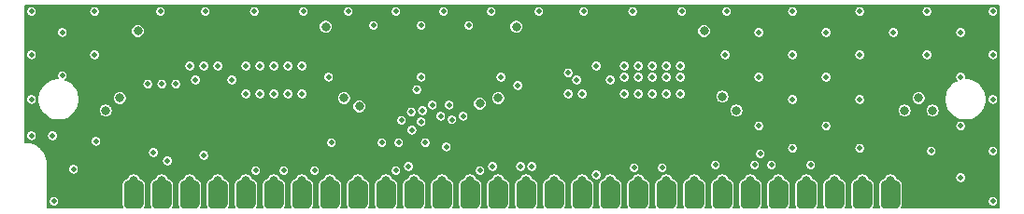
<source format=gbl>
G04 #@! TF.GenerationSoftware,KiCad,Pcbnew,(5.1.5-0-10_14)*
G04 #@! TF.CreationDate,2020-05-15T18:25:23-04:00*
G04 #@! TF.ProjectId,simm-30-4mb,73696d6d-2d33-4302-9d34-6d622e6b6963,rev?*
G04 #@! TF.SameCoordinates,Original*
G04 #@! TF.FileFunction,Copper,L4,Bot*
G04 #@! TF.FilePolarity,Positive*
%FSLAX46Y46*%
G04 Gerber Fmt 4.6, Leading zero omitted, Abs format (unit mm)*
G04 Created by KiCad (PCBNEW (5.1.5-0-10_14)) date 2020-05-15 18:25:23*
%MOMM*%
%LPD*%
G04 APERTURE LIST*
%ADD10C,0.100000*%
%ADD11C,0.800000*%
%ADD12C,0.508000*%
%ADD13C,1.000000*%
%ADD14C,0.152400*%
G04 APERTURE END LIST*
G04 #@! TA.AperFunction,SMDPad,CuDef*
D10*
G36*
X84308069Y-98808140D02*
G01*
X84351218Y-98814541D01*
X84393532Y-98825140D01*
X84434603Y-98839836D01*
X84474036Y-98858486D01*
X84511451Y-98880912D01*
X84546488Y-98906897D01*
X84578809Y-98936191D01*
X84608103Y-98968512D01*
X84634088Y-99003549D01*
X84656514Y-99040964D01*
X84675164Y-99080397D01*
X84689860Y-99121468D01*
X84700459Y-99163782D01*
X84706860Y-99206931D01*
X84709000Y-99250500D01*
X84709000Y-100901500D01*
X84706860Y-100945069D01*
X84700459Y-100988218D01*
X84689860Y-101030532D01*
X84675164Y-101071603D01*
X84656514Y-101111036D01*
X84634088Y-101148451D01*
X84608103Y-101183488D01*
X84578809Y-101215809D01*
X84546488Y-101245103D01*
X84511451Y-101271088D01*
X84474036Y-101293514D01*
X84434603Y-101312164D01*
X84393532Y-101326860D01*
X84351218Y-101337459D01*
X84308069Y-101343860D01*
X84264500Y-101346000D01*
X83375500Y-101346000D01*
X83331931Y-101343860D01*
X83288782Y-101337459D01*
X83246468Y-101326860D01*
X83205397Y-101312164D01*
X83165964Y-101293514D01*
X83128549Y-101271088D01*
X83093512Y-101245103D01*
X83061191Y-101215809D01*
X83031897Y-101183488D01*
X83005912Y-101148451D01*
X82983486Y-101111036D01*
X82964836Y-101071603D01*
X82950140Y-101030532D01*
X82939541Y-100988218D01*
X82933140Y-100945069D01*
X82931000Y-100901500D01*
X82931000Y-99250500D01*
X82933140Y-99206931D01*
X82939541Y-99163782D01*
X82950140Y-99121468D01*
X82964836Y-99080397D01*
X82983486Y-99040964D01*
X83005912Y-99003549D01*
X83031897Y-98968512D01*
X83061191Y-98936191D01*
X83093512Y-98906897D01*
X83128549Y-98880912D01*
X83165964Y-98858486D01*
X83205397Y-98839836D01*
X83246468Y-98825140D01*
X83288782Y-98814541D01*
X83331931Y-98808140D01*
X83375500Y-98806000D01*
X84264500Y-98806000D01*
X84308069Y-98808140D01*
G37*
G04 #@! TD.AperFunction*
G04 #@! TA.AperFunction,SMDPad,CuDef*
G36*
X86848069Y-98808140D02*
G01*
X86891218Y-98814541D01*
X86933532Y-98825140D01*
X86974603Y-98839836D01*
X87014036Y-98858486D01*
X87051451Y-98880912D01*
X87086488Y-98906897D01*
X87118809Y-98936191D01*
X87148103Y-98968512D01*
X87174088Y-99003549D01*
X87196514Y-99040964D01*
X87215164Y-99080397D01*
X87229860Y-99121468D01*
X87240459Y-99163782D01*
X87246860Y-99206931D01*
X87249000Y-99250500D01*
X87249000Y-100901500D01*
X87246860Y-100945069D01*
X87240459Y-100988218D01*
X87229860Y-101030532D01*
X87215164Y-101071603D01*
X87196514Y-101111036D01*
X87174088Y-101148451D01*
X87148103Y-101183488D01*
X87118809Y-101215809D01*
X87086488Y-101245103D01*
X87051451Y-101271088D01*
X87014036Y-101293514D01*
X86974603Y-101312164D01*
X86933532Y-101326860D01*
X86891218Y-101337459D01*
X86848069Y-101343860D01*
X86804500Y-101346000D01*
X85915500Y-101346000D01*
X85871931Y-101343860D01*
X85828782Y-101337459D01*
X85786468Y-101326860D01*
X85745397Y-101312164D01*
X85705964Y-101293514D01*
X85668549Y-101271088D01*
X85633512Y-101245103D01*
X85601191Y-101215809D01*
X85571897Y-101183488D01*
X85545912Y-101148451D01*
X85523486Y-101111036D01*
X85504836Y-101071603D01*
X85490140Y-101030532D01*
X85479541Y-100988218D01*
X85473140Y-100945069D01*
X85471000Y-100901500D01*
X85471000Y-99250500D01*
X85473140Y-99206931D01*
X85479541Y-99163782D01*
X85490140Y-99121468D01*
X85504836Y-99080397D01*
X85523486Y-99040964D01*
X85545912Y-99003549D01*
X85571897Y-98968512D01*
X85601191Y-98936191D01*
X85633512Y-98906897D01*
X85668549Y-98880912D01*
X85705964Y-98858486D01*
X85745397Y-98839836D01*
X85786468Y-98825140D01*
X85828782Y-98814541D01*
X85871931Y-98808140D01*
X85915500Y-98806000D01*
X86804500Y-98806000D01*
X86848069Y-98808140D01*
G37*
G04 #@! TD.AperFunction*
G04 #@! TA.AperFunction,SMDPad,CuDef*
G36*
X89388069Y-98808140D02*
G01*
X89431218Y-98814541D01*
X89473532Y-98825140D01*
X89514603Y-98839836D01*
X89554036Y-98858486D01*
X89591451Y-98880912D01*
X89626488Y-98906897D01*
X89658809Y-98936191D01*
X89688103Y-98968512D01*
X89714088Y-99003549D01*
X89736514Y-99040964D01*
X89755164Y-99080397D01*
X89769860Y-99121468D01*
X89780459Y-99163782D01*
X89786860Y-99206931D01*
X89789000Y-99250500D01*
X89789000Y-100901500D01*
X89786860Y-100945069D01*
X89780459Y-100988218D01*
X89769860Y-101030532D01*
X89755164Y-101071603D01*
X89736514Y-101111036D01*
X89714088Y-101148451D01*
X89688103Y-101183488D01*
X89658809Y-101215809D01*
X89626488Y-101245103D01*
X89591451Y-101271088D01*
X89554036Y-101293514D01*
X89514603Y-101312164D01*
X89473532Y-101326860D01*
X89431218Y-101337459D01*
X89388069Y-101343860D01*
X89344500Y-101346000D01*
X88455500Y-101346000D01*
X88411931Y-101343860D01*
X88368782Y-101337459D01*
X88326468Y-101326860D01*
X88285397Y-101312164D01*
X88245964Y-101293514D01*
X88208549Y-101271088D01*
X88173512Y-101245103D01*
X88141191Y-101215809D01*
X88111897Y-101183488D01*
X88085912Y-101148451D01*
X88063486Y-101111036D01*
X88044836Y-101071603D01*
X88030140Y-101030532D01*
X88019541Y-100988218D01*
X88013140Y-100945069D01*
X88011000Y-100901500D01*
X88011000Y-99250500D01*
X88013140Y-99206931D01*
X88019541Y-99163782D01*
X88030140Y-99121468D01*
X88044836Y-99080397D01*
X88063486Y-99040964D01*
X88085912Y-99003549D01*
X88111897Y-98968512D01*
X88141191Y-98936191D01*
X88173512Y-98906897D01*
X88208549Y-98880912D01*
X88245964Y-98858486D01*
X88285397Y-98839836D01*
X88326468Y-98825140D01*
X88368782Y-98814541D01*
X88411931Y-98808140D01*
X88455500Y-98806000D01*
X89344500Y-98806000D01*
X89388069Y-98808140D01*
G37*
G04 #@! TD.AperFunction*
G04 #@! TA.AperFunction,SMDPad,CuDef*
G36*
X91928069Y-98808140D02*
G01*
X91971218Y-98814541D01*
X92013532Y-98825140D01*
X92054603Y-98839836D01*
X92094036Y-98858486D01*
X92131451Y-98880912D01*
X92166488Y-98906897D01*
X92198809Y-98936191D01*
X92228103Y-98968512D01*
X92254088Y-99003549D01*
X92276514Y-99040964D01*
X92295164Y-99080397D01*
X92309860Y-99121468D01*
X92320459Y-99163782D01*
X92326860Y-99206931D01*
X92329000Y-99250500D01*
X92329000Y-100901500D01*
X92326860Y-100945069D01*
X92320459Y-100988218D01*
X92309860Y-101030532D01*
X92295164Y-101071603D01*
X92276514Y-101111036D01*
X92254088Y-101148451D01*
X92228103Y-101183488D01*
X92198809Y-101215809D01*
X92166488Y-101245103D01*
X92131451Y-101271088D01*
X92094036Y-101293514D01*
X92054603Y-101312164D01*
X92013532Y-101326860D01*
X91971218Y-101337459D01*
X91928069Y-101343860D01*
X91884500Y-101346000D01*
X90995500Y-101346000D01*
X90951931Y-101343860D01*
X90908782Y-101337459D01*
X90866468Y-101326860D01*
X90825397Y-101312164D01*
X90785964Y-101293514D01*
X90748549Y-101271088D01*
X90713512Y-101245103D01*
X90681191Y-101215809D01*
X90651897Y-101183488D01*
X90625912Y-101148451D01*
X90603486Y-101111036D01*
X90584836Y-101071603D01*
X90570140Y-101030532D01*
X90559541Y-100988218D01*
X90553140Y-100945069D01*
X90551000Y-100901500D01*
X90551000Y-99250500D01*
X90553140Y-99206931D01*
X90559541Y-99163782D01*
X90570140Y-99121468D01*
X90584836Y-99080397D01*
X90603486Y-99040964D01*
X90625912Y-99003549D01*
X90651897Y-98968512D01*
X90681191Y-98936191D01*
X90713512Y-98906897D01*
X90748549Y-98880912D01*
X90785964Y-98858486D01*
X90825397Y-98839836D01*
X90866468Y-98825140D01*
X90908782Y-98814541D01*
X90951931Y-98808140D01*
X90995500Y-98806000D01*
X91884500Y-98806000D01*
X91928069Y-98808140D01*
G37*
G04 #@! TD.AperFunction*
G04 #@! TA.AperFunction,SMDPad,CuDef*
G36*
X94468069Y-98808140D02*
G01*
X94511218Y-98814541D01*
X94553532Y-98825140D01*
X94594603Y-98839836D01*
X94634036Y-98858486D01*
X94671451Y-98880912D01*
X94706488Y-98906897D01*
X94738809Y-98936191D01*
X94768103Y-98968512D01*
X94794088Y-99003549D01*
X94816514Y-99040964D01*
X94835164Y-99080397D01*
X94849860Y-99121468D01*
X94860459Y-99163782D01*
X94866860Y-99206931D01*
X94869000Y-99250500D01*
X94869000Y-100901500D01*
X94866860Y-100945069D01*
X94860459Y-100988218D01*
X94849860Y-101030532D01*
X94835164Y-101071603D01*
X94816514Y-101111036D01*
X94794088Y-101148451D01*
X94768103Y-101183488D01*
X94738809Y-101215809D01*
X94706488Y-101245103D01*
X94671451Y-101271088D01*
X94634036Y-101293514D01*
X94594603Y-101312164D01*
X94553532Y-101326860D01*
X94511218Y-101337459D01*
X94468069Y-101343860D01*
X94424500Y-101346000D01*
X93535500Y-101346000D01*
X93491931Y-101343860D01*
X93448782Y-101337459D01*
X93406468Y-101326860D01*
X93365397Y-101312164D01*
X93325964Y-101293514D01*
X93288549Y-101271088D01*
X93253512Y-101245103D01*
X93221191Y-101215809D01*
X93191897Y-101183488D01*
X93165912Y-101148451D01*
X93143486Y-101111036D01*
X93124836Y-101071603D01*
X93110140Y-101030532D01*
X93099541Y-100988218D01*
X93093140Y-100945069D01*
X93091000Y-100901500D01*
X93091000Y-99250500D01*
X93093140Y-99206931D01*
X93099541Y-99163782D01*
X93110140Y-99121468D01*
X93124836Y-99080397D01*
X93143486Y-99040964D01*
X93165912Y-99003549D01*
X93191897Y-98968512D01*
X93221191Y-98936191D01*
X93253512Y-98906897D01*
X93288549Y-98880912D01*
X93325964Y-98858486D01*
X93365397Y-98839836D01*
X93406468Y-98825140D01*
X93448782Y-98814541D01*
X93491931Y-98808140D01*
X93535500Y-98806000D01*
X94424500Y-98806000D01*
X94468069Y-98808140D01*
G37*
G04 #@! TD.AperFunction*
G04 #@! TA.AperFunction,SMDPad,CuDef*
G36*
X97008069Y-98808140D02*
G01*
X97051218Y-98814541D01*
X97093532Y-98825140D01*
X97134603Y-98839836D01*
X97174036Y-98858486D01*
X97211451Y-98880912D01*
X97246488Y-98906897D01*
X97278809Y-98936191D01*
X97308103Y-98968512D01*
X97334088Y-99003549D01*
X97356514Y-99040964D01*
X97375164Y-99080397D01*
X97389860Y-99121468D01*
X97400459Y-99163782D01*
X97406860Y-99206931D01*
X97409000Y-99250500D01*
X97409000Y-100901500D01*
X97406860Y-100945069D01*
X97400459Y-100988218D01*
X97389860Y-101030532D01*
X97375164Y-101071603D01*
X97356514Y-101111036D01*
X97334088Y-101148451D01*
X97308103Y-101183488D01*
X97278809Y-101215809D01*
X97246488Y-101245103D01*
X97211451Y-101271088D01*
X97174036Y-101293514D01*
X97134603Y-101312164D01*
X97093532Y-101326860D01*
X97051218Y-101337459D01*
X97008069Y-101343860D01*
X96964500Y-101346000D01*
X96075500Y-101346000D01*
X96031931Y-101343860D01*
X95988782Y-101337459D01*
X95946468Y-101326860D01*
X95905397Y-101312164D01*
X95865964Y-101293514D01*
X95828549Y-101271088D01*
X95793512Y-101245103D01*
X95761191Y-101215809D01*
X95731897Y-101183488D01*
X95705912Y-101148451D01*
X95683486Y-101111036D01*
X95664836Y-101071603D01*
X95650140Y-101030532D01*
X95639541Y-100988218D01*
X95633140Y-100945069D01*
X95631000Y-100901500D01*
X95631000Y-99250500D01*
X95633140Y-99206931D01*
X95639541Y-99163782D01*
X95650140Y-99121468D01*
X95664836Y-99080397D01*
X95683486Y-99040964D01*
X95705912Y-99003549D01*
X95731897Y-98968512D01*
X95761191Y-98936191D01*
X95793512Y-98906897D01*
X95828549Y-98880912D01*
X95865964Y-98858486D01*
X95905397Y-98839836D01*
X95946468Y-98825140D01*
X95988782Y-98814541D01*
X96031931Y-98808140D01*
X96075500Y-98806000D01*
X96964500Y-98806000D01*
X97008069Y-98808140D01*
G37*
G04 #@! TD.AperFunction*
G04 #@! TA.AperFunction,SMDPad,CuDef*
G36*
X99548069Y-98808140D02*
G01*
X99591218Y-98814541D01*
X99633532Y-98825140D01*
X99674603Y-98839836D01*
X99714036Y-98858486D01*
X99751451Y-98880912D01*
X99786488Y-98906897D01*
X99818809Y-98936191D01*
X99848103Y-98968512D01*
X99874088Y-99003549D01*
X99896514Y-99040964D01*
X99915164Y-99080397D01*
X99929860Y-99121468D01*
X99940459Y-99163782D01*
X99946860Y-99206931D01*
X99949000Y-99250500D01*
X99949000Y-100901500D01*
X99946860Y-100945069D01*
X99940459Y-100988218D01*
X99929860Y-101030532D01*
X99915164Y-101071603D01*
X99896514Y-101111036D01*
X99874088Y-101148451D01*
X99848103Y-101183488D01*
X99818809Y-101215809D01*
X99786488Y-101245103D01*
X99751451Y-101271088D01*
X99714036Y-101293514D01*
X99674603Y-101312164D01*
X99633532Y-101326860D01*
X99591218Y-101337459D01*
X99548069Y-101343860D01*
X99504500Y-101346000D01*
X98615500Y-101346000D01*
X98571931Y-101343860D01*
X98528782Y-101337459D01*
X98486468Y-101326860D01*
X98445397Y-101312164D01*
X98405964Y-101293514D01*
X98368549Y-101271088D01*
X98333512Y-101245103D01*
X98301191Y-101215809D01*
X98271897Y-101183488D01*
X98245912Y-101148451D01*
X98223486Y-101111036D01*
X98204836Y-101071603D01*
X98190140Y-101030532D01*
X98179541Y-100988218D01*
X98173140Y-100945069D01*
X98171000Y-100901500D01*
X98171000Y-99250500D01*
X98173140Y-99206931D01*
X98179541Y-99163782D01*
X98190140Y-99121468D01*
X98204836Y-99080397D01*
X98223486Y-99040964D01*
X98245912Y-99003549D01*
X98271897Y-98968512D01*
X98301191Y-98936191D01*
X98333512Y-98906897D01*
X98368549Y-98880912D01*
X98405964Y-98858486D01*
X98445397Y-98839836D01*
X98486468Y-98825140D01*
X98528782Y-98814541D01*
X98571931Y-98808140D01*
X98615500Y-98806000D01*
X99504500Y-98806000D01*
X99548069Y-98808140D01*
G37*
G04 #@! TD.AperFunction*
G04 #@! TA.AperFunction,SMDPad,CuDef*
G36*
X102088069Y-98808140D02*
G01*
X102131218Y-98814541D01*
X102173532Y-98825140D01*
X102214603Y-98839836D01*
X102254036Y-98858486D01*
X102291451Y-98880912D01*
X102326488Y-98906897D01*
X102358809Y-98936191D01*
X102388103Y-98968512D01*
X102414088Y-99003549D01*
X102436514Y-99040964D01*
X102455164Y-99080397D01*
X102469860Y-99121468D01*
X102480459Y-99163782D01*
X102486860Y-99206931D01*
X102489000Y-99250500D01*
X102489000Y-100901500D01*
X102486860Y-100945069D01*
X102480459Y-100988218D01*
X102469860Y-101030532D01*
X102455164Y-101071603D01*
X102436514Y-101111036D01*
X102414088Y-101148451D01*
X102388103Y-101183488D01*
X102358809Y-101215809D01*
X102326488Y-101245103D01*
X102291451Y-101271088D01*
X102254036Y-101293514D01*
X102214603Y-101312164D01*
X102173532Y-101326860D01*
X102131218Y-101337459D01*
X102088069Y-101343860D01*
X102044500Y-101346000D01*
X101155500Y-101346000D01*
X101111931Y-101343860D01*
X101068782Y-101337459D01*
X101026468Y-101326860D01*
X100985397Y-101312164D01*
X100945964Y-101293514D01*
X100908549Y-101271088D01*
X100873512Y-101245103D01*
X100841191Y-101215809D01*
X100811897Y-101183488D01*
X100785912Y-101148451D01*
X100763486Y-101111036D01*
X100744836Y-101071603D01*
X100730140Y-101030532D01*
X100719541Y-100988218D01*
X100713140Y-100945069D01*
X100711000Y-100901500D01*
X100711000Y-99250500D01*
X100713140Y-99206931D01*
X100719541Y-99163782D01*
X100730140Y-99121468D01*
X100744836Y-99080397D01*
X100763486Y-99040964D01*
X100785912Y-99003549D01*
X100811897Y-98968512D01*
X100841191Y-98936191D01*
X100873512Y-98906897D01*
X100908549Y-98880912D01*
X100945964Y-98858486D01*
X100985397Y-98839836D01*
X101026468Y-98825140D01*
X101068782Y-98814541D01*
X101111931Y-98808140D01*
X101155500Y-98806000D01*
X102044500Y-98806000D01*
X102088069Y-98808140D01*
G37*
G04 #@! TD.AperFunction*
G04 #@! TA.AperFunction,SMDPad,CuDef*
G36*
X104628069Y-98808140D02*
G01*
X104671218Y-98814541D01*
X104713532Y-98825140D01*
X104754603Y-98839836D01*
X104794036Y-98858486D01*
X104831451Y-98880912D01*
X104866488Y-98906897D01*
X104898809Y-98936191D01*
X104928103Y-98968512D01*
X104954088Y-99003549D01*
X104976514Y-99040964D01*
X104995164Y-99080397D01*
X105009860Y-99121468D01*
X105020459Y-99163782D01*
X105026860Y-99206931D01*
X105029000Y-99250500D01*
X105029000Y-100901500D01*
X105026860Y-100945069D01*
X105020459Y-100988218D01*
X105009860Y-101030532D01*
X104995164Y-101071603D01*
X104976514Y-101111036D01*
X104954088Y-101148451D01*
X104928103Y-101183488D01*
X104898809Y-101215809D01*
X104866488Y-101245103D01*
X104831451Y-101271088D01*
X104794036Y-101293514D01*
X104754603Y-101312164D01*
X104713532Y-101326860D01*
X104671218Y-101337459D01*
X104628069Y-101343860D01*
X104584500Y-101346000D01*
X103695500Y-101346000D01*
X103651931Y-101343860D01*
X103608782Y-101337459D01*
X103566468Y-101326860D01*
X103525397Y-101312164D01*
X103485964Y-101293514D01*
X103448549Y-101271088D01*
X103413512Y-101245103D01*
X103381191Y-101215809D01*
X103351897Y-101183488D01*
X103325912Y-101148451D01*
X103303486Y-101111036D01*
X103284836Y-101071603D01*
X103270140Y-101030532D01*
X103259541Y-100988218D01*
X103253140Y-100945069D01*
X103251000Y-100901500D01*
X103251000Y-99250500D01*
X103253140Y-99206931D01*
X103259541Y-99163782D01*
X103270140Y-99121468D01*
X103284836Y-99080397D01*
X103303486Y-99040964D01*
X103325912Y-99003549D01*
X103351897Y-98968512D01*
X103381191Y-98936191D01*
X103413512Y-98906897D01*
X103448549Y-98880912D01*
X103485964Y-98858486D01*
X103525397Y-98839836D01*
X103566468Y-98825140D01*
X103608782Y-98814541D01*
X103651931Y-98808140D01*
X103695500Y-98806000D01*
X104584500Y-98806000D01*
X104628069Y-98808140D01*
G37*
G04 #@! TD.AperFunction*
G04 #@! TA.AperFunction,SMDPad,CuDef*
G36*
X107168069Y-98808140D02*
G01*
X107211218Y-98814541D01*
X107253532Y-98825140D01*
X107294603Y-98839836D01*
X107334036Y-98858486D01*
X107371451Y-98880912D01*
X107406488Y-98906897D01*
X107438809Y-98936191D01*
X107468103Y-98968512D01*
X107494088Y-99003549D01*
X107516514Y-99040964D01*
X107535164Y-99080397D01*
X107549860Y-99121468D01*
X107560459Y-99163782D01*
X107566860Y-99206931D01*
X107569000Y-99250500D01*
X107569000Y-100901500D01*
X107566860Y-100945069D01*
X107560459Y-100988218D01*
X107549860Y-101030532D01*
X107535164Y-101071603D01*
X107516514Y-101111036D01*
X107494088Y-101148451D01*
X107468103Y-101183488D01*
X107438809Y-101215809D01*
X107406488Y-101245103D01*
X107371451Y-101271088D01*
X107334036Y-101293514D01*
X107294603Y-101312164D01*
X107253532Y-101326860D01*
X107211218Y-101337459D01*
X107168069Y-101343860D01*
X107124500Y-101346000D01*
X106235500Y-101346000D01*
X106191931Y-101343860D01*
X106148782Y-101337459D01*
X106106468Y-101326860D01*
X106065397Y-101312164D01*
X106025964Y-101293514D01*
X105988549Y-101271088D01*
X105953512Y-101245103D01*
X105921191Y-101215809D01*
X105891897Y-101183488D01*
X105865912Y-101148451D01*
X105843486Y-101111036D01*
X105824836Y-101071603D01*
X105810140Y-101030532D01*
X105799541Y-100988218D01*
X105793140Y-100945069D01*
X105791000Y-100901500D01*
X105791000Y-99250500D01*
X105793140Y-99206931D01*
X105799541Y-99163782D01*
X105810140Y-99121468D01*
X105824836Y-99080397D01*
X105843486Y-99040964D01*
X105865912Y-99003549D01*
X105891897Y-98968512D01*
X105921191Y-98936191D01*
X105953512Y-98906897D01*
X105988549Y-98880912D01*
X106025964Y-98858486D01*
X106065397Y-98839836D01*
X106106468Y-98825140D01*
X106148782Y-98814541D01*
X106191931Y-98808140D01*
X106235500Y-98806000D01*
X107124500Y-98806000D01*
X107168069Y-98808140D01*
G37*
G04 #@! TD.AperFunction*
G04 #@! TA.AperFunction,SMDPad,CuDef*
G36*
X109708069Y-98808140D02*
G01*
X109751218Y-98814541D01*
X109793532Y-98825140D01*
X109834603Y-98839836D01*
X109874036Y-98858486D01*
X109911451Y-98880912D01*
X109946488Y-98906897D01*
X109978809Y-98936191D01*
X110008103Y-98968512D01*
X110034088Y-99003549D01*
X110056514Y-99040964D01*
X110075164Y-99080397D01*
X110089860Y-99121468D01*
X110100459Y-99163782D01*
X110106860Y-99206931D01*
X110109000Y-99250500D01*
X110109000Y-100901500D01*
X110106860Y-100945069D01*
X110100459Y-100988218D01*
X110089860Y-101030532D01*
X110075164Y-101071603D01*
X110056514Y-101111036D01*
X110034088Y-101148451D01*
X110008103Y-101183488D01*
X109978809Y-101215809D01*
X109946488Y-101245103D01*
X109911451Y-101271088D01*
X109874036Y-101293514D01*
X109834603Y-101312164D01*
X109793532Y-101326860D01*
X109751218Y-101337459D01*
X109708069Y-101343860D01*
X109664500Y-101346000D01*
X108775500Y-101346000D01*
X108731931Y-101343860D01*
X108688782Y-101337459D01*
X108646468Y-101326860D01*
X108605397Y-101312164D01*
X108565964Y-101293514D01*
X108528549Y-101271088D01*
X108493512Y-101245103D01*
X108461191Y-101215809D01*
X108431897Y-101183488D01*
X108405912Y-101148451D01*
X108383486Y-101111036D01*
X108364836Y-101071603D01*
X108350140Y-101030532D01*
X108339541Y-100988218D01*
X108333140Y-100945069D01*
X108331000Y-100901500D01*
X108331000Y-99250500D01*
X108333140Y-99206931D01*
X108339541Y-99163782D01*
X108350140Y-99121468D01*
X108364836Y-99080397D01*
X108383486Y-99040964D01*
X108405912Y-99003549D01*
X108431897Y-98968512D01*
X108461191Y-98936191D01*
X108493512Y-98906897D01*
X108528549Y-98880912D01*
X108565964Y-98858486D01*
X108605397Y-98839836D01*
X108646468Y-98825140D01*
X108688782Y-98814541D01*
X108731931Y-98808140D01*
X108775500Y-98806000D01*
X109664500Y-98806000D01*
X109708069Y-98808140D01*
G37*
G04 #@! TD.AperFunction*
G04 #@! TA.AperFunction,SMDPad,CuDef*
G36*
X112248069Y-98808140D02*
G01*
X112291218Y-98814541D01*
X112333532Y-98825140D01*
X112374603Y-98839836D01*
X112414036Y-98858486D01*
X112451451Y-98880912D01*
X112486488Y-98906897D01*
X112518809Y-98936191D01*
X112548103Y-98968512D01*
X112574088Y-99003549D01*
X112596514Y-99040964D01*
X112615164Y-99080397D01*
X112629860Y-99121468D01*
X112640459Y-99163782D01*
X112646860Y-99206931D01*
X112649000Y-99250500D01*
X112649000Y-100901500D01*
X112646860Y-100945069D01*
X112640459Y-100988218D01*
X112629860Y-101030532D01*
X112615164Y-101071603D01*
X112596514Y-101111036D01*
X112574088Y-101148451D01*
X112548103Y-101183488D01*
X112518809Y-101215809D01*
X112486488Y-101245103D01*
X112451451Y-101271088D01*
X112414036Y-101293514D01*
X112374603Y-101312164D01*
X112333532Y-101326860D01*
X112291218Y-101337459D01*
X112248069Y-101343860D01*
X112204500Y-101346000D01*
X111315500Y-101346000D01*
X111271931Y-101343860D01*
X111228782Y-101337459D01*
X111186468Y-101326860D01*
X111145397Y-101312164D01*
X111105964Y-101293514D01*
X111068549Y-101271088D01*
X111033512Y-101245103D01*
X111001191Y-101215809D01*
X110971897Y-101183488D01*
X110945912Y-101148451D01*
X110923486Y-101111036D01*
X110904836Y-101071603D01*
X110890140Y-101030532D01*
X110879541Y-100988218D01*
X110873140Y-100945069D01*
X110871000Y-100901500D01*
X110871000Y-99250500D01*
X110873140Y-99206931D01*
X110879541Y-99163782D01*
X110890140Y-99121468D01*
X110904836Y-99080397D01*
X110923486Y-99040964D01*
X110945912Y-99003549D01*
X110971897Y-98968512D01*
X111001191Y-98936191D01*
X111033512Y-98906897D01*
X111068549Y-98880912D01*
X111105964Y-98858486D01*
X111145397Y-98839836D01*
X111186468Y-98825140D01*
X111228782Y-98814541D01*
X111271931Y-98808140D01*
X111315500Y-98806000D01*
X112204500Y-98806000D01*
X112248069Y-98808140D01*
G37*
G04 #@! TD.AperFunction*
G04 #@! TA.AperFunction,SMDPad,CuDef*
G36*
X114788069Y-98808140D02*
G01*
X114831218Y-98814541D01*
X114873532Y-98825140D01*
X114914603Y-98839836D01*
X114954036Y-98858486D01*
X114991451Y-98880912D01*
X115026488Y-98906897D01*
X115058809Y-98936191D01*
X115088103Y-98968512D01*
X115114088Y-99003549D01*
X115136514Y-99040964D01*
X115155164Y-99080397D01*
X115169860Y-99121468D01*
X115180459Y-99163782D01*
X115186860Y-99206931D01*
X115189000Y-99250500D01*
X115189000Y-100901500D01*
X115186860Y-100945069D01*
X115180459Y-100988218D01*
X115169860Y-101030532D01*
X115155164Y-101071603D01*
X115136514Y-101111036D01*
X115114088Y-101148451D01*
X115088103Y-101183488D01*
X115058809Y-101215809D01*
X115026488Y-101245103D01*
X114991451Y-101271088D01*
X114954036Y-101293514D01*
X114914603Y-101312164D01*
X114873532Y-101326860D01*
X114831218Y-101337459D01*
X114788069Y-101343860D01*
X114744500Y-101346000D01*
X113855500Y-101346000D01*
X113811931Y-101343860D01*
X113768782Y-101337459D01*
X113726468Y-101326860D01*
X113685397Y-101312164D01*
X113645964Y-101293514D01*
X113608549Y-101271088D01*
X113573512Y-101245103D01*
X113541191Y-101215809D01*
X113511897Y-101183488D01*
X113485912Y-101148451D01*
X113463486Y-101111036D01*
X113444836Y-101071603D01*
X113430140Y-101030532D01*
X113419541Y-100988218D01*
X113413140Y-100945069D01*
X113411000Y-100901500D01*
X113411000Y-99250500D01*
X113413140Y-99206931D01*
X113419541Y-99163782D01*
X113430140Y-99121468D01*
X113444836Y-99080397D01*
X113463486Y-99040964D01*
X113485912Y-99003549D01*
X113511897Y-98968512D01*
X113541191Y-98936191D01*
X113573512Y-98906897D01*
X113608549Y-98880912D01*
X113645964Y-98858486D01*
X113685397Y-98839836D01*
X113726468Y-98825140D01*
X113768782Y-98814541D01*
X113811931Y-98808140D01*
X113855500Y-98806000D01*
X114744500Y-98806000D01*
X114788069Y-98808140D01*
G37*
G04 #@! TD.AperFunction*
G04 #@! TA.AperFunction,SMDPad,CuDef*
G36*
X117328069Y-98808140D02*
G01*
X117371218Y-98814541D01*
X117413532Y-98825140D01*
X117454603Y-98839836D01*
X117494036Y-98858486D01*
X117531451Y-98880912D01*
X117566488Y-98906897D01*
X117598809Y-98936191D01*
X117628103Y-98968512D01*
X117654088Y-99003549D01*
X117676514Y-99040964D01*
X117695164Y-99080397D01*
X117709860Y-99121468D01*
X117720459Y-99163782D01*
X117726860Y-99206931D01*
X117729000Y-99250500D01*
X117729000Y-100901500D01*
X117726860Y-100945069D01*
X117720459Y-100988218D01*
X117709860Y-101030532D01*
X117695164Y-101071603D01*
X117676514Y-101111036D01*
X117654088Y-101148451D01*
X117628103Y-101183488D01*
X117598809Y-101215809D01*
X117566488Y-101245103D01*
X117531451Y-101271088D01*
X117494036Y-101293514D01*
X117454603Y-101312164D01*
X117413532Y-101326860D01*
X117371218Y-101337459D01*
X117328069Y-101343860D01*
X117284500Y-101346000D01*
X116395500Y-101346000D01*
X116351931Y-101343860D01*
X116308782Y-101337459D01*
X116266468Y-101326860D01*
X116225397Y-101312164D01*
X116185964Y-101293514D01*
X116148549Y-101271088D01*
X116113512Y-101245103D01*
X116081191Y-101215809D01*
X116051897Y-101183488D01*
X116025912Y-101148451D01*
X116003486Y-101111036D01*
X115984836Y-101071603D01*
X115970140Y-101030532D01*
X115959541Y-100988218D01*
X115953140Y-100945069D01*
X115951000Y-100901500D01*
X115951000Y-99250500D01*
X115953140Y-99206931D01*
X115959541Y-99163782D01*
X115970140Y-99121468D01*
X115984836Y-99080397D01*
X116003486Y-99040964D01*
X116025912Y-99003549D01*
X116051897Y-98968512D01*
X116081191Y-98936191D01*
X116113512Y-98906897D01*
X116148549Y-98880912D01*
X116185964Y-98858486D01*
X116225397Y-98839836D01*
X116266468Y-98825140D01*
X116308782Y-98814541D01*
X116351931Y-98808140D01*
X116395500Y-98806000D01*
X117284500Y-98806000D01*
X117328069Y-98808140D01*
G37*
G04 #@! TD.AperFunction*
G04 #@! TA.AperFunction,SMDPad,CuDef*
G36*
X119868069Y-98808140D02*
G01*
X119911218Y-98814541D01*
X119953532Y-98825140D01*
X119994603Y-98839836D01*
X120034036Y-98858486D01*
X120071451Y-98880912D01*
X120106488Y-98906897D01*
X120138809Y-98936191D01*
X120168103Y-98968512D01*
X120194088Y-99003549D01*
X120216514Y-99040964D01*
X120235164Y-99080397D01*
X120249860Y-99121468D01*
X120260459Y-99163782D01*
X120266860Y-99206931D01*
X120269000Y-99250500D01*
X120269000Y-100901500D01*
X120266860Y-100945069D01*
X120260459Y-100988218D01*
X120249860Y-101030532D01*
X120235164Y-101071603D01*
X120216514Y-101111036D01*
X120194088Y-101148451D01*
X120168103Y-101183488D01*
X120138809Y-101215809D01*
X120106488Y-101245103D01*
X120071451Y-101271088D01*
X120034036Y-101293514D01*
X119994603Y-101312164D01*
X119953532Y-101326860D01*
X119911218Y-101337459D01*
X119868069Y-101343860D01*
X119824500Y-101346000D01*
X118935500Y-101346000D01*
X118891931Y-101343860D01*
X118848782Y-101337459D01*
X118806468Y-101326860D01*
X118765397Y-101312164D01*
X118725964Y-101293514D01*
X118688549Y-101271088D01*
X118653512Y-101245103D01*
X118621191Y-101215809D01*
X118591897Y-101183488D01*
X118565912Y-101148451D01*
X118543486Y-101111036D01*
X118524836Y-101071603D01*
X118510140Y-101030532D01*
X118499541Y-100988218D01*
X118493140Y-100945069D01*
X118491000Y-100901500D01*
X118491000Y-99250500D01*
X118493140Y-99206931D01*
X118499541Y-99163782D01*
X118510140Y-99121468D01*
X118524836Y-99080397D01*
X118543486Y-99040964D01*
X118565912Y-99003549D01*
X118591897Y-98968512D01*
X118621191Y-98936191D01*
X118653512Y-98906897D01*
X118688549Y-98880912D01*
X118725964Y-98858486D01*
X118765397Y-98839836D01*
X118806468Y-98825140D01*
X118848782Y-98814541D01*
X118891931Y-98808140D01*
X118935500Y-98806000D01*
X119824500Y-98806000D01*
X119868069Y-98808140D01*
G37*
G04 #@! TD.AperFunction*
G04 #@! TA.AperFunction,SMDPad,CuDef*
G36*
X122408069Y-98808140D02*
G01*
X122451218Y-98814541D01*
X122493532Y-98825140D01*
X122534603Y-98839836D01*
X122574036Y-98858486D01*
X122611451Y-98880912D01*
X122646488Y-98906897D01*
X122678809Y-98936191D01*
X122708103Y-98968512D01*
X122734088Y-99003549D01*
X122756514Y-99040964D01*
X122775164Y-99080397D01*
X122789860Y-99121468D01*
X122800459Y-99163782D01*
X122806860Y-99206931D01*
X122809000Y-99250500D01*
X122809000Y-100901500D01*
X122806860Y-100945069D01*
X122800459Y-100988218D01*
X122789860Y-101030532D01*
X122775164Y-101071603D01*
X122756514Y-101111036D01*
X122734088Y-101148451D01*
X122708103Y-101183488D01*
X122678809Y-101215809D01*
X122646488Y-101245103D01*
X122611451Y-101271088D01*
X122574036Y-101293514D01*
X122534603Y-101312164D01*
X122493532Y-101326860D01*
X122451218Y-101337459D01*
X122408069Y-101343860D01*
X122364500Y-101346000D01*
X121475500Y-101346000D01*
X121431931Y-101343860D01*
X121388782Y-101337459D01*
X121346468Y-101326860D01*
X121305397Y-101312164D01*
X121265964Y-101293514D01*
X121228549Y-101271088D01*
X121193512Y-101245103D01*
X121161191Y-101215809D01*
X121131897Y-101183488D01*
X121105912Y-101148451D01*
X121083486Y-101111036D01*
X121064836Y-101071603D01*
X121050140Y-101030532D01*
X121039541Y-100988218D01*
X121033140Y-100945069D01*
X121031000Y-100901500D01*
X121031000Y-99250500D01*
X121033140Y-99206931D01*
X121039541Y-99163782D01*
X121050140Y-99121468D01*
X121064836Y-99080397D01*
X121083486Y-99040964D01*
X121105912Y-99003549D01*
X121131897Y-98968512D01*
X121161191Y-98936191D01*
X121193512Y-98906897D01*
X121228549Y-98880912D01*
X121265964Y-98858486D01*
X121305397Y-98839836D01*
X121346468Y-98825140D01*
X121388782Y-98814541D01*
X121431931Y-98808140D01*
X121475500Y-98806000D01*
X122364500Y-98806000D01*
X122408069Y-98808140D01*
G37*
G04 #@! TD.AperFunction*
G04 #@! TA.AperFunction,SMDPad,CuDef*
G36*
X124948069Y-98808140D02*
G01*
X124991218Y-98814541D01*
X125033532Y-98825140D01*
X125074603Y-98839836D01*
X125114036Y-98858486D01*
X125151451Y-98880912D01*
X125186488Y-98906897D01*
X125218809Y-98936191D01*
X125248103Y-98968512D01*
X125274088Y-99003549D01*
X125296514Y-99040964D01*
X125315164Y-99080397D01*
X125329860Y-99121468D01*
X125340459Y-99163782D01*
X125346860Y-99206931D01*
X125349000Y-99250500D01*
X125349000Y-100901500D01*
X125346860Y-100945069D01*
X125340459Y-100988218D01*
X125329860Y-101030532D01*
X125315164Y-101071603D01*
X125296514Y-101111036D01*
X125274088Y-101148451D01*
X125248103Y-101183488D01*
X125218809Y-101215809D01*
X125186488Y-101245103D01*
X125151451Y-101271088D01*
X125114036Y-101293514D01*
X125074603Y-101312164D01*
X125033532Y-101326860D01*
X124991218Y-101337459D01*
X124948069Y-101343860D01*
X124904500Y-101346000D01*
X124015500Y-101346000D01*
X123971931Y-101343860D01*
X123928782Y-101337459D01*
X123886468Y-101326860D01*
X123845397Y-101312164D01*
X123805964Y-101293514D01*
X123768549Y-101271088D01*
X123733512Y-101245103D01*
X123701191Y-101215809D01*
X123671897Y-101183488D01*
X123645912Y-101148451D01*
X123623486Y-101111036D01*
X123604836Y-101071603D01*
X123590140Y-101030532D01*
X123579541Y-100988218D01*
X123573140Y-100945069D01*
X123571000Y-100901500D01*
X123571000Y-99250500D01*
X123573140Y-99206931D01*
X123579541Y-99163782D01*
X123590140Y-99121468D01*
X123604836Y-99080397D01*
X123623486Y-99040964D01*
X123645912Y-99003549D01*
X123671897Y-98968512D01*
X123701191Y-98936191D01*
X123733512Y-98906897D01*
X123768549Y-98880912D01*
X123805964Y-98858486D01*
X123845397Y-98839836D01*
X123886468Y-98825140D01*
X123928782Y-98814541D01*
X123971931Y-98808140D01*
X124015500Y-98806000D01*
X124904500Y-98806000D01*
X124948069Y-98808140D01*
G37*
G04 #@! TD.AperFunction*
G04 #@! TA.AperFunction,SMDPad,CuDef*
G36*
X127488069Y-98808140D02*
G01*
X127531218Y-98814541D01*
X127573532Y-98825140D01*
X127614603Y-98839836D01*
X127654036Y-98858486D01*
X127691451Y-98880912D01*
X127726488Y-98906897D01*
X127758809Y-98936191D01*
X127788103Y-98968512D01*
X127814088Y-99003549D01*
X127836514Y-99040964D01*
X127855164Y-99080397D01*
X127869860Y-99121468D01*
X127880459Y-99163782D01*
X127886860Y-99206931D01*
X127889000Y-99250500D01*
X127889000Y-100901500D01*
X127886860Y-100945069D01*
X127880459Y-100988218D01*
X127869860Y-101030532D01*
X127855164Y-101071603D01*
X127836514Y-101111036D01*
X127814088Y-101148451D01*
X127788103Y-101183488D01*
X127758809Y-101215809D01*
X127726488Y-101245103D01*
X127691451Y-101271088D01*
X127654036Y-101293514D01*
X127614603Y-101312164D01*
X127573532Y-101326860D01*
X127531218Y-101337459D01*
X127488069Y-101343860D01*
X127444500Y-101346000D01*
X126555500Y-101346000D01*
X126511931Y-101343860D01*
X126468782Y-101337459D01*
X126426468Y-101326860D01*
X126385397Y-101312164D01*
X126345964Y-101293514D01*
X126308549Y-101271088D01*
X126273512Y-101245103D01*
X126241191Y-101215809D01*
X126211897Y-101183488D01*
X126185912Y-101148451D01*
X126163486Y-101111036D01*
X126144836Y-101071603D01*
X126130140Y-101030532D01*
X126119541Y-100988218D01*
X126113140Y-100945069D01*
X126111000Y-100901500D01*
X126111000Y-99250500D01*
X126113140Y-99206931D01*
X126119541Y-99163782D01*
X126130140Y-99121468D01*
X126144836Y-99080397D01*
X126163486Y-99040964D01*
X126185912Y-99003549D01*
X126211897Y-98968512D01*
X126241191Y-98936191D01*
X126273512Y-98906897D01*
X126308549Y-98880912D01*
X126345964Y-98858486D01*
X126385397Y-98839836D01*
X126426468Y-98825140D01*
X126468782Y-98814541D01*
X126511931Y-98808140D01*
X126555500Y-98806000D01*
X127444500Y-98806000D01*
X127488069Y-98808140D01*
G37*
G04 #@! TD.AperFunction*
G04 #@! TA.AperFunction,SMDPad,CuDef*
G36*
X130028069Y-98808140D02*
G01*
X130071218Y-98814541D01*
X130113532Y-98825140D01*
X130154603Y-98839836D01*
X130194036Y-98858486D01*
X130231451Y-98880912D01*
X130266488Y-98906897D01*
X130298809Y-98936191D01*
X130328103Y-98968512D01*
X130354088Y-99003549D01*
X130376514Y-99040964D01*
X130395164Y-99080397D01*
X130409860Y-99121468D01*
X130420459Y-99163782D01*
X130426860Y-99206931D01*
X130429000Y-99250500D01*
X130429000Y-100901500D01*
X130426860Y-100945069D01*
X130420459Y-100988218D01*
X130409860Y-101030532D01*
X130395164Y-101071603D01*
X130376514Y-101111036D01*
X130354088Y-101148451D01*
X130328103Y-101183488D01*
X130298809Y-101215809D01*
X130266488Y-101245103D01*
X130231451Y-101271088D01*
X130194036Y-101293514D01*
X130154603Y-101312164D01*
X130113532Y-101326860D01*
X130071218Y-101337459D01*
X130028069Y-101343860D01*
X129984500Y-101346000D01*
X129095500Y-101346000D01*
X129051931Y-101343860D01*
X129008782Y-101337459D01*
X128966468Y-101326860D01*
X128925397Y-101312164D01*
X128885964Y-101293514D01*
X128848549Y-101271088D01*
X128813512Y-101245103D01*
X128781191Y-101215809D01*
X128751897Y-101183488D01*
X128725912Y-101148451D01*
X128703486Y-101111036D01*
X128684836Y-101071603D01*
X128670140Y-101030532D01*
X128659541Y-100988218D01*
X128653140Y-100945069D01*
X128651000Y-100901500D01*
X128651000Y-99250500D01*
X128653140Y-99206931D01*
X128659541Y-99163782D01*
X128670140Y-99121468D01*
X128684836Y-99080397D01*
X128703486Y-99040964D01*
X128725912Y-99003549D01*
X128751897Y-98968512D01*
X128781191Y-98936191D01*
X128813512Y-98906897D01*
X128848549Y-98880912D01*
X128885964Y-98858486D01*
X128925397Y-98839836D01*
X128966468Y-98825140D01*
X129008782Y-98814541D01*
X129051931Y-98808140D01*
X129095500Y-98806000D01*
X129984500Y-98806000D01*
X130028069Y-98808140D01*
G37*
G04 #@! TD.AperFunction*
G04 #@! TA.AperFunction,SMDPad,CuDef*
G36*
X132568069Y-98808140D02*
G01*
X132611218Y-98814541D01*
X132653532Y-98825140D01*
X132694603Y-98839836D01*
X132734036Y-98858486D01*
X132771451Y-98880912D01*
X132806488Y-98906897D01*
X132838809Y-98936191D01*
X132868103Y-98968512D01*
X132894088Y-99003549D01*
X132916514Y-99040964D01*
X132935164Y-99080397D01*
X132949860Y-99121468D01*
X132960459Y-99163782D01*
X132966860Y-99206931D01*
X132969000Y-99250500D01*
X132969000Y-100901500D01*
X132966860Y-100945069D01*
X132960459Y-100988218D01*
X132949860Y-101030532D01*
X132935164Y-101071603D01*
X132916514Y-101111036D01*
X132894088Y-101148451D01*
X132868103Y-101183488D01*
X132838809Y-101215809D01*
X132806488Y-101245103D01*
X132771451Y-101271088D01*
X132734036Y-101293514D01*
X132694603Y-101312164D01*
X132653532Y-101326860D01*
X132611218Y-101337459D01*
X132568069Y-101343860D01*
X132524500Y-101346000D01*
X131635500Y-101346000D01*
X131591931Y-101343860D01*
X131548782Y-101337459D01*
X131506468Y-101326860D01*
X131465397Y-101312164D01*
X131425964Y-101293514D01*
X131388549Y-101271088D01*
X131353512Y-101245103D01*
X131321191Y-101215809D01*
X131291897Y-101183488D01*
X131265912Y-101148451D01*
X131243486Y-101111036D01*
X131224836Y-101071603D01*
X131210140Y-101030532D01*
X131199541Y-100988218D01*
X131193140Y-100945069D01*
X131191000Y-100901500D01*
X131191000Y-99250500D01*
X131193140Y-99206931D01*
X131199541Y-99163782D01*
X131210140Y-99121468D01*
X131224836Y-99080397D01*
X131243486Y-99040964D01*
X131265912Y-99003549D01*
X131291897Y-98968512D01*
X131321191Y-98936191D01*
X131353512Y-98906897D01*
X131388549Y-98880912D01*
X131425964Y-98858486D01*
X131465397Y-98839836D01*
X131506468Y-98825140D01*
X131548782Y-98814541D01*
X131591931Y-98808140D01*
X131635500Y-98806000D01*
X132524500Y-98806000D01*
X132568069Y-98808140D01*
G37*
G04 #@! TD.AperFunction*
G04 #@! TA.AperFunction,SMDPad,CuDef*
G36*
X135108069Y-98808140D02*
G01*
X135151218Y-98814541D01*
X135193532Y-98825140D01*
X135234603Y-98839836D01*
X135274036Y-98858486D01*
X135311451Y-98880912D01*
X135346488Y-98906897D01*
X135378809Y-98936191D01*
X135408103Y-98968512D01*
X135434088Y-99003549D01*
X135456514Y-99040964D01*
X135475164Y-99080397D01*
X135489860Y-99121468D01*
X135500459Y-99163782D01*
X135506860Y-99206931D01*
X135509000Y-99250500D01*
X135509000Y-100901500D01*
X135506860Y-100945069D01*
X135500459Y-100988218D01*
X135489860Y-101030532D01*
X135475164Y-101071603D01*
X135456514Y-101111036D01*
X135434088Y-101148451D01*
X135408103Y-101183488D01*
X135378809Y-101215809D01*
X135346488Y-101245103D01*
X135311451Y-101271088D01*
X135274036Y-101293514D01*
X135234603Y-101312164D01*
X135193532Y-101326860D01*
X135151218Y-101337459D01*
X135108069Y-101343860D01*
X135064500Y-101346000D01*
X134175500Y-101346000D01*
X134131931Y-101343860D01*
X134088782Y-101337459D01*
X134046468Y-101326860D01*
X134005397Y-101312164D01*
X133965964Y-101293514D01*
X133928549Y-101271088D01*
X133893512Y-101245103D01*
X133861191Y-101215809D01*
X133831897Y-101183488D01*
X133805912Y-101148451D01*
X133783486Y-101111036D01*
X133764836Y-101071603D01*
X133750140Y-101030532D01*
X133739541Y-100988218D01*
X133733140Y-100945069D01*
X133731000Y-100901500D01*
X133731000Y-99250500D01*
X133733140Y-99206931D01*
X133739541Y-99163782D01*
X133750140Y-99121468D01*
X133764836Y-99080397D01*
X133783486Y-99040964D01*
X133805912Y-99003549D01*
X133831897Y-98968512D01*
X133861191Y-98936191D01*
X133893512Y-98906897D01*
X133928549Y-98880912D01*
X133965964Y-98858486D01*
X134005397Y-98839836D01*
X134046468Y-98825140D01*
X134088782Y-98814541D01*
X134131931Y-98808140D01*
X134175500Y-98806000D01*
X135064500Y-98806000D01*
X135108069Y-98808140D01*
G37*
G04 #@! TD.AperFunction*
G04 #@! TA.AperFunction,SMDPad,CuDef*
G36*
X137648069Y-98808140D02*
G01*
X137691218Y-98814541D01*
X137733532Y-98825140D01*
X137774603Y-98839836D01*
X137814036Y-98858486D01*
X137851451Y-98880912D01*
X137886488Y-98906897D01*
X137918809Y-98936191D01*
X137948103Y-98968512D01*
X137974088Y-99003549D01*
X137996514Y-99040964D01*
X138015164Y-99080397D01*
X138029860Y-99121468D01*
X138040459Y-99163782D01*
X138046860Y-99206931D01*
X138049000Y-99250500D01*
X138049000Y-100901500D01*
X138046860Y-100945069D01*
X138040459Y-100988218D01*
X138029860Y-101030532D01*
X138015164Y-101071603D01*
X137996514Y-101111036D01*
X137974088Y-101148451D01*
X137948103Y-101183488D01*
X137918809Y-101215809D01*
X137886488Y-101245103D01*
X137851451Y-101271088D01*
X137814036Y-101293514D01*
X137774603Y-101312164D01*
X137733532Y-101326860D01*
X137691218Y-101337459D01*
X137648069Y-101343860D01*
X137604500Y-101346000D01*
X136715500Y-101346000D01*
X136671931Y-101343860D01*
X136628782Y-101337459D01*
X136586468Y-101326860D01*
X136545397Y-101312164D01*
X136505964Y-101293514D01*
X136468549Y-101271088D01*
X136433512Y-101245103D01*
X136401191Y-101215809D01*
X136371897Y-101183488D01*
X136345912Y-101148451D01*
X136323486Y-101111036D01*
X136304836Y-101071603D01*
X136290140Y-101030532D01*
X136279541Y-100988218D01*
X136273140Y-100945069D01*
X136271000Y-100901500D01*
X136271000Y-99250500D01*
X136273140Y-99206931D01*
X136279541Y-99163782D01*
X136290140Y-99121468D01*
X136304836Y-99080397D01*
X136323486Y-99040964D01*
X136345912Y-99003549D01*
X136371897Y-98968512D01*
X136401191Y-98936191D01*
X136433512Y-98906897D01*
X136468549Y-98880912D01*
X136505964Y-98858486D01*
X136545397Y-98839836D01*
X136586468Y-98825140D01*
X136628782Y-98814541D01*
X136671931Y-98808140D01*
X136715500Y-98806000D01*
X137604500Y-98806000D01*
X137648069Y-98808140D01*
G37*
G04 #@! TD.AperFunction*
G04 #@! TA.AperFunction,SMDPad,CuDef*
G36*
X140188069Y-98808140D02*
G01*
X140231218Y-98814541D01*
X140273532Y-98825140D01*
X140314603Y-98839836D01*
X140354036Y-98858486D01*
X140391451Y-98880912D01*
X140426488Y-98906897D01*
X140458809Y-98936191D01*
X140488103Y-98968512D01*
X140514088Y-99003549D01*
X140536514Y-99040964D01*
X140555164Y-99080397D01*
X140569860Y-99121468D01*
X140580459Y-99163782D01*
X140586860Y-99206931D01*
X140589000Y-99250500D01*
X140589000Y-100901500D01*
X140586860Y-100945069D01*
X140580459Y-100988218D01*
X140569860Y-101030532D01*
X140555164Y-101071603D01*
X140536514Y-101111036D01*
X140514088Y-101148451D01*
X140488103Y-101183488D01*
X140458809Y-101215809D01*
X140426488Y-101245103D01*
X140391451Y-101271088D01*
X140354036Y-101293514D01*
X140314603Y-101312164D01*
X140273532Y-101326860D01*
X140231218Y-101337459D01*
X140188069Y-101343860D01*
X140144500Y-101346000D01*
X139255500Y-101346000D01*
X139211931Y-101343860D01*
X139168782Y-101337459D01*
X139126468Y-101326860D01*
X139085397Y-101312164D01*
X139045964Y-101293514D01*
X139008549Y-101271088D01*
X138973512Y-101245103D01*
X138941191Y-101215809D01*
X138911897Y-101183488D01*
X138885912Y-101148451D01*
X138863486Y-101111036D01*
X138844836Y-101071603D01*
X138830140Y-101030532D01*
X138819541Y-100988218D01*
X138813140Y-100945069D01*
X138811000Y-100901500D01*
X138811000Y-99250500D01*
X138813140Y-99206931D01*
X138819541Y-99163782D01*
X138830140Y-99121468D01*
X138844836Y-99080397D01*
X138863486Y-99040964D01*
X138885912Y-99003549D01*
X138911897Y-98968512D01*
X138941191Y-98936191D01*
X138973512Y-98906897D01*
X139008549Y-98880912D01*
X139045964Y-98858486D01*
X139085397Y-98839836D01*
X139126468Y-98825140D01*
X139168782Y-98814541D01*
X139211931Y-98808140D01*
X139255500Y-98806000D01*
X140144500Y-98806000D01*
X140188069Y-98808140D01*
G37*
G04 #@! TD.AperFunction*
G04 #@! TA.AperFunction,SMDPad,CuDef*
G36*
X142728069Y-98808140D02*
G01*
X142771218Y-98814541D01*
X142813532Y-98825140D01*
X142854603Y-98839836D01*
X142894036Y-98858486D01*
X142931451Y-98880912D01*
X142966488Y-98906897D01*
X142998809Y-98936191D01*
X143028103Y-98968512D01*
X143054088Y-99003549D01*
X143076514Y-99040964D01*
X143095164Y-99080397D01*
X143109860Y-99121468D01*
X143120459Y-99163782D01*
X143126860Y-99206931D01*
X143129000Y-99250500D01*
X143129000Y-100901500D01*
X143126860Y-100945069D01*
X143120459Y-100988218D01*
X143109860Y-101030532D01*
X143095164Y-101071603D01*
X143076514Y-101111036D01*
X143054088Y-101148451D01*
X143028103Y-101183488D01*
X142998809Y-101215809D01*
X142966488Y-101245103D01*
X142931451Y-101271088D01*
X142894036Y-101293514D01*
X142854603Y-101312164D01*
X142813532Y-101326860D01*
X142771218Y-101337459D01*
X142728069Y-101343860D01*
X142684500Y-101346000D01*
X141795500Y-101346000D01*
X141751931Y-101343860D01*
X141708782Y-101337459D01*
X141666468Y-101326860D01*
X141625397Y-101312164D01*
X141585964Y-101293514D01*
X141548549Y-101271088D01*
X141513512Y-101245103D01*
X141481191Y-101215809D01*
X141451897Y-101183488D01*
X141425912Y-101148451D01*
X141403486Y-101111036D01*
X141384836Y-101071603D01*
X141370140Y-101030532D01*
X141359541Y-100988218D01*
X141353140Y-100945069D01*
X141351000Y-100901500D01*
X141351000Y-99250500D01*
X141353140Y-99206931D01*
X141359541Y-99163782D01*
X141370140Y-99121468D01*
X141384836Y-99080397D01*
X141403486Y-99040964D01*
X141425912Y-99003549D01*
X141451897Y-98968512D01*
X141481191Y-98936191D01*
X141513512Y-98906897D01*
X141548549Y-98880912D01*
X141585964Y-98858486D01*
X141625397Y-98839836D01*
X141666468Y-98825140D01*
X141708782Y-98814541D01*
X141751931Y-98808140D01*
X141795500Y-98806000D01*
X142684500Y-98806000D01*
X142728069Y-98808140D01*
G37*
G04 #@! TD.AperFunction*
G04 #@! TA.AperFunction,SMDPad,CuDef*
G36*
X145268069Y-98808140D02*
G01*
X145311218Y-98814541D01*
X145353532Y-98825140D01*
X145394603Y-98839836D01*
X145434036Y-98858486D01*
X145471451Y-98880912D01*
X145506488Y-98906897D01*
X145538809Y-98936191D01*
X145568103Y-98968512D01*
X145594088Y-99003549D01*
X145616514Y-99040964D01*
X145635164Y-99080397D01*
X145649860Y-99121468D01*
X145660459Y-99163782D01*
X145666860Y-99206931D01*
X145669000Y-99250500D01*
X145669000Y-100901500D01*
X145666860Y-100945069D01*
X145660459Y-100988218D01*
X145649860Y-101030532D01*
X145635164Y-101071603D01*
X145616514Y-101111036D01*
X145594088Y-101148451D01*
X145568103Y-101183488D01*
X145538809Y-101215809D01*
X145506488Y-101245103D01*
X145471451Y-101271088D01*
X145434036Y-101293514D01*
X145394603Y-101312164D01*
X145353532Y-101326860D01*
X145311218Y-101337459D01*
X145268069Y-101343860D01*
X145224500Y-101346000D01*
X144335500Y-101346000D01*
X144291931Y-101343860D01*
X144248782Y-101337459D01*
X144206468Y-101326860D01*
X144165397Y-101312164D01*
X144125964Y-101293514D01*
X144088549Y-101271088D01*
X144053512Y-101245103D01*
X144021191Y-101215809D01*
X143991897Y-101183488D01*
X143965912Y-101148451D01*
X143943486Y-101111036D01*
X143924836Y-101071603D01*
X143910140Y-101030532D01*
X143899541Y-100988218D01*
X143893140Y-100945069D01*
X143891000Y-100901500D01*
X143891000Y-99250500D01*
X143893140Y-99206931D01*
X143899541Y-99163782D01*
X143910140Y-99121468D01*
X143924836Y-99080397D01*
X143943486Y-99040964D01*
X143965912Y-99003549D01*
X143991897Y-98968512D01*
X144021191Y-98936191D01*
X144053512Y-98906897D01*
X144088549Y-98880912D01*
X144125964Y-98858486D01*
X144165397Y-98839836D01*
X144206468Y-98825140D01*
X144248782Y-98814541D01*
X144291931Y-98808140D01*
X144335500Y-98806000D01*
X145224500Y-98806000D01*
X145268069Y-98808140D01*
G37*
G04 #@! TD.AperFunction*
G04 #@! TA.AperFunction,SMDPad,CuDef*
G36*
X147808069Y-98808140D02*
G01*
X147851218Y-98814541D01*
X147893532Y-98825140D01*
X147934603Y-98839836D01*
X147974036Y-98858486D01*
X148011451Y-98880912D01*
X148046488Y-98906897D01*
X148078809Y-98936191D01*
X148108103Y-98968512D01*
X148134088Y-99003549D01*
X148156514Y-99040964D01*
X148175164Y-99080397D01*
X148189860Y-99121468D01*
X148200459Y-99163782D01*
X148206860Y-99206931D01*
X148209000Y-99250500D01*
X148209000Y-100901500D01*
X148206860Y-100945069D01*
X148200459Y-100988218D01*
X148189860Y-101030532D01*
X148175164Y-101071603D01*
X148156514Y-101111036D01*
X148134088Y-101148451D01*
X148108103Y-101183488D01*
X148078809Y-101215809D01*
X148046488Y-101245103D01*
X148011451Y-101271088D01*
X147974036Y-101293514D01*
X147934603Y-101312164D01*
X147893532Y-101326860D01*
X147851218Y-101337459D01*
X147808069Y-101343860D01*
X147764500Y-101346000D01*
X146875500Y-101346000D01*
X146831931Y-101343860D01*
X146788782Y-101337459D01*
X146746468Y-101326860D01*
X146705397Y-101312164D01*
X146665964Y-101293514D01*
X146628549Y-101271088D01*
X146593512Y-101245103D01*
X146561191Y-101215809D01*
X146531897Y-101183488D01*
X146505912Y-101148451D01*
X146483486Y-101111036D01*
X146464836Y-101071603D01*
X146450140Y-101030532D01*
X146439541Y-100988218D01*
X146433140Y-100945069D01*
X146431000Y-100901500D01*
X146431000Y-99250500D01*
X146433140Y-99206931D01*
X146439541Y-99163782D01*
X146450140Y-99121468D01*
X146464836Y-99080397D01*
X146483486Y-99040964D01*
X146505912Y-99003549D01*
X146531897Y-98968512D01*
X146561191Y-98936191D01*
X146593512Y-98906897D01*
X146628549Y-98880912D01*
X146665964Y-98858486D01*
X146705397Y-98839836D01*
X146746468Y-98825140D01*
X146788782Y-98814541D01*
X146831931Y-98808140D01*
X146875500Y-98806000D01*
X147764500Y-98806000D01*
X147808069Y-98808140D01*
G37*
G04 #@! TD.AperFunction*
G04 #@! TA.AperFunction,SMDPad,CuDef*
G36*
X150348069Y-98808140D02*
G01*
X150391218Y-98814541D01*
X150433532Y-98825140D01*
X150474603Y-98839836D01*
X150514036Y-98858486D01*
X150551451Y-98880912D01*
X150586488Y-98906897D01*
X150618809Y-98936191D01*
X150648103Y-98968512D01*
X150674088Y-99003549D01*
X150696514Y-99040964D01*
X150715164Y-99080397D01*
X150729860Y-99121468D01*
X150740459Y-99163782D01*
X150746860Y-99206931D01*
X150749000Y-99250500D01*
X150749000Y-100901500D01*
X150746860Y-100945069D01*
X150740459Y-100988218D01*
X150729860Y-101030532D01*
X150715164Y-101071603D01*
X150696514Y-101111036D01*
X150674088Y-101148451D01*
X150648103Y-101183488D01*
X150618809Y-101215809D01*
X150586488Y-101245103D01*
X150551451Y-101271088D01*
X150514036Y-101293514D01*
X150474603Y-101312164D01*
X150433532Y-101326860D01*
X150391218Y-101337459D01*
X150348069Y-101343860D01*
X150304500Y-101346000D01*
X149415500Y-101346000D01*
X149371931Y-101343860D01*
X149328782Y-101337459D01*
X149286468Y-101326860D01*
X149245397Y-101312164D01*
X149205964Y-101293514D01*
X149168549Y-101271088D01*
X149133512Y-101245103D01*
X149101191Y-101215809D01*
X149071897Y-101183488D01*
X149045912Y-101148451D01*
X149023486Y-101111036D01*
X149004836Y-101071603D01*
X148990140Y-101030532D01*
X148979541Y-100988218D01*
X148973140Y-100945069D01*
X148971000Y-100901500D01*
X148971000Y-99250500D01*
X148973140Y-99206931D01*
X148979541Y-99163782D01*
X148990140Y-99121468D01*
X149004836Y-99080397D01*
X149023486Y-99040964D01*
X149045912Y-99003549D01*
X149071897Y-98968512D01*
X149101191Y-98936191D01*
X149133512Y-98906897D01*
X149168549Y-98880912D01*
X149205964Y-98858486D01*
X149245397Y-98839836D01*
X149286468Y-98825140D01*
X149328782Y-98814541D01*
X149371931Y-98808140D01*
X149415500Y-98806000D01*
X150304500Y-98806000D01*
X150348069Y-98808140D01*
G37*
G04 #@! TD.AperFunction*
G04 #@! TA.AperFunction,SMDPad,CuDef*
G36*
X152888069Y-98808140D02*
G01*
X152931218Y-98814541D01*
X152973532Y-98825140D01*
X153014603Y-98839836D01*
X153054036Y-98858486D01*
X153091451Y-98880912D01*
X153126488Y-98906897D01*
X153158809Y-98936191D01*
X153188103Y-98968512D01*
X153214088Y-99003549D01*
X153236514Y-99040964D01*
X153255164Y-99080397D01*
X153269860Y-99121468D01*
X153280459Y-99163782D01*
X153286860Y-99206931D01*
X153289000Y-99250500D01*
X153289000Y-100901500D01*
X153286860Y-100945069D01*
X153280459Y-100988218D01*
X153269860Y-101030532D01*
X153255164Y-101071603D01*
X153236514Y-101111036D01*
X153214088Y-101148451D01*
X153188103Y-101183488D01*
X153158809Y-101215809D01*
X153126488Y-101245103D01*
X153091451Y-101271088D01*
X153054036Y-101293514D01*
X153014603Y-101312164D01*
X152973532Y-101326860D01*
X152931218Y-101337459D01*
X152888069Y-101343860D01*
X152844500Y-101346000D01*
X151955500Y-101346000D01*
X151911931Y-101343860D01*
X151868782Y-101337459D01*
X151826468Y-101326860D01*
X151785397Y-101312164D01*
X151745964Y-101293514D01*
X151708549Y-101271088D01*
X151673512Y-101245103D01*
X151641191Y-101215809D01*
X151611897Y-101183488D01*
X151585912Y-101148451D01*
X151563486Y-101111036D01*
X151544836Y-101071603D01*
X151530140Y-101030532D01*
X151519541Y-100988218D01*
X151513140Y-100945069D01*
X151511000Y-100901500D01*
X151511000Y-99250500D01*
X151513140Y-99206931D01*
X151519541Y-99163782D01*
X151530140Y-99121468D01*
X151544836Y-99080397D01*
X151563486Y-99040964D01*
X151585912Y-99003549D01*
X151611897Y-98968512D01*
X151641191Y-98936191D01*
X151673512Y-98906897D01*
X151708549Y-98880912D01*
X151745964Y-98858486D01*
X151785397Y-98839836D01*
X151826468Y-98825140D01*
X151868782Y-98814541D01*
X151911931Y-98808140D01*
X151955500Y-98806000D01*
X152844500Y-98806000D01*
X152888069Y-98808140D01*
G37*
G04 #@! TD.AperFunction*
G04 #@! TA.AperFunction,SMDPad,CuDef*
G36*
X155428069Y-98808140D02*
G01*
X155471218Y-98814541D01*
X155513532Y-98825140D01*
X155554603Y-98839836D01*
X155594036Y-98858486D01*
X155631451Y-98880912D01*
X155666488Y-98906897D01*
X155698809Y-98936191D01*
X155728103Y-98968512D01*
X155754088Y-99003549D01*
X155776514Y-99040964D01*
X155795164Y-99080397D01*
X155809860Y-99121468D01*
X155820459Y-99163782D01*
X155826860Y-99206931D01*
X155829000Y-99250500D01*
X155829000Y-100901500D01*
X155826860Y-100945069D01*
X155820459Y-100988218D01*
X155809860Y-101030532D01*
X155795164Y-101071603D01*
X155776514Y-101111036D01*
X155754088Y-101148451D01*
X155728103Y-101183488D01*
X155698809Y-101215809D01*
X155666488Y-101245103D01*
X155631451Y-101271088D01*
X155594036Y-101293514D01*
X155554603Y-101312164D01*
X155513532Y-101326860D01*
X155471218Y-101337459D01*
X155428069Y-101343860D01*
X155384500Y-101346000D01*
X154495500Y-101346000D01*
X154451931Y-101343860D01*
X154408782Y-101337459D01*
X154366468Y-101326860D01*
X154325397Y-101312164D01*
X154285964Y-101293514D01*
X154248549Y-101271088D01*
X154213512Y-101245103D01*
X154181191Y-101215809D01*
X154151897Y-101183488D01*
X154125912Y-101148451D01*
X154103486Y-101111036D01*
X154084836Y-101071603D01*
X154070140Y-101030532D01*
X154059541Y-100988218D01*
X154053140Y-100945069D01*
X154051000Y-100901500D01*
X154051000Y-99250500D01*
X154053140Y-99206931D01*
X154059541Y-99163782D01*
X154070140Y-99121468D01*
X154084836Y-99080397D01*
X154103486Y-99040964D01*
X154125912Y-99003549D01*
X154151897Y-98968512D01*
X154181191Y-98936191D01*
X154213512Y-98906897D01*
X154248549Y-98880912D01*
X154285964Y-98858486D01*
X154325397Y-98839836D01*
X154366468Y-98825140D01*
X154408782Y-98814541D01*
X154451931Y-98808140D01*
X154495500Y-98806000D01*
X155384500Y-98806000D01*
X155428069Y-98808140D01*
G37*
G04 #@! TD.AperFunction*
G04 #@! TA.AperFunction,SMDPad,CuDef*
G36*
X157968069Y-98808140D02*
G01*
X158011218Y-98814541D01*
X158053532Y-98825140D01*
X158094603Y-98839836D01*
X158134036Y-98858486D01*
X158171451Y-98880912D01*
X158206488Y-98906897D01*
X158238809Y-98936191D01*
X158268103Y-98968512D01*
X158294088Y-99003549D01*
X158316514Y-99040964D01*
X158335164Y-99080397D01*
X158349860Y-99121468D01*
X158360459Y-99163782D01*
X158366860Y-99206931D01*
X158369000Y-99250500D01*
X158369000Y-100901500D01*
X158366860Y-100945069D01*
X158360459Y-100988218D01*
X158349860Y-101030532D01*
X158335164Y-101071603D01*
X158316514Y-101111036D01*
X158294088Y-101148451D01*
X158268103Y-101183488D01*
X158238809Y-101215809D01*
X158206488Y-101245103D01*
X158171451Y-101271088D01*
X158134036Y-101293514D01*
X158094603Y-101312164D01*
X158053532Y-101326860D01*
X158011218Y-101337459D01*
X157968069Y-101343860D01*
X157924500Y-101346000D01*
X157035500Y-101346000D01*
X156991931Y-101343860D01*
X156948782Y-101337459D01*
X156906468Y-101326860D01*
X156865397Y-101312164D01*
X156825964Y-101293514D01*
X156788549Y-101271088D01*
X156753512Y-101245103D01*
X156721191Y-101215809D01*
X156691897Y-101183488D01*
X156665912Y-101148451D01*
X156643486Y-101111036D01*
X156624836Y-101071603D01*
X156610140Y-101030532D01*
X156599541Y-100988218D01*
X156593140Y-100945069D01*
X156591000Y-100901500D01*
X156591000Y-99250500D01*
X156593140Y-99206931D01*
X156599541Y-99163782D01*
X156610140Y-99121468D01*
X156624836Y-99080397D01*
X156643486Y-99040964D01*
X156665912Y-99003549D01*
X156691897Y-98968512D01*
X156721191Y-98936191D01*
X156753512Y-98906897D01*
X156788549Y-98880912D01*
X156825964Y-98858486D01*
X156865397Y-98839836D01*
X156906468Y-98825140D01*
X156948782Y-98814541D01*
X156991931Y-98808140D01*
X157035500Y-98806000D01*
X157924500Y-98806000D01*
X157968069Y-98808140D01*
G37*
G04 #@! TD.AperFunction*
D11*
X88900000Y-98806000D03*
X86360000Y-98806000D03*
X83820000Y-98806000D03*
X93980000Y-98806000D03*
X91440000Y-98806000D03*
X96520000Y-98806000D03*
X99060000Y-98806000D03*
X104140000Y-98806000D03*
X101600000Y-98806000D03*
X109220000Y-98806000D03*
X106680000Y-98806000D03*
X111760000Y-98806000D03*
X116840000Y-98806000D03*
X114300000Y-98806000D03*
X119380000Y-98806000D03*
X124460000Y-98806000D03*
X121920000Y-98806000D03*
X127000000Y-98806000D03*
X149860000Y-98806000D03*
X147320000Y-98806000D03*
X152400000Y-98806000D03*
X134620000Y-98806000D03*
X132080000Y-98806000D03*
X137160000Y-98806000D03*
X142240000Y-98806000D03*
X139700000Y-98806000D03*
X144780000Y-98806000D03*
X129540000Y-98806000D03*
X154940000Y-98806000D03*
X157480000Y-98806000D03*
X86741000Y-94107000D03*
X121031000Y-94107000D03*
X138049000Y-94107000D03*
X83820000Y-94107000D03*
X85090000Y-95250000D03*
X103759000Y-94107000D03*
X106680000Y-94107000D03*
X118110000Y-94107000D03*
X119380000Y-95250000D03*
D12*
X105410000Y-94996000D03*
D11*
X139700000Y-95250000D03*
X140970000Y-94107000D03*
X156210000Y-94107000D03*
X158750000Y-94107000D03*
D13*
X157480000Y-95377000D03*
D12*
X125730000Y-90932000D03*
X115189000Y-93281500D03*
X127000000Y-90932000D03*
X112522000Y-92456000D03*
X91440000Y-88392000D03*
X121158000Y-90170000D03*
X125730000Y-89027000D03*
D11*
X121031000Y-84836000D03*
X138049000Y-85217000D03*
X103759000Y-84836000D03*
X86741000Y-85217000D03*
D12*
X134620000Y-89408000D03*
X133350000Y-89408000D03*
X132080000Y-89408000D03*
X135890000Y-89408000D03*
X130810000Y-89408000D03*
X108839000Y-95377000D03*
X104267000Y-95377000D03*
X129540000Y-89662000D03*
X95250000Y-89662000D03*
X112395000Y-89408000D03*
X119634000Y-89408000D03*
X92710000Y-96520000D03*
X111252000Y-97536000D03*
X117729000Y-97917000D03*
X118872000Y-97536000D03*
X139065000Y-97409000D03*
X134239000Y-97663000D03*
X89408000Y-97028000D03*
X88138000Y-96266000D03*
X142621000Y-97409000D03*
X114681000Y-95758000D03*
X144145000Y-97409000D03*
X143129000Y-96393000D03*
X112395000Y-84709000D03*
X112014000Y-90551000D03*
X108077000Y-84709000D03*
X116713000Y-84709000D03*
X88900000Y-90043000D03*
X87630000Y-90043000D03*
X90170000Y-90043000D03*
X91948000Y-89662000D03*
X126492000Y-89662000D03*
X92710000Y-88392000D03*
X121412000Y-97536000D03*
X122428000Y-97536000D03*
X97282000Y-83439000D03*
X131572000Y-83439000D03*
X77089000Y-83439000D03*
X164211000Y-83439000D03*
X164211000Y-100711000D03*
X79121000Y-100711000D03*
X77089000Y-94742000D03*
X164211000Y-91440000D03*
X77089000Y-91440000D03*
X77089000Y-87376000D03*
X164211000Y-87376000D03*
X140081000Y-83439000D03*
X88773000Y-83439000D03*
X105791000Y-83439000D03*
X123063000Y-83439000D03*
X114427000Y-83439000D03*
X118745000Y-83439000D03*
X110109000Y-83439000D03*
X127127000Y-83439000D03*
X136017000Y-83439000D03*
X101727000Y-83439000D03*
X92837000Y-83439000D03*
X82804000Y-83439000D03*
X152146000Y-83439000D03*
X158242000Y-83439000D03*
X146050000Y-83439000D03*
X164211000Y-96139000D03*
X82804000Y-87376000D03*
X158242000Y-87376000D03*
X152146000Y-87376000D03*
X146050000Y-87376000D03*
X146050000Y-91440000D03*
X152146000Y-91440000D03*
X152146000Y-95885000D03*
X79883000Y-85344000D03*
X161290000Y-85344000D03*
X155194000Y-85344000D03*
X149098000Y-85344000D03*
X143002000Y-85344000D03*
X149098000Y-89408000D03*
X161290000Y-89408000D03*
X149098000Y-93853000D03*
X161290000Y-93853000D03*
X161290000Y-98552000D03*
X78994000Y-94742000D03*
X80899000Y-97790000D03*
X79883000Y-89281000D03*
X139954000Y-87376000D03*
X143002000Y-89408000D03*
X143002000Y-93853000D03*
X146050000Y-95885000D03*
X131699000Y-97663000D03*
X110109000Y-97917000D03*
X102743000Y-97917000D03*
X99949000Y-97917000D03*
X97409000Y-97917000D03*
X128270000Y-98298000D03*
X147701000Y-97409000D03*
X158623000Y-96139000D03*
X113411000Y-91948000D03*
X116205000Y-92964000D03*
X114935000Y-91948000D03*
X114173000Y-92964000D03*
X112395000Y-93472000D03*
X112776000Y-95377000D03*
X110363000Y-95377000D03*
X111506000Y-92583000D03*
X110617000Y-93345000D03*
X111569500Y-94234000D03*
X82931000Y-95250000D03*
D11*
X83820000Y-92456000D03*
X85090000Y-91313000D03*
D12*
X104013000Y-89408000D03*
D11*
X105410000Y-91313000D03*
X119380000Y-91313000D03*
X117729000Y-91821000D03*
X106807000Y-92075000D03*
X139700000Y-91186000D03*
X140970000Y-92456000D03*
X156210000Y-92456000D03*
X158750000Y-92456000D03*
X157480000Y-91313000D03*
D12*
X132080000Y-90932000D03*
X100330000Y-90932000D03*
X133350000Y-90932000D03*
X99060000Y-90932000D03*
X134620000Y-90932000D03*
X97790000Y-90932000D03*
X135890000Y-90932000D03*
X96520000Y-90932000D03*
X93980000Y-88392000D03*
X135890000Y-88392000D03*
X134620000Y-88392000D03*
X96520000Y-88392000D03*
X97790000Y-88392000D03*
X133350000Y-88392000D03*
X99060000Y-88392000D03*
X132080000Y-88392000D03*
X100330000Y-88392000D03*
X130810000Y-88392000D03*
X130810000Y-90932000D03*
X101600000Y-90932000D03*
X101600000Y-88392000D03*
X128270000Y-88392000D03*
D14*
G36*
X164771401Y-101271400D02*
G01*
X155947578Y-101271400D01*
X156007385Y-101159507D01*
X156045751Y-101033031D01*
X156058706Y-100901500D01*
X156058706Y-100663468D01*
X163728400Y-100663468D01*
X163728400Y-100758532D01*
X163746946Y-100851769D01*
X163783326Y-100939597D01*
X163836140Y-101018640D01*
X163903360Y-101085860D01*
X163982403Y-101138674D01*
X164070231Y-101175054D01*
X164163468Y-101193600D01*
X164258532Y-101193600D01*
X164351769Y-101175054D01*
X164439597Y-101138674D01*
X164518640Y-101085860D01*
X164585860Y-101018640D01*
X164638674Y-100939597D01*
X164675054Y-100851769D01*
X164693600Y-100758532D01*
X164693600Y-100663468D01*
X164675054Y-100570231D01*
X164638674Y-100482403D01*
X164585860Y-100403360D01*
X164518640Y-100336140D01*
X164439597Y-100283326D01*
X164351769Y-100246946D01*
X164258532Y-100228400D01*
X164163468Y-100228400D01*
X164070231Y-100246946D01*
X163982403Y-100283326D01*
X163903360Y-100336140D01*
X163836140Y-100403360D01*
X163783326Y-100482403D01*
X163746946Y-100570231D01*
X163728400Y-100663468D01*
X156058706Y-100663468D01*
X156058706Y-99250500D01*
X156045751Y-99118969D01*
X156007385Y-98992493D01*
X155945082Y-98875931D01*
X155861236Y-98773764D01*
X155759069Y-98689918D01*
X155642507Y-98627615D01*
X155532707Y-98594308D01*
X155497059Y-98508246D01*
X155494535Y-98504468D01*
X160807400Y-98504468D01*
X160807400Y-98599532D01*
X160825946Y-98692769D01*
X160862326Y-98780597D01*
X160915140Y-98859640D01*
X160982360Y-98926860D01*
X161061403Y-98979674D01*
X161149231Y-99016054D01*
X161242468Y-99034600D01*
X161337532Y-99034600D01*
X161430769Y-99016054D01*
X161518597Y-98979674D01*
X161597640Y-98926860D01*
X161664860Y-98859640D01*
X161717674Y-98780597D01*
X161754054Y-98692769D01*
X161772600Y-98599532D01*
X161772600Y-98504468D01*
X161754054Y-98411231D01*
X161717674Y-98323403D01*
X161664860Y-98244360D01*
X161597640Y-98177140D01*
X161518597Y-98124326D01*
X161430769Y-98087946D01*
X161337532Y-98069400D01*
X161242468Y-98069400D01*
X161149231Y-98087946D01*
X161061403Y-98124326D01*
X160982360Y-98177140D01*
X160915140Y-98244360D01*
X160862326Y-98323403D01*
X160825946Y-98411231D01*
X160807400Y-98504468D01*
X155494535Y-98504468D01*
X155428266Y-98405291D01*
X155340709Y-98317734D01*
X155237754Y-98248941D01*
X155123356Y-98201556D01*
X155001912Y-98177400D01*
X154878088Y-98177400D01*
X154756644Y-98201556D01*
X154642246Y-98248941D01*
X154539291Y-98317734D01*
X154451734Y-98405291D01*
X154382941Y-98508246D01*
X154347293Y-98594308D01*
X154237493Y-98627615D01*
X154120931Y-98689918D01*
X154018764Y-98773764D01*
X153934918Y-98875931D01*
X153872615Y-98992493D01*
X153834249Y-99118969D01*
X153821294Y-99250500D01*
X153821294Y-100901500D01*
X153834249Y-101033031D01*
X153872615Y-101159507D01*
X153932422Y-101271400D01*
X153407578Y-101271400D01*
X153467385Y-101159507D01*
X153505751Y-101033031D01*
X153518706Y-100901500D01*
X153518706Y-99250500D01*
X153505751Y-99118969D01*
X153467385Y-98992493D01*
X153405082Y-98875931D01*
X153321236Y-98773764D01*
X153219069Y-98689918D01*
X153102507Y-98627615D01*
X152992707Y-98594308D01*
X152957059Y-98508246D01*
X152888266Y-98405291D01*
X152800709Y-98317734D01*
X152697754Y-98248941D01*
X152583356Y-98201556D01*
X152461912Y-98177400D01*
X152338088Y-98177400D01*
X152216644Y-98201556D01*
X152102246Y-98248941D01*
X151999291Y-98317734D01*
X151911734Y-98405291D01*
X151842941Y-98508246D01*
X151807293Y-98594308D01*
X151697493Y-98627615D01*
X151580931Y-98689918D01*
X151478764Y-98773764D01*
X151394918Y-98875931D01*
X151332615Y-98992493D01*
X151294249Y-99118969D01*
X151281294Y-99250500D01*
X151281294Y-100901500D01*
X151294249Y-101033031D01*
X151332615Y-101159507D01*
X151392422Y-101271400D01*
X150867578Y-101271400D01*
X150927385Y-101159507D01*
X150965751Y-101033031D01*
X150978706Y-100901500D01*
X150978706Y-99250500D01*
X150965751Y-99118969D01*
X150927385Y-98992493D01*
X150865082Y-98875931D01*
X150781236Y-98773764D01*
X150679069Y-98689918D01*
X150562507Y-98627615D01*
X150452707Y-98594308D01*
X150417059Y-98508246D01*
X150348266Y-98405291D01*
X150260709Y-98317734D01*
X150157754Y-98248941D01*
X150043356Y-98201556D01*
X149921912Y-98177400D01*
X149798088Y-98177400D01*
X149676644Y-98201556D01*
X149562246Y-98248941D01*
X149459291Y-98317734D01*
X149371734Y-98405291D01*
X149302941Y-98508246D01*
X149267293Y-98594308D01*
X149157493Y-98627615D01*
X149040931Y-98689918D01*
X148938764Y-98773764D01*
X148854918Y-98875931D01*
X148792615Y-98992493D01*
X148754249Y-99118969D01*
X148741294Y-99250500D01*
X148741294Y-100901500D01*
X148754249Y-101033031D01*
X148792615Y-101159507D01*
X148852422Y-101271400D01*
X148327578Y-101271400D01*
X148387385Y-101159507D01*
X148425751Y-101033031D01*
X148438706Y-100901500D01*
X148438706Y-99250500D01*
X148425751Y-99118969D01*
X148387385Y-98992493D01*
X148325082Y-98875931D01*
X148241236Y-98773764D01*
X148139069Y-98689918D01*
X148022507Y-98627615D01*
X147912707Y-98594308D01*
X147877059Y-98508246D01*
X147808266Y-98405291D01*
X147720709Y-98317734D01*
X147617754Y-98248941D01*
X147503356Y-98201556D01*
X147381912Y-98177400D01*
X147258088Y-98177400D01*
X147136644Y-98201556D01*
X147022246Y-98248941D01*
X146919291Y-98317734D01*
X146831734Y-98405291D01*
X146762941Y-98508246D01*
X146727293Y-98594308D01*
X146617493Y-98627615D01*
X146500931Y-98689918D01*
X146398764Y-98773764D01*
X146314918Y-98875931D01*
X146252615Y-98992493D01*
X146214249Y-99118969D01*
X146201294Y-99250500D01*
X146201294Y-100901500D01*
X146214249Y-101033031D01*
X146252615Y-101159507D01*
X146312422Y-101271400D01*
X145787578Y-101271400D01*
X145847385Y-101159507D01*
X145885751Y-101033031D01*
X145898706Y-100901500D01*
X145898706Y-99250500D01*
X145885751Y-99118969D01*
X145847385Y-98992493D01*
X145785082Y-98875931D01*
X145701236Y-98773764D01*
X145599069Y-98689918D01*
X145482507Y-98627615D01*
X145372707Y-98594308D01*
X145337059Y-98508246D01*
X145268266Y-98405291D01*
X145180709Y-98317734D01*
X145077754Y-98248941D01*
X144963356Y-98201556D01*
X144841912Y-98177400D01*
X144718088Y-98177400D01*
X144596644Y-98201556D01*
X144482246Y-98248941D01*
X144379291Y-98317734D01*
X144291734Y-98405291D01*
X144222941Y-98508246D01*
X144187293Y-98594308D01*
X144077493Y-98627615D01*
X143960931Y-98689918D01*
X143858764Y-98773764D01*
X143774918Y-98875931D01*
X143712615Y-98992493D01*
X143674249Y-99118969D01*
X143661294Y-99250500D01*
X143661294Y-100901500D01*
X143674249Y-101033031D01*
X143712615Y-101159507D01*
X143772422Y-101271400D01*
X143247578Y-101271400D01*
X143307385Y-101159507D01*
X143345751Y-101033031D01*
X143358706Y-100901500D01*
X143358706Y-99250500D01*
X143345751Y-99118969D01*
X143307385Y-98992493D01*
X143245082Y-98875931D01*
X143161236Y-98773764D01*
X143059069Y-98689918D01*
X142942507Y-98627615D01*
X142832707Y-98594308D01*
X142797059Y-98508246D01*
X142728266Y-98405291D01*
X142640709Y-98317734D01*
X142537754Y-98248941D01*
X142423356Y-98201556D01*
X142301912Y-98177400D01*
X142178088Y-98177400D01*
X142056644Y-98201556D01*
X141942246Y-98248941D01*
X141839291Y-98317734D01*
X141751734Y-98405291D01*
X141682941Y-98508246D01*
X141647293Y-98594308D01*
X141537493Y-98627615D01*
X141420931Y-98689918D01*
X141318764Y-98773764D01*
X141234918Y-98875931D01*
X141172615Y-98992493D01*
X141134249Y-99118969D01*
X141121294Y-99250500D01*
X141121294Y-100901500D01*
X141134249Y-101033031D01*
X141172615Y-101159507D01*
X141232422Y-101271400D01*
X140707578Y-101271400D01*
X140767385Y-101159507D01*
X140805751Y-101033031D01*
X140818706Y-100901500D01*
X140818706Y-99250500D01*
X140805751Y-99118969D01*
X140767385Y-98992493D01*
X140705082Y-98875931D01*
X140621236Y-98773764D01*
X140519069Y-98689918D01*
X140402507Y-98627615D01*
X140292707Y-98594308D01*
X140257059Y-98508246D01*
X140188266Y-98405291D01*
X140100709Y-98317734D01*
X139997754Y-98248941D01*
X139883356Y-98201556D01*
X139761912Y-98177400D01*
X139638088Y-98177400D01*
X139516644Y-98201556D01*
X139402246Y-98248941D01*
X139299291Y-98317734D01*
X139211734Y-98405291D01*
X139142941Y-98508246D01*
X139107293Y-98594308D01*
X138997493Y-98627615D01*
X138880931Y-98689918D01*
X138778764Y-98773764D01*
X138694918Y-98875931D01*
X138632615Y-98992493D01*
X138594249Y-99118969D01*
X138581294Y-99250500D01*
X138581294Y-100901500D01*
X138594249Y-101033031D01*
X138632615Y-101159507D01*
X138692422Y-101271400D01*
X138167578Y-101271400D01*
X138227385Y-101159507D01*
X138265751Y-101033031D01*
X138278706Y-100901500D01*
X138278706Y-99250500D01*
X138265751Y-99118969D01*
X138227385Y-98992493D01*
X138165082Y-98875931D01*
X138081236Y-98773764D01*
X137979069Y-98689918D01*
X137862507Y-98627615D01*
X137752707Y-98594308D01*
X137717059Y-98508246D01*
X137648266Y-98405291D01*
X137560709Y-98317734D01*
X137457754Y-98248941D01*
X137343356Y-98201556D01*
X137221912Y-98177400D01*
X137098088Y-98177400D01*
X136976644Y-98201556D01*
X136862246Y-98248941D01*
X136759291Y-98317734D01*
X136671734Y-98405291D01*
X136602941Y-98508246D01*
X136567293Y-98594308D01*
X136457493Y-98627615D01*
X136340931Y-98689918D01*
X136238764Y-98773764D01*
X136154918Y-98875931D01*
X136092615Y-98992493D01*
X136054249Y-99118969D01*
X136041294Y-99250500D01*
X136041294Y-100901500D01*
X136054249Y-101033031D01*
X136092615Y-101159507D01*
X136152422Y-101271400D01*
X135627578Y-101271400D01*
X135687385Y-101159507D01*
X135725751Y-101033031D01*
X135738706Y-100901500D01*
X135738706Y-99250500D01*
X135725751Y-99118969D01*
X135687385Y-98992493D01*
X135625082Y-98875931D01*
X135541236Y-98773764D01*
X135439069Y-98689918D01*
X135322507Y-98627615D01*
X135212707Y-98594308D01*
X135177059Y-98508246D01*
X135108266Y-98405291D01*
X135020709Y-98317734D01*
X134917754Y-98248941D01*
X134803356Y-98201556D01*
X134681912Y-98177400D01*
X134558088Y-98177400D01*
X134436644Y-98201556D01*
X134322246Y-98248941D01*
X134219291Y-98317734D01*
X134131734Y-98405291D01*
X134062941Y-98508246D01*
X134027293Y-98594308D01*
X133917493Y-98627615D01*
X133800931Y-98689918D01*
X133698764Y-98773764D01*
X133614918Y-98875931D01*
X133552615Y-98992493D01*
X133514249Y-99118969D01*
X133501294Y-99250500D01*
X133501294Y-100901500D01*
X133514249Y-101033031D01*
X133552615Y-101159507D01*
X133612422Y-101271400D01*
X133087578Y-101271400D01*
X133147385Y-101159507D01*
X133185751Y-101033031D01*
X133198706Y-100901500D01*
X133198706Y-99250500D01*
X133185751Y-99118969D01*
X133147385Y-98992493D01*
X133085082Y-98875931D01*
X133001236Y-98773764D01*
X132899069Y-98689918D01*
X132782507Y-98627615D01*
X132672707Y-98594308D01*
X132637059Y-98508246D01*
X132568266Y-98405291D01*
X132480709Y-98317734D01*
X132377754Y-98248941D01*
X132263356Y-98201556D01*
X132141912Y-98177400D01*
X132018088Y-98177400D01*
X131896644Y-98201556D01*
X131782246Y-98248941D01*
X131679291Y-98317734D01*
X131591734Y-98405291D01*
X131522941Y-98508246D01*
X131487293Y-98594308D01*
X131377493Y-98627615D01*
X131260931Y-98689918D01*
X131158764Y-98773764D01*
X131074918Y-98875931D01*
X131012615Y-98992493D01*
X130974249Y-99118969D01*
X130961294Y-99250500D01*
X130961294Y-100901500D01*
X130974249Y-101033031D01*
X131012615Y-101159507D01*
X131072422Y-101271400D01*
X130547578Y-101271400D01*
X130607385Y-101159507D01*
X130645751Y-101033031D01*
X130658706Y-100901500D01*
X130658706Y-99250500D01*
X130645751Y-99118969D01*
X130607385Y-98992493D01*
X130545082Y-98875931D01*
X130461236Y-98773764D01*
X130359069Y-98689918D01*
X130242507Y-98627615D01*
X130132707Y-98594308D01*
X130097059Y-98508246D01*
X130028266Y-98405291D01*
X129940709Y-98317734D01*
X129837754Y-98248941D01*
X129723356Y-98201556D01*
X129601912Y-98177400D01*
X129478088Y-98177400D01*
X129356644Y-98201556D01*
X129242246Y-98248941D01*
X129139291Y-98317734D01*
X129051734Y-98405291D01*
X128982941Y-98508246D01*
X128947293Y-98594308D01*
X128837493Y-98627615D01*
X128720931Y-98689918D01*
X128618764Y-98773764D01*
X128534918Y-98875931D01*
X128472615Y-98992493D01*
X128434249Y-99118969D01*
X128421294Y-99250500D01*
X128421294Y-100901500D01*
X128434249Y-101033031D01*
X128472615Y-101159507D01*
X128532422Y-101271400D01*
X128007578Y-101271400D01*
X128067385Y-101159507D01*
X128105751Y-101033031D01*
X128118706Y-100901500D01*
X128118706Y-99250500D01*
X128105751Y-99118969D01*
X128067385Y-98992493D01*
X128005082Y-98875931D01*
X127921236Y-98773764D01*
X127819069Y-98689918D01*
X127702507Y-98627615D01*
X127592707Y-98594308D01*
X127557059Y-98508246D01*
X127488266Y-98405291D01*
X127400709Y-98317734D01*
X127300040Y-98250468D01*
X127787400Y-98250468D01*
X127787400Y-98345532D01*
X127805946Y-98438769D01*
X127842326Y-98526597D01*
X127895140Y-98605640D01*
X127962360Y-98672860D01*
X128041403Y-98725674D01*
X128129231Y-98762054D01*
X128222468Y-98780600D01*
X128317532Y-98780600D01*
X128410769Y-98762054D01*
X128498597Y-98725674D01*
X128577640Y-98672860D01*
X128644860Y-98605640D01*
X128697674Y-98526597D01*
X128734054Y-98438769D01*
X128752600Y-98345532D01*
X128752600Y-98250468D01*
X128734054Y-98157231D01*
X128697674Y-98069403D01*
X128644860Y-97990360D01*
X128577640Y-97923140D01*
X128498597Y-97870326D01*
X128410769Y-97833946D01*
X128317532Y-97815400D01*
X128222468Y-97815400D01*
X128129231Y-97833946D01*
X128041403Y-97870326D01*
X127962360Y-97923140D01*
X127895140Y-97990360D01*
X127842326Y-98069403D01*
X127805946Y-98157231D01*
X127787400Y-98250468D01*
X127300040Y-98250468D01*
X127297754Y-98248941D01*
X127183356Y-98201556D01*
X127061912Y-98177400D01*
X126938088Y-98177400D01*
X126816644Y-98201556D01*
X126702246Y-98248941D01*
X126599291Y-98317734D01*
X126511734Y-98405291D01*
X126442941Y-98508246D01*
X126407293Y-98594308D01*
X126297493Y-98627615D01*
X126180931Y-98689918D01*
X126078764Y-98773764D01*
X125994918Y-98875931D01*
X125932615Y-98992493D01*
X125894249Y-99118969D01*
X125881294Y-99250500D01*
X125881294Y-100901500D01*
X125894249Y-101033031D01*
X125932615Y-101159507D01*
X125992422Y-101271400D01*
X125467578Y-101271400D01*
X125527385Y-101159507D01*
X125565751Y-101033031D01*
X125578706Y-100901500D01*
X125578706Y-99250500D01*
X125565751Y-99118969D01*
X125527385Y-98992493D01*
X125465082Y-98875931D01*
X125381236Y-98773764D01*
X125279069Y-98689918D01*
X125162507Y-98627615D01*
X125052707Y-98594308D01*
X125017059Y-98508246D01*
X124948266Y-98405291D01*
X124860709Y-98317734D01*
X124757754Y-98248941D01*
X124643356Y-98201556D01*
X124521912Y-98177400D01*
X124398088Y-98177400D01*
X124276644Y-98201556D01*
X124162246Y-98248941D01*
X124059291Y-98317734D01*
X123971734Y-98405291D01*
X123902941Y-98508246D01*
X123867293Y-98594308D01*
X123757493Y-98627615D01*
X123640931Y-98689918D01*
X123538764Y-98773764D01*
X123454918Y-98875931D01*
X123392615Y-98992493D01*
X123354249Y-99118969D01*
X123341294Y-99250500D01*
X123341294Y-100901500D01*
X123354249Y-101033031D01*
X123392615Y-101159507D01*
X123452422Y-101271400D01*
X122927578Y-101271400D01*
X122987385Y-101159507D01*
X123025751Y-101033031D01*
X123038706Y-100901500D01*
X123038706Y-99250500D01*
X123025751Y-99118969D01*
X122987385Y-98992493D01*
X122925082Y-98875931D01*
X122841236Y-98773764D01*
X122739069Y-98689918D01*
X122622507Y-98627615D01*
X122512707Y-98594308D01*
X122477059Y-98508246D01*
X122408266Y-98405291D01*
X122320709Y-98317734D01*
X122217754Y-98248941D01*
X122103356Y-98201556D01*
X121981912Y-98177400D01*
X121858088Y-98177400D01*
X121736644Y-98201556D01*
X121622246Y-98248941D01*
X121519291Y-98317734D01*
X121431734Y-98405291D01*
X121362941Y-98508246D01*
X121327293Y-98594308D01*
X121217493Y-98627615D01*
X121100931Y-98689918D01*
X120998764Y-98773764D01*
X120914918Y-98875931D01*
X120852615Y-98992493D01*
X120814249Y-99118969D01*
X120801294Y-99250500D01*
X120801294Y-100901500D01*
X120814249Y-101033031D01*
X120852615Y-101159507D01*
X120912422Y-101271400D01*
X120387578Y-101271400D01*
X120447385Y-101159507D01*
X120485751Y-101033031D01*
X120498706Y-100901500D01*
X120498706Y-99250500D01*
X120485751Y-99118969D01*
X120447385Y-98992493D01*
X120385082Y-98875931D01*
X120301236Y-98773764D01*
X120199069Y-98689918D01*
X120082507Y-98627615D01*
X119972707Y-98594308D01*
X119937059Y-98508246D01*
X119868266Y-98405291D01*
X119780709Y-98317734D01*
X119677754Y-98248941D01*
X119563356Y-98201556D01*
X119441912Y-98177400D01*
X119318088Y-98177400D01*
X119196644Y-98201556D01*
X119082246Y-98248941D01*
X118979291Y-98317734D01*
X118891734Y-98405291D01*
X118822941Y-98508246D01*
X118787293Y-98594308D01*
X118677493Y-98627615D01*
X118560931Y-98689918D01*
X118458764Y-98773764D01*
X118374918Y-98875931D01*
X118312615Y-98992493D01*
X118274249Y-99118969D01*
X118261294Y-99250500D01*
X118261294Y-100901500D01*
X118274249Y-101033031D01*
X118312615Y-101159507D01*
X118372422Y-101271400D01*
X117847578Y-101271400D01*
X117907385Y-101159507D01*
X117945751Y-101033031D01*
X117958706Y-100901500D01*
X117958706Y-99250500D01*
X117945751Y-99118969D01*
X117907385Y-98992493D01*
X117845082Y-98875931D01*
X117761236Y-98773764D01*
X117659069Y-98689918D01*
X117542507Y-98627615D01*
X117432707Y-98594308D01*
X117397059Y-98508246D01*
X117328266Y-98405291D01*
X117240709Y-98317734D01*
X117137754Y-98248941D01*
X117023356Y-98201556D01*
X116901912Y-98177400D01*
X116778088Y-98177400D01*
X116656644Y-98201556D01*
X116542246Y-98248941D01*
X116439291Y-98317734D01*
X116351734Y-98405291D01*
X116282941Y-98508246D01*
X116247293Y-98594308D01*
X116137493Y-98627615D01*
X116020931Y-98689918D01*
X115918764Y-98773764D01*
X115834918Y-98875931D01*
X115772615Y-98992493D01*
X115734249Y-99118969D01*
X115721294Y-99250500D01*
X115721294Y-100901500D01*
X115734249Y-101033031D01*
X115772615Y-101159507D01*
X115832422Y-101271400D01*
X115307578Y-101271400D01*
X115367385Y-101159507D01*
X115405751Y-101033031D01*
X115418706Y-100901500D01*
X115418706Y-99250500D01*
X115405751Y-99118969D01*
X115367385Y-98992493D01*
X115305082Y-98875931D01*
X115221236Y-98773764D01*
X115119069Y-98689918D01*
X115002507Y-98627615D01*
X114892707Y-98594308D01*
X114857059Y-98508246D01*
X114788266Y-98405291D01*
X114700709Y-98317734D01*
X114597754Y-98248941D01*
X114483356Y-98201556D01*
X114361912Y-98177400D01*
X114238088Y-98177400D01*
X114116644Y-98201556D01*
X114002246Y-98248941D01*
X113899291Y-98317734D01*
X113811734Y-98405291D01*
X113742941Y-98508246D01*
X113707293Y-98594308D01*
X113597493Y-98627615D01*
X113480931Y-98689918D01*
X113378764Y-98773764D01*
X113294918Y-98875931D01*
X113232615Y-98992493D01*
X113194249Y-99118969D01*
X113181294Y-99250500D01*
X113181294Y-100901500D01*
X113194249Y-101033031D01*
X113232615Y-101159507D01*
X113292422Y-101271400D01*
X112767578Y-101271400D01*
X112827385Y-101159507D01*
X112865751Y-101033031D01*
X112878706Y-100901500D01*
X112878706Y-99250500D01*
X112865751Y-99118969D01*
X112827385Y-98992493D01*
X112765082Y-98875931D01*
X112681236Y-98773764D01*
X112579069Y-98689918D01*
X112462507Y-98627615D01*
X112352707Y-98594308D01*
X112317059Y-98508246D01*
X112248266Y-98405291D01*
X112160709Y-98317734D01*
X112057754Y-98248941D01*
X111943356Y-98201556D01*
X111821912Y-98177400D01*
X111698088Y-98177400D01*
X111576644Y-98201556D01*
X111462246Y-98248941D01*
X111359291Y-98317734D01*
X111271734Y-98405291D01*
X111202941Y-98508246D01*
X111167293Y-98594308D01*
X111057493Y-98627615D01*
X110940931Y-98689918D01*
X110838764Y-98773764D01*
X110754918Y-98875931D01*
X110692615Y-98992493D01*
X110654249Y-99118969D01*
X110641294Y-99250500D01*
X110641294Y-100901500D01*
X110654249Y-101033031D01*
X110692615Y-101159507D01*
X110752422Y-101271400D01*
X110227578Y-101271400D01*
X110287385Y-101159507D01*
X110325751Y-101033031D01*
X110338706Y-100901500D01*
X110338706Y-99250500D01*
X110325751Y-99118969D01*
X110287385Y-98992493D01*
X110225082Y-98875931D01*
X110141236Y-98773764D01*
X110039069Y-98689918D01*
X109922507Y-98627615D01*
X109812707Y-98594308D01*
X109777059Y-98508246D01*
X109708266Y-98405291D01*
X109620709Y-98317734D01*
X109517754Y-98248941D01*
X109403356Y-98201556D01*
X109281912Y-98177400D01*
X109158088Y-98177400D01*
X109036644Y-98201556D01*
X108922246Y-98248941D01*
X108819291Y-98317734D01*
X108731734Y-98405291D01*
X108662941Y-98508246D01*
X108627293Y-98594308D01*
X108517493Y-98627615D01*
X108400931Y-98689918D01*
X108298764Y-98773764D01*
X108214918Y-98875931D01*
X108152615Y-98992493D01*
X108114249Y-99118969D01*
X108101294Y-99250500D01*
X108101294Y-100901500D01*
X108114249Y-101033031D01*
X108152615Y-101159507D01*
X108212422Y-101271400D01*
X107687578Y-101271400D01*
X107747385Y-101159507D01*
X107785751Y-101033031D01*
X107798706Y-100901500D01*
X107798706Y-99250500D01*
X107785751Y-99118969D01*
X107747385Y-98992493D01*
X107685082Y-98875931D01*
X107601236Y-98773764D01*
X107499069Y-98689918D01*
X107382507Y-98627615D01*
X107272707Y-98594308D01*
X107237059Y-98508246D01*
X107168266Y-98405291D01*
X107080709Y-98317734D01*
X106977754Y-98248941D01*
X106863356Y-98201556D01*
X106741912Y-98177400D01*
X106618088Y-98177400D01*
X106496644Y-98201556D01*
X106382246Y-98248941D01*
X106279291Y-98317734D01*
X106191734Y-98405291D01*
X106122941Y-98508246D01*
X106087293Y-98594308D01*
X105977493Y-98627615D01*
X105860931Y-98689918D01*
X105758764Y-98773764D01*
X105674918Y-98875931D01*
X105612615Y-98992493D01*
X105574249Y-99118969D01*
X105561294Y-99250500D01*
X105561294Y-100901500D01*
X105574249Y-101033031D01*
X105612615Y-101159507D01*
X105672422Y-101271400D01*
X105147578Y-101271400D01*
X105207385Y-101159507D01*
X105245751Y-101033031D01*
X105258706Y-100901500D01*
X105258706Y-99250500D01*
X105245751Y-99118969D01*
X105207385Y-98992493D01*
X105145082Y-98875931D01*
X105061236Y-98773764D01*
X104959069Y-98689918D01*
X104842507Y-98627615D01*
X104732707Y-98594308D01*
X104697059Y-98508246D01*
X104628266Y-98405291D01*
X104540709Y-98317734D01*
X104437754Y-98248941D01*
X104323356Y-98201556D01*
X104201912Y-98177400D01*
X104078088Y-98177400D01*
X103956644Y-98201556D01*
X103842246Y-98248941D01*
X103739291Y-98317734D01*
X103651734Y-98405291D01*
X103582941Y-98508246D01*
X103547293Y-98594308D01*
X103437493Y-98627615D01*
X103320931Y-98689918D01*
X103218764Y-98773764D01*
X103134918Y-98875931D01*
X103072615Y-98992493D01*
X103034249Y-99118969D01*
X103021294Y-99250500D01*
X103021294Y-100901500D01*
X103034249Y-101033031D01*
X103072615Y-101159507D01*
X103132422Y-101271400D01*
X102607578Y-101271400D01*
X102667385Y-101159507D01*
X102705751Y-101033031D01*
X102718706Y-100901500D01*
X102718706Y-99250500D01*
X102705751Y-99118969D01*
X102667385Y-98992493D01*
X102605082Y-98875931D01*
X102521236Y-98773764D01*
X102419069Y-98689918D01*
X102302507Y-98627615D01*
X102192707Y-98594308D01*
X102157059Y-98508246D01*
X102088266Y-98405291D01*
X102000709Y-98317734D01*
X101897754Y-98248941D01*
X101783356Y-98201556D01*
X101661912Y-98177400D01*
X101538088Y-98177400D01*
X101416644Y-98201556D01*
X101302246Y-98248941D01*
X101199291Y-98317734D01*
X101111734Y-98405291D01*
X101042941Y-98508246D01*
X101007293Y-98594308D01*
X100897493Y-98627615D01*
X100780931Y-98689918D01*
X100678764Y-98773764D01*
X100594918Y-98875931D01*
X100532615Y-98992493D01*
X100494249Y-99118969D01*
X100481294Y-99250500D01*
X100481294Y-100901500D01*
X100494249Y-101033031D01*
X100532615Y-101159507D01*
X100592422Y-101271400D01*
X100067578Y-101271400D01*
X100127385Y-101159507D01*
X100165751Y-101033031D01*
X100178706Y-100901500D01*
X100178706Y-99250500D01*
X100165751Y-99118969D01*
X100127385Y-98992493D01*
X100065082Y-98875931D01*
X99981236Y-98773764D01*
X99879069Y-98689918D01*
X99762507Y-98627615D01*
X99652707Y-98594308D01*
X99617059Y-98508246D01*
X99548266Y-98405291D01*
X99460709Y-98317734D01*
X99357754Y-98248941D01*
X99243356Y-98201556D01*
X99121912Y-98177400D01*
X98998088Y-98177400D01*
X98876644Y-98201556D01*
X98762246Y-98248941D01*
X98659291Y-98317734D01*
X98571734Y-98405291D01*
X98502941Y-98508246D01*
X98467293Y-98594308D01*
X98357493Y-98627615D01*
X98240931Y-98689918D01*
X98138764Y-98773764D01*
X98054918Y-98875931D01*
X97992615Y-98992493D01*
X97954249Y-99118969D01*
X97941294Y-99250500D01*
X97941294Y-100901500D01*
X97954249Y-101033031D01*
X97992615Y-101159507D01*
X98052422Y-101271400D01*
X97527578Y-101271400D01*
X97587385Y-101159507D01*
X97625751Y-101033031D01*
X97638706Y-100901500D01*
X97638706Y-99250500D01*
X97625751Y-99118969D01*
X97587385Y-98992493D01*
X97525082Y-98875931D01*
X97441236Y-98773764D01*
X97339069Y-98689918D01*
X97222507Y-98627615D01*
X97112707Y-98594308D01*
X97077059Y-98508246D01*
X97008266Y-98405291D01*
X96920709Y-98317734D01*
X96817754Y-98248941D01*
X96703356Y-98201556D01*
X96581912Y-98177400D01*
X96458088Y-98177400D01*
X96336644Y-98201556D01*
X96222246Y-98248941D01*
X96119291Y-98317734D01*
X96031734Y-98405291D01*
X95962941Y-98508246D01*
X95927293Y-98594308D01*
X95817493Y-98627615D01*
X95700931Y-98689918D01*
X95598764Y-98773764D01*
X95514918Y-98875931D01*
X95452615Y-98992493D01*
X95414249Y-99118969D01*
X95401294Y-99250500D01*
X95401294Y-100901500D01*
X95414249Y-101033031D01*
X95452615Y-101159507D01*
X95512422Y-101271400D01*
X94987578Y-101271400D01*
X95047385Y-101159507D01*
X95085751Y-101033031D01*
X95098706Y-100901500D01*
X95098706Y-99250500D01*
X95085751Y-99118969D01*
X95047385Y-98992493D01*
X94985082Y-98875931D01*
X94901236Y-98773764D01*
X94799069Y-98689918D01*
X94682507Y-98627615D01*
X94572707Y-98594308D01*
X94537059Y-98508246D01*
X94468266Y-98405291D01*
X94380709Y-98317734D01*
X94277754Y-98248941D01*
X94163356Y-98201556D01*
X94041912Y-98177400D01*
X93918088Y-98177400D01*
X93796644Y-98201556D01*
X93682246Y-98248941D01*
X93579291Y-98317734D01*
X93491734Y-98405291D01*
X93422941Y-98508246D01*
X93387293Y-98594308D01*
X93277493Y-98627615D01*
X93160931Y-98689918D01*
X93058764Y-98773764D01*
X92974918Y-98875931D01*
X92912615Y-98992493D01*
X92874249Y-99118969D01*
X92861294Y-99250500D01*
X92861294Y-100901500D01*
X92874249Y-101033031D01*
X92912615Y-101159507D01*
X92972422Y-101271400D01*
X92447578Y-101271400D01*
X92507385Y-101159507D01*
X92545751Y-101033031D01*
X92558706Y-100901500D01*
X92558706Y-99250500D01*
X92545751Y-99118969D01*
X92507385Y-98992493D01*
X92445082Y-98875931D01*
X92361236Y-98773764D01*
X92259069Y-98689918D01*
X92142507Y-98627615D01*
X92032707Y-98594308D01*
X91997059Y-98508246D01*
X91928266Y-98405291D01*
X91840709Y-98317734D01*
X91737754Y-98248941D01*
X91623356Y-98201556D01*
X91501912Y-98177400D01*
X91378088Y-98177400D01*
X91256644Y-98201556D01*
X91142246Y-98248941D01*
X91039291Y-98317734D01*
X90951734Y-98405291D01*
X90882941Y-98508246D01*
X90847293Y-98594308D01*
X90737493Y-98627615D01*
X90620931Y-98689918D01*
X90518764Y-98773764D01*
X90434918Y-98875931D01*
X90372615Y-98992493D01*
X90334249Y-99118969D01*
X90321294Y-99250500D01*
X90321294Y-100901500D01*
X90334249Y-101033031D01*
X90372615Y-101159507D01*
X90432422Y-101271400D01*
X89907578Y-101271400D01*
X89967385Y-101159507D01*
X90005751Y-101033031D01*
X90018706Y-100901500D01*
X90018706Y-99250500D01*
X90005751Y-99118969D01*
X89967385Y-98992493D01*
X89905082Y-98875931D01*
X89821236Y-98773764D01*
X89719069Y-98689918D01*
X89602507Y-98627615D01*
X89492707Y-98594308D01*
X89457059Y-98508246D01*
X89388266Y-98405291D01*
X89300709Y-98317734D01*
X89197754Y-98248941D01*
X89083356Y-98201556D01*
X88961912Y-98177400D01*
X88838088Y-98177400D01*
X88716644Y-98201556D01*
X88602246Y-98248941D01*
X88499291Y-98317734D01*
X88411734Y-98405291D01*
X88342941Y-98508246D01*
X88307293Y-98594308D01*
X88197493Y-98627615D01*
X88080931Y-98689918D01*
X87978764Y-98773764D01*
X87894918Y-98875931D01*
X87832615Y-98992493D01*
X87794249Y-99118969D01*
X87781294Y-99250500D01*
X87781294Y-100901500D01*
X87794249Y-101033031D01*
X87832615Y-101159507D01*
X87892422Y-101271400D01*
X87367578Y-101271400D01*
X87427385Y-101159507D01*
X87465751Y-101033031D01*
X87478706Y-100901500D01*
X87478706Y-99250500D01*
X87465751Y-99118969D01*
X87427385Y-98992493D01*
X87365082Y-98875931D01*
X87281236Y-98773764D01*
X87179069Y-98689918D01*
X87062507Y-98627615D01*
X86952707Y-98594308D01*
X86917059Y-98508246D01*
X86848266Y-98405291D01*
X86760709Y-98317734D01*
X86657754Y-98248941D01*
X86543356Y-98201556D01*
X86421912Y-98177400D01*
X86298088Y-98177400D01*
X86176644Y-98201556D01*
X86062246Y-98248941D01*
X85959291Y-98317734D01*
X85871734Y-98405291D01*
X85802941Y-98508246D01*
X85767293Y-98594308D01*
X85657493Y-98627615D01*
X85540931Y-98689918D01*
X85438764Y-98773764D01*
X85354918Y-98875931D01*
X85292615Y-98992493D01*
X85254249Y-99118969D01*
X85241294Y-99250500D01*
X85241294Y-100901500D01*
X85254249Y-101033031D01*
X85292615Y-101159507D01*
X85352422Y-101271400D01*
X78560600Y-101271400D01*
X78560600Y-100663468D01*
X78638400Y-100663468D01*
X78638400Y-100758532D01*
X78656946Y-100851769D01*
X78693326Y-100939597D01*
X78746140Y-101018640D01*
X78813360Y-101085860D01*
X78892403Y-101138674D01*
X78980231Y-101175054D01*
X79073468Y-101193600D01*
X79168532Y-101193600D01*
X79261769Y-101175054D01*
X79349597Y-101138674D01*
X79428640Y-101085860D01*
X79495860Y-101018640D01*
X79548674Y-100939597D01*
X79585054Y-100851769D01*
X79603600Y-100758532D01*
X79603600Y-100663468D01*
X79585054Y-100570231D01*
X79548674Y-100482403D01*
X79495860Y-100403360D01*
X79428640Y-100336140D01*
X79349597Y-100283326D01*
X79261769Y-100246946D01*
X79168532Y-100228400D01*
X79073468Y-100228400D01*
X78980231Y-100246946D01*
X78892403Y-100283326D01*
X78813360Y-100336140D01*
X78746140Y-100403360D01*
X78693326Y-100482403D01*
X78656946Y-100570231D01*
X78638400Y-100663468D01*
X78560600Y-100663468D01*
X78560600Y-97742468D01*
X80416400Y-97742468D01*
X80416400Y-97837532D01*
X80434946Y-97930769D01*
X80471326Y-98018597D01*
X80524140Y-98097640D01*
X80591360Y-98164860D01*
X80670403Y-98217674D01*
X80758231Y-98254054D01*
X80851468Y-98272600D01*
X80946532Y-98272600D01*
X81039769Y-98254054D01*
X81127597Y-98217674D01*
X81206640Y-98164860D01*
X81273860Y-98097640D01*
X81326674Y-98018597D01*
X81363054Y-97930769D01*
X81375247Y-97869468D01*
X96926400Y-97869468D01*
X96926400Y-97964532D01*
X96944946Y-98057769D01*
X96981326Y-98145597D01*
X97034140Y-98224640D01*
X97101360Y-98291860D01*
X97180403Y-98344674D01*
X97268231Y-98381054D01*
X97361468Y-98399600D01*
X97456532Y-98399600D01*
X97549769Y-98381054D01*
X97637597Y-98344674D01*
X97716640Y-98291860D01*
X97783860Y-98224640D01*
X97836674Y-98145597D01*
X97873054Y-98057769D01*
X97891600Y-97964532D01*
X97891600Y-97869468D01*
X99466400Y-97869468D01*
X99466400Y-97964532D01*
X99484946Y-98057769D01*
X99521326Y-98145597D01*
X99574140Y-98224640D01*
X99641360Y-98291860D01*
X99720403Y-98344674D01*
X99808231Y-98381054D01*
X99901468Y-98399600D01*
X99996532Y-98399600D01*
X100089769Y-98381054D01*
X100177597Y-98344674D01*
X100256640Y-98291860D01*
X100323860Y-98224640D01*
X100376674Y-98145597D01*
X100413054Y-98057769D01*
X100431600Y-97964532D01*
X100431600Y-97869468D01*
X102260400Y-97869468D01*
X102260400Y-97964532D01*
X102278946Y-98057769D01*
X102315326Y-98145597D01*
X102368140Y-98224640D01*
X102435360Y-98291860D01*
X102514403Y-98344674D01*
X102602231Y-98381054D01*
X102695468Y-98399600D01*
X102790532Y-98399600D01*
X102883769Y-98381054D01*
X102971597Y-98344674D01*
X103050640Y-98291860D01*
X103117860Y-98224640D01*
X103170674Y-98145597D01*
X103207054Y-98057769D01*
X103225600Y-97964532D01*
X103225600Y-97869468D01*
X109626400Y-97869468D01*
X109626400Y-97964532D01*
X109644946Y-98057769D01*
X109681326Y-98145597D01*
X109734140Y-98224640D01*
X109801360Y-98291860D01*
X109880403Y-98344674D01*
X109968231Y-98381054D01*
X110061468Y-98399600D01*
X110156532Y-98399600D01*
X110249769Y-98381054D01*
X110337597Y-98344674D01*
X110416640Y-98291860D01*
X110483860Y-98224640D01*
X110536674Y-98145597D01*
X110573054Y-98057769D01*
X110591600Y-97964532D01*
X110591600Y-97869468D01*
X110573054Y-97776231D01*
X110536674Y-97688403D01*
X110483860Y-97609360D01*
X110416640Y-97542140D01*
X110337597Y-97489326D01*
X110335526Y-97488468D01*
X110769400Y-97488468D01*
X110769400Y-97583532D01*
X110787946Y-97676769D01*
X110824326Y-97764597D01*
X110877140Y-97843640D01*
X110944360Y-97910860D01*
X111023403Y-97963674D01*
X111111231Y-98000054D01*
X111204468Y-98018600D01*
X111299532Y-98018600D01*
X111392769Y-98000054D01*
X111480597Y-97963674D01*
X111559640Y-97910860D01*
X111601032Y-97869468D01*
X117246400Y-97869468D01*
X117246400Y-97964532D01*
X117264946Y-98057769D01*
X117301326Y-98145597D01*
X117354140Y-98224640D01*
X117421360Y-98291860D01*
X117500403Y-98344674D01*
X117588231Y-98381054D01*
X117681468Y-98399600D01*
X117776532Y-98399600D01*
X117869769Y-98381054D01*
X117957597Y-98344674D01*
X118036640Y-98291860D01*
X118103860Y-98224640D01*
X118156674Y-98145597D01*
X118193054Y-98057769D01*
X118211600Y-97964532D01*
X118211600Y-97869468D01*
X118193054Y-97776231D01*
X118156674Y-97688403D01*
X118103860Y-97609360D01*
X118036640Y-97542140D01*
X117957597Y-97489326D01*
X117955526Y-97488468D01*
X118389400Y-97488468D01*
X118389400Y-97583532D01*
X118407946Y-97676769D01*
X118444326Y-97764597D01*
X118497140Y-97843640D01*
X118564360Y-97910860D01*
X118643403Y-97963674D01*
X118731231Y-98000054D01*
X118824468Y-98018600D01*
X118919532Y-98018600D01*
X119012769Y-98000054D01*
X119100597Y-97963674D01*
X119179640Y-97910860D01*
X119246860Y-97843640D01*
X119299674Y-97764597D01*
X119336054Y-97676769D01*
X119354600Y-97583532D01*
X119354600Y-97488468D01*
X120929400Y-97488468D01*
X120929400Y-97583532D01*
X120947946Y-97676769D01*
X120984326Y-97764597D01*
X121037140Y-97843640D01*
X121104360Y-97910860D01*
X121183403Y-97963674D01*
X121271231Y-98000054D01*
X121364468Y-98018600D01*
X121459532Y-98018600D01*
X121552769Y-98000054D01*
X121640597Y-97963674D01*
X121719640Y-97910860D01*
X121786860Y-97843640D01*
X121839674Y-97764597D01*
X121876054Y-97676769D01*
X121894600Y-97583532D01*
X121894600Y-97488468D01*
X121945400Y-97488468D01*
X121945400Y-97583532D01*
X121963946Y-97676769D01*
X122000326Y-97764597D01*
X122053140Y-97843640D01*
X122120360Y-97910860D01*
X122199403Y-97963674D01*
X122287231Y-98000054D01*
X122380468Y-98018600D01*
X122475532Y-98018600D01*
X122568769Y-98000054D01*
X122656597Y-97963674D01*
X122735640Y-97910860D01*
X122802860Y-97843640D01*
X122855674Y-97764597D01*
X122892054Y-97676769D01*
X122904247Y-97615468D01*
X131216400Y-97615468D01*
X131216400Y-97710532D01*
X131234946Y-97803769D01*
X131271326Y-97891597D01*
X131324140Y-97970640D01*
X131391360Y-98037860D01*
X131470403Y-98090674D01*
X131558231Y-98127054D01*
X131651468Y-98145600D01*
X131746532Y-98145600D01*
X131839769Y-98127054D01*
X131927597Y-98090674D01*
X132006640Y-98037860D01*
X132073860Y-97970640D01*
X132126674Y-97891597D01*
X132163054Y-97803769D01*
X132181600Y-97710532D01*
X132181600Y-97615468D01*
X133756400Y-97615468D01*
X133756400Y-97710532D01*
X133774946Y-97803769D01*
X133811326Y-97891597D01*
X133864140Y-97970640D01*
X133931360Y-98037860D01*
X134010403Y-98090674D01*
X134098231Y-98127054D01*
X134191468Y-98145600D01*
X134286532Y-98145600D01*
X134379769Y-98127054D01*
X134467597Y-98090674D01*
X134546640Y-98037860D01*
X134613860Y-97970640D01*
X134666674Y-97891597D01*
X134703054Y-97803769D01*
X134721600Y-97710532D01*
X134721600Y-97615468D01*
X134703054Y-97522231D01*
X134666674Y-97434403D01*
X134617942Y-97361468D01*
X138582400Y-97361468D01*
X138582400Y-97456532D01*
X138600946Y-97549769D01*
X138637326Y-97637597D01*
X138690140Y-97716640D01*
X138757360Y-97783860D01*
X138836403Y-97836674D01*
X138924231Y-97873054D01*
X139017468Y-97891600D01*
X139112532Y-97891600D01*
X139205769Y-97873054D01*
X139293597Y-97836674D01*
X139372640Y-97783860D01*
X139439860Y-97716640D01*
X139492674Y-97637597D01*
X139529054Y-97549769D01*
X139547600Y-97456532D01*
X139547600Y-97361468D01*
X142138400Y-97361468D01*
X142138400Y-97456532D01*
X142156946Y-97549769D01*
X142193326Y-97637597D01*
X142246140Y-97716640D01*
X142313360Y-97783860D01*
X142392403Y-97836674D01*
X142480231Y-97873054D01*
X142573468Y-97891600D01*
X142668532Y-97891600D01*
X142761769Y-97873054D01*
X142849597Y-97836674D01*
X142928640Y-97783860D01*
X142995860Y-97716640D01*
X143048674Y-97637597D01*
X143085054Y-97549769D01*
X143103600Y-97456532D01*
X143103600Y-97361468D01*
X143662400Y-97361468D01*
X143662400Y-97456532D01*
X143680946Y-97549769D01*
X143717326Y-97637597D01*
X143770140Y-97716640D01*
X143837360Y-97783860D01*
X143916403Y-97836674D01*
X144004231Y-97873054D01*
X144097468Y-97891600D01*
X144192532Y-97891600D01*
X144285769Y-97873054D01*
X144373597Y-97836674D01*
X144452640Y-97783860D01*
X144519860Y-97716640D01*
X144572674Y-97637597D01*
X144609054Y-97549769D01*
X144627600Y-97456532D01*
X144627600Y-97361468D01*
X147218400Y-97361468D01*
X147218400Y-97456532D01*
X147236946Y-97549769D01*
X147273326Y-97637597D01*
X147326140Y-97716640D01*
X147393360Y-97783860D01*
X147472403Y-97836674D01*
X147560231Y-97873054D01*
X147653468Y-97891600D01*
X147748532Y-97891600D01*
X147841769Y-97873054D01*
X147929597Y-97836674D01*
X148008640Y-97783860D01*
X148075860Y-97716640D01*
X148128674Y-97637597D01*
X148165054Y-97549769D01*
X148183600Y-97456532D01*
X148183600Y-97361468D01*
X148165054Y-97268231D01*
X148128674Y-97180403D01*
X148075860Y-97101360D01*
X148008640Y-97034140D01*
X147929597Y-96981326D01*
X147841769Y-96944946D01*
X147748532Y-96926400D01*
X147653468Y-96926400D01*
X147560231Y-96944946D01*
X147472403Y-96981326D01*
X147393360Y-97034140D01*
X147326140Y-97101360D01*
X147273326Y-97180403D01*
X147236946Y-97268231D01*
X147218400Y-97361468D01*
X144627600Y-97361468D01*
X144609054Y-97268231D01*
X144572674Y-97180403D01*
X144519860Y-97101360D01*
X144452640Y-97034140D01*
X144373597Y-96981326D01*
X144285769Y-96944946D01*
X144192532Y-96926400D01*
X144097468Y-96926400D01*
X144004231Y-96944946D01*
X143916403Y-96981326D01*
X143837360Y-97034140D01*
X143770140Y-97101360D01*
X143717326Y-97180403D01*
X143680946Y-97268231D01*
X143662400Y-97361468D01*
X143103600Y-97361468D01*
X143085054Y-97268231D01*
X143048674Y-97180403D01*
X142995860Y-97101360D01*
X142928640Y-97034140D01*
X142849597Y-96981326D01*
X142761769Y-96944946D01*
X142668532Y-96926400D01*
X142573468Y-96926400D01*
X142480231Y-96944946D01*
X142392403Y-96981326D01*
X142313360Y-97034140D01*
X142246140Y-97101360D01*
X142193326Y-97180403D01*
X142156946Y-97268231D01*
X142138400Y-97361468D01*
X139547600Y-97361468D01*
X139529054Y-97268231D01*
X139492674Y-97180403D01*
X139439860Y-97101360D01*
X139372640Y-97034140D01*
X139293597Y-96981326D01*
X139205769Y-96944946D01*
X139112532Y-96926400D01*
X139017468Y-96926400D01*
X138924231Y-96944946D01*
X138836403Y-96981326D01*
X138757360Y-97034140D01*
X138690140Y-97101360D01*
X138637326Y-97180403D01*
X138600946Y-97268231D01*
X138582400Y-97361468D01*
X134617942Y-97361468D01*
X134613860Y-97355360D01*
X134546640Y-97288140D01*
X134467597Y-97235326D01*
X134379769Y-97198946D01*
X134286532Y-97180400D01*
X134191468Y-97180400D01*
X134098231Y-97198946D01*
X134010403Y-97235326D01*
X133931360Y-97288140D01*
X133864140Y-97355360D01*
X133811326Y-97434403D01*
X133774946Y-97522231D01*
X133756400Y-97615468D01*
X132181600Y-97615468D01*
X132163054Y-97522231D01*
X132126674Y-97434403D01*
X132073860Y-97355360D01*
X132006640Y-97288140D01*
X131927597Y-97235326D01*
X131839769Y-97198946D01*
X131746532Y-97180400D01*
X131651468Y-97180400D01*
X131558231Y-97198946D01*
X131470403Y-97235326D01*
X131391360Y-97288140D01*
X131324140Y-97355360D01*
X131271326Y-97434403D01*
X131234946Y-97522231D01*
X131216400Y-97615468D01*
X122904247Y-97615468D01*
X122910600Y-97583532D01*
X122910600Y-97488468D01*
X122892054Y-97395231D01*
X122855674Y-97307403D01*
X122802860Y-97228360D01*
X122735640Y-97161140D01*
X122656597Y-97108326D01*
X122568769Y-97071946D01*
X122475532Y-97053400D01*
X122380468Y-97053400D01*
X122287231Y-97071946D01*
X122199403Y-97108326D01*
X122120360Y-97161140D01*
X122053140Y-97228360D01*
X122000326Y-97307403D01*
X121963946Y-97395231D01*
X121945400Y-97488468D01*
X121894600Y-97488468D01*
X121876054Y-97395231D01*
X121839674Y-97307403D01*
X121786860Y-97228360D01*
X121719640Y-97161140D01*
X121640597Y-97108326D01*
X121552769Y-97071946D01*
X121459532Y-97053400D01*
X121364468Y-97053400D01*
X121271231Y-97071946D01*
X121183403Y-97108326D01*
X121104360Y-97161140D01*
X121037140Y-97228360D01*
X120984326Y-97307403D01*
X120947946Y-97395231D01*
X120929400Y-97488468D01*
X119354600Y-97488468D01*
X119336054Y-97395231D01*
X119299674Y-97307403D01*
X119246860Y-97228360D01*
X119179640Y-97161140D01*
X119100597Y-97108326D01*
X119012769Y-97071946D01*
X118919532Y-97053400D01*
X118824468Y-97053400D01*
X118731231Y-97071946D01*
X118643403Y-97108326D01*
X118564360Y-97161140D01*
X118497140Y-97228360D01*
X118444326Y-97307403D01*
X118407946Y-97395231D01*
X118389400Y-97488468D01*
X117955526Y-97488468D01*
X117869769Y-97452946D01*
X117776532Y-97434400D01*
X117681468Y-97434400D01*
X117588231Y-97452946D01*
X117500403Y-97489326D01*
X117421360Y-97542140D01*
X117354140Y-97609360D01*
X117301326Y-97688403D01*
X117264946Y-97776231D01*
X117246400Y-97869468D01*
X111601032Y-97869468D01*
X111626860Y-97843640D01*
X111679674Y-97764597D01*
X111716054Y-97676769D01*
X111734600Y-97583532D01*
X111734600Y-97488468D01*
X111716054Y-97395231D01*
X111679674Y-97307403D01*
X111626860Y-97228360D01*
X111559640Y-97161140D01*
X111480597Y-97108326D01*
X111392769Y-97071946D01*
X111299532Y-97053400D01*
X111204468Y-97053400D01*
X111111231Y-97071946D01*
X111023403Y-97108326D01*
X110944360Y-97161140D01*
X110877140Y-97228360D01*
X110824326Y-97307403D01*
X110787946Y-97395231D01*
X110769400Y-97488468D01*
X110335526Y-97488468D01*
X110249769Y-97452946D01*
X110156532Y-97434400D01*
X110061468Y-97434400D01*
X109968231Y-97452946D01*
X109880403Y-97489326D01*
X109801360Y-97542140D01*
X109734140Y-97609360D01*
X109681326Y-97688403D01*
X109644946Y-97776231D01*
X109626400Y-97869468D01*
X103225600Y-97869468D01*
X103207054Y-97776231D01*
X103170674Y-97688403D01*
X103117860Y-97609360D01*
X103050640Y-97542140D01*
X102971597Y-97489326D01*
X102883769Y-97452946D01*
X102790532Y-97434400D01*
X102695468Y-97434400D01*
X102602231Y-97452946D01*
X102514403Y-97489326D01*
X102435360Y-97542140D01*
X102368140Y-97609360D01*
X102315326Y-97688403D01*
X102278946Y-97776231D01*
X102260400Y-97869468D01*
X100431600Y-97869468D01*
X100413054Y-97776231D01*
X100376674Y-97688403D01*
X100323860Y-97609360D01*
X100256640Y-97542140D01*
X100177597Y-97489326D01*
X100089769Y-97452946D01*
X99996532Y-97434400D01*
X99901468Y-97434400D01*
X99808231Y-97452946D01*
X99720403Y-97489326D01*
X99641360Y-97542140D01*
X99574140Y-97609360D01*
X99521326Y-97688403D01*
X99484946Y-97776231D01*
X99466400Y-97869468D01*
X97891600Y-97869468D01*
X97873054Y-97776231D01*
X97836674Y-97688403D01*
X97783860Y-97609360D01*
X97716640Y-97542140D01*
X97637597Y-97489326D01*
X97549769Y-97452946D01*
X97456532Y-97434400D01*
X97361468Y-97434400D01*
X97268231Y-97452946D01*
X97180403Y-97489326D01*
X97101360Y-97542140D01*
X97034140Y-97609360D01*
X96981326Y-97688403D01*
X96944946Y-97776231D01*
X96926400Y-97869468D01*
X81375247Y-97869468D01*
X81381600Y-97837532D01*
X81381600Y-97742468D01*
X81363054Y-97649231D01*
X81326674Y-97561403D01*
X81273860Y-97482360D01*
X81206640Y-97415140D01*
X81127597Y-97362326D01*
X81039769Y-97325946D01*
X80946532Y-97307400D01*
X80851468Y-97307400D01*
X80758231Y-97325946D01*
X80670403Y-97362326D01*
X80591360Y-97415140D01*
X80524140Y-97482360D01*
X80471326Y-97561403D01*
X80434946Y-97649231D01*
X80416400Y-97742468D01*
X78560600Y-97742468D01*
X78560600Y-97265865D01*
X78559136Y-97251000D01*
X78559208Y-97240692D01*
X78558760Y-97236126D01*
X78531890Y-96980468D01*
X88925400Y-96980468D01*
X88925400Y-97075532D01*
X88943946Y-97168769D01*
X88980326Y-97256597D01*
X89033140Y-97335640D01*
X89100360Y-97402860D01*
X89179403Y-97455674D01*
X89267231Y-97492054D01*
X89360468Y-97510600D01*
X89455532Y-97510600D01*
X89548769Y-97492054D01*
X89636597Y-97455674D01*
X89715640Y-97402860D01*
X89782860Y-97335640D01*
X89835674Y-97256597D01*
X89872054Y-97168769D01*
X89890600Y-97075532D01*
X89890600Y-96980468D01*
X89872054Y-96887231D01*
X89835674Y-96799403D01*
X89782860Y-96720360D01*
X89715640Y-96653140D01*
X89636597Y-96600326D01*
X89548769Y-96563946D01*
X89455532Y-96545400D01*
X89360468Y-96545400D01*
X89267231Y-96563946D01*
X89179403Y-96600326D01*
X89100360Y-96653140D01*
X89033140Y-96720360D01*
X88980326Y-96799403D01*
X88943946Y-96887231D01*
X88925400Y-96980468D01*
X78531890Y-96980468D01*
X78525079Y-96915672D01*
X78519080Y-96886446D01*
X78513509Y-96857242D01*
X78512185Y-96852858D01*
X78512184Y-96852851D01*
X78512181Y-96852845D01*
X78416900Y-96545042D01*
X78405368Y-96517608D01*
X78394203Y-96489973D01*
X78392049Y-96485922D01*
X78247437Y-96218468D01*
X87655400Y-96218468D01*
X87655400Y-96313532D01*
X87673946Y-96406769D01*
X87710326Y-96494597D01*
X87763140Y-96573640D01*
X87830360Y-96640860D01*
X87909403Y-96693674D01*
X87997231Y-96730054D01*
X88090468Y-96748600D01*
X88185532Y-96748600D01*
X88278769Y-96730054D01*
X88366597Y-96693674D01*
X88445640Y-96640860D01*
X88512860Y-96573640D01*
X88565674Y-96494597D01*
X88574840Y-96472468D01*
X92227400Y-96472468D01*
X92227400Y-96567532D01*
X92245946Y-96660769D01*
X92282326Y-96748597D01*
X92335140Y-96827640D01*
X92402360Y-96894860D01*
X92481403Y-96947674D01*
X92569231Y-96984054D01*
X92662468Y-97002600D01*
X92757532Y-97002600D01*
X92850769Y-96984054D01*
X92938597Y-96947674D01*
X93017640Y-96894860D01*
X93084860Y-96827640D01*
X93137674Y-96748597D01*
X93174054Y-96660769D01*
X93192600Y-96567532D01*
X93192600Y-96472468D01*
X93174054Y-96379231D01*
X93160069Y-96345468D01*
X142646400Y-96345468D01*
X142646400Y-96440532D01*
X142664946Y-96533769D01*
X142701326Y-96621597D01*
X142754140Y-96700640D01*
X142821360Y-96767860D01*
X142900403Y-96820674D01*
X142988231Y-96857054D01*
X143081468Y-96875600D01*
X143176532Y-96875600D01*
X143269769Y-96857054D01*
X143357597Y-96820674D01*
X143436640Y-96767860D01*
X143503860Y-96700640D01*
X143556674Y-96621597D01*
X143593054Y-96533769D01*
X143611600Y-96440532D01*
X143611600Y-96345468D01*
X143593054Y-96252231D01*
X143556674Y-96164403D01*
X143503860Y-96085360D01*
X143436640Y-96018140D01*
X143357597Y-95965326D01*
X143269769Y-95928946D01*
X143176532Y-95910400D01*
X143081468Y-95910400D01*
X142988231Y-95928946D01*
X142900403Y-95965326D01*
X142821360Y-96018140D01*
X142754140Y-96085360D01*
X142701326Y-96164403D01*
X142664946Y-96252231D01*
X142646400Y-96345468D01*
X93160069Y-96345468D01*
X93137674Y-96291403D01*
X93084860Y-96212360D01*
X93017640Y-96145140D01*
X92938597Y-96092326D01*
X92850769Y-96055946D01*
X92757532Y-96037400D01*
X92662468Y-96037400D01*
X92569231Y-96055946D01*
X92481403Y-96092326D01*
X92402360Y-96145140D01*
X92335140Y-96212360D01*
X92282326Y-96291403D01*
X92245946Y-96379231D01*
X92227400Y-96472468D01*
X88574840Y-96472468D01*
X88602054Y-96406769D01*
X88620600Y-96313532D01*
X88620600Y-96218468D01*
X88602054Y-96125231D01*
X88565674Y-96037403D01*
X88512860Y-95958360D01*
X88445640Y-95891140D01*
X88366597Y-95838326D01*
X88278769Y-95801946D01*
X88185532Y-95783400D01*
X88090468Y-95783400D01*
X87997231Y-95801946D01*
X87909403Y-95838326D01*
X87830360Y-95891140D01*
X87763140Y-95958360D01*
X87710326Y-96037403D01*
X87673946Y-96125231D01*
X87655400Y-96218468D01*
X78247437Y-96218468D01*
X78238793Y-96202483D01*
X78222151Y-96177810D01*
X78205832Y-96152871D01*
X78202932Y-96149316D01*
X77997542Y-95901042D01*
X77976410Y-95880057D01*
X77955571Y-95858777D01*
X77952036Y-95855852D01*
X77702334Y-95652200D01*
X77677513Y-95635709D01*
X77652954Y-95618893D01*
X77648918Y-95616711D01*
X77364416Y-95465438D01*
X77336876Y-95454086D01*
X77309505Y-95442355D01*
X77305130Y-95441001D01*
X77305124Y-95440999D01*
X77305118Y-95440998D01*
X76996656Y-95347868D01*
X76967429Y-95342081D01*
X76938310Y-95335891D01*
X76933747Y-95335411D01*
X76613066Y-95303968D01*
X76613056Y-95303968D01*
X76597135Y-95302400D01*
X76528600Y-95302400D01*
X76528600Y-94694468D01*
X76606400Y-94694468D01*
X76606400Y-94789532D01*
X76624946Y-94882769D01*
X76661326Y-94970597D01*
X76714140Y-95049640D01*
X76781360Y-95116860D01*
X76860403Y-95169674D01*
X76948231Y-95206054D01*
X77041468Y-95224600D01*
X77136532Y-95224600D01*
X77229769Y-95206054D01*
X77317597Y-95169674D01*
X77396640Y-95116860D01*
X77463860Y-95049640D01*
X77516674Y-94970597D01*
X77553054Y-94882769D01*
X77571600Y-94789532D01*
X77571600Y-94694468D01*
X78511400Y-94694468D01*
X78511400Y-94789532D01*
X78529946Y-94882769D01*
X78566326Y-94970597D01*
X78619140Y-95049640D01*
X78686360Y-95116860D01*
X78765403Y-95169674D01*
X78853231Y-95206054D01*
X78946468Y-95224600D01*
X79041532Y-95224600D01*
X79134769Y-95206054D01*
X79143426Y-95202468D01*
X82448400Y-95202468D01*
X82448400Y-95297532D01*
X82466946Y-95390769D01*
X82503326Y-95478597D01*
X82556140Y-95557640D01*
X82623360Y-95624860D01*
X82702403Y-95677674D01*
X82790231Y-95714054D01*
X82883468Y-95732600D01*
X82978532Y-95732600D01*
X83071769Y-95714054D01*
X83159597Y-95677674D01*
X83238640Y-95624860D01*
X83305860Y-95557640D01*
X83358674Y-95478597D01*
X83395054Y-95390769D01*
X83407247Y-95329468D01*
X103784400Y-95329468D01*
X103784400Y-95424532D01*
X103802946Y-95517769D01*
X103839326Y-95605597D01*
X103892140Y-95684640D01*
X103959360Y-95751860D01*
X104038403Y-95804674D01*
X104126231Y-95841054D01*
X104219468Y-95859600D01*
X104314532Y-95859600D01*
X104407769Y-95841054D01*
X104495597Y-95804674D01*
X104574640Y-95751860D01*
X104641860Y-95684640D01*
X104694674Y-95605597D01*
X104731054Y-95517769D01*
X104749600Y-95424532D01*
X104749600Y-95329468D01*
X108356400Y-95329468D01*
X108356400Y-95424532D01*
X108374946Y-95517769D01*
X108411326Y-95605597D01*
X108464140Y-95684640D01*
X108531360Y-95751860D01*
X108610403Y-95804674D01*
X108698231Y-95841054D01*
X108791468Y-95859600D01*
X108886532Y-95859600D01*
X108979769Y-95841054D01*
X109067597Y-95804674D01*
X109146640Y-95751860D01*
X109213860Y-95684640D01*
X109266674Y-95605597D01*
X109303054Y-95517769D01*
X109321600Y-95424532D01*
X109321600Y-95329468D01*
X109880400Y-95329468D01*
X109880400Y-95424532D01*
X109898946Y-95517769D01*
X109935326Y-95605597D01*
X109988140Y-95684640D01*
X110055360Y-95751860D01*
X110134403Y-95804674D01*
X110222231Y-95841054D01*
X110315468Y-95859600D01*
X110410532Y-95859600D01*
X110503769Y-95841054D01*
X110591597Y-95804674D01*
X110670640Y-95751860D01*
X110737860Y-95684640D01*
X110790674Y-95605597D01*
X110827054Y-95517769D01*
X110845600Y-95424532D01*
X110845600Y-95329468D01*
X112293400Y-95329468D01*
X112293400Y-95424532D01*
X112311946Y-95517769D01*
X112348326Y-95605597D01*
X112401140Y-95684640D01*
X112468360Y-95751860D01*
X112547403Y-95804674D01*
X112635231Y-95841054D01*
X112728468Y-95859600D01*
X112823532Y-95859600D01*
X112916769Y-95841054D01*
X113004597Y-95804674D01*
X113083640Y-95751860D01*
X113125032Y-95710468D01*
X114198400Y-95710468D01*
X114198400Y-95805532D01*
X114216946Y-95898769D01*
X114253326Y-95986597D01*
X114306140Y-96065640D01*
X114373360Y-96132860D01*
X114452403Y-96185674D01*
X114540231Y-96222054D01*
X114633468Y-96240600D01*
X114728532Y-96240600D01*
X114821769Y-96222054D01*
X114909597Y-96185674D01*
X114988640Y-96132860D01*
X115055860Y-96065640D01*
X115108674Y-95986597D01*
X115145054Y-95898769D01*
X115157247Y-95837468D01*
X145567400Y-95837468D01*
X145567400Y-95932532D01*
X145585946Y-96025769D01*
X145622326Y-96113597D01*
X145675140Y-96192640D01*
X145742360Y-96259860D01*
X145821403Y-96312674D01*
X145909231Y-96349054D01*
X146002468Y-96367600D01*
X146097532Y-96367600D01*
X146190769Y-96349054D01*
X146278597Y-96312674D01*
X146357640Y-96259860D01*
X146424860Y-96192640D01*
X146477674Y-96113597D01*
X146514054Y-96025769D01*
X146532600Y-95932532D01*
X146532600Y-95837468D01*
X151663400Y-95837468D01*
X151663400Y-95932532D01*
X151681946Y-96025769D01*
X151718326Y-96113597D01*
X151771140Y-96192640D01*
X151838360Y-96259860D01*
X151917403Y-96312674D01*
X152005231Y-96349054D01*
X152098468Y-96367600D01*
X152193532Y-96367600D01*
X152286769Y-96349054D01*
X152374597Y-96312674D01*
X152453640Y-96259860D01*
X152520860Y-96192640D01*
X152573674Y-96113597D01*
X152582840Y-96091468D01*
X158140400Y-96091468D01*
X158140400Y-96186532D01*
X158158946Y-96279769D01*
X158195326Y-96367597D01*
X158248140Y-96446640D01*
X158315360Y-96513860D01*
X158394403Y-96566674D01*
X158482231Y-96603054D01*
X158575468Y-96621600D01*
X158670532Y-96621600D01*
X158763769Y-96603054D01*
X158851597Y-96566674D01*
X158930640Y-96513860D01*
X158997860Y-96446640D01*
X159050674Y-96367597D01*
X159087054Y-96279769D01*
X159105600Y-96186532D01*
X159105600Y-96091468D01*
X163728400Y-96091468D01*
X163728400Y-96186532D01*
X163746946Y-96279769D01*
X163783326Y-96367597D01*
X163836140Y-96446640D01*
X163903360Y-96513860D01*
X163982403Y-96566674D01*
X164070231Y-96603054D01*
X164163468Y-96621600D01*
X164258532Y-96621600D01*
X164351769Y-96603054D01*
X164439597Y-96566674D01*
X164518640Y-96513860D01*
X164585860Y-96446640D01*
X164638674Y-96367597D01*
X164675054Y-96279769D01*
X164693600Y-96186532D01*
X164693600Y-96091468D01*
X164675054Y-95998231D01*
X164638674Y-95910403D01*
X164585860Y-95831360D01*
X164518640Y-95764140D01*
X164439597Y-95711326D01*
X164351769Y-95674946D01*
X164258532Y-95656400D01*
X164163468Y-95656400D01*
X164070231Y-95674946D01*
X163982403Y-95711326D01*
X163903360Y-95764140D01*
X163836140Y-95831360D01*
X163783326Y-95910403D01*
X163746946Y-95998231D01*
X163728400Y-96091468D01*
X159105600Y-96091468D01*
X159087054Y-95998231D01*
X159050674Y-95910403D01*
X158997860Y-95831360D01*
X158930640Y-95764140D01*
X158851597Y-95711326D01*
X158763769Y-95674946D01*
X158670532Y-95656400D01*
X158575468Y-95656400D01*
X158482231Y-95674946D01*
X158394403Y-95711326D01*
X158315360Y-95764140D01*
X158248140Y-95831360D01*
X158195326Y-95910403D01*
X158158946Y-95998231D01*
X158140400Y-96091468D01*
X152582840Y-96091468D01*
X152610054Y-96025769D01*
X152628600Y-95932532D01*
X152628600Y-95837468D01*
X152610054Y-95744231D01*
X152573674Y-95656403D01*
X152520860Y-95577360D01*
X152453640Y-95510140D01*
X152374597Y-95457326D01*
X152286769Y-95420946D01*
X152193532Y-95402400D01*
X152098468Y-95402400D01*
X152005231Y-95420946D01*
X151917403Y-95457326D01*
X151838360Y-95510140D01*
X151771140Y-95577360D01*
X151718326Y-95656403D01*
X151681946Y-95744231D01*
X151663400Y-95837468D01*
X146532600Y-95837468D01*
X146514054Y-95744231D01*
X146477674Y-95656403D01*
X146424860Y-95577360D01*
X146357640Y-95510140D01*
X146278597Y-95457326D01*
X146190769Y-95420946D01*
X146097532Y-95402400D01*
X146002468Y-95402400D01*
X145909231Y-95420946D01*
X145821403Y-95457326D01*
X145742360Y-95510140D01*
X145675140Y-95577360D01*
X145622326Y-95656403D01*
X145585946Y-95744231D01*
X145567400Y-95837468D01*
X115157247Y-95837468D01*
X115163600Y-95805532D01*
X115163600Y-95710468D01*
X115145054Y-95617231D01*
X115108674Y-95529403D01*
X115055860Y-95450360D01*
X114988640Y-95383140D01*
X114909597Y-95330326D01*
X114821769Y-95293946D01*
X114728532Y-95275400D01*
X114633468Y-95275400D01*
X114540231Y-95293946D01*
X114452403Y-95330326D01*
X114373360Y-95383140D01*
X114306140Y-95450360D01*
X114253326Y-95529403D01*
X114216946Y-95617231D01*
X114198400Y-95710468D01*
X113125032Y-95710468D01*
X113150860Y-95684640D01*
X113203674Y-95605597D01*
X113240054Y-95517769D01*
X113258600Y-95424532D01*
X113258600Y-95329468D01*
X113240054Y-95236231D01*
X113203674Y-95148403D01*
X113150860Y-95069360D01*
X113083640Y-95002140D01*
X113004597Y-94949326D01*
X112916769Y-94912946D01*
X112823532Y-94894400D01*
X112728468Y-94894400D01*
X112635231Y-94912946D01*
X112547403Y-94949326D01*
X112468360Y-95002140D01*
X112401140Y-95069360D01*
X112348326Y-95148403D01*
X112311946Y-95236231D01*
X112293400Y-95329468D01*
X110845600Y-95329468D01*
X110827054Y-95236231D01*
X110790674Y-95148403D01*
X110737860Y-95069360D01*
X110670640Y-95002140D01*
X110591597Y-94949326D01*
X110503769Y-94912946D01*
X110410532Y-94894400D01*
X110315468Y-94894400D01*
X110222231Y-94912946D01*
X110134403Y-94949326D01*
X110055360Y-95002140D01*
X109988140Y-95069360D01*
X109935326Y-95148403D01*
X109898946Y-95236231D01*
X109880400Y-95329468D01*
X109321600Y-95329468D01*
X109303054Y-95236231D01*
X109266674Y-95148403D01*
X109213860Y-95069360D01*
X109146640Y-95002140D01*
X109067597Y-94949326D01*
X108979769Y-94912946D01*
X108886532Y-94894400D01*
X108791468Y-94894400D01*
X108698231Y-94912946D01*
X108610403Y-94949326D01*
X108531360Y-95002140D01*
X108464140Y-95069360D01*
X108411326Y-95148403D01*
X108374946Y-95236231D01*
X108356400Y-95329468D01*
X104749600Y-95329468D01*
X104731054Y-95236231D01*
X104694674Y-95148403D01*
X104641860Y-95069360D01*
X104574640Y-95002140D01*
X104495597Y-94949326D01*
X104407769Y-94912946D01*
X104314532Y-94894400D01*
X104219468Y-94894400D01*
X104126231Y-94912946D01*
X104038403Y-94949326D01*
X103959360Y-95002140D01*
X103892140Y-95069360D01*
X103839326Y-95148403D01*
X103802946Y-95236231D01*
X103784400Y-95329468D01*
X83407247Y-95329468D01*
X83413600Y-95297532D01*
X83413600Y-95202468D01*
X83395054Y-95109231D01*
X83358674Y-95021403D01*
X83305860Y-94942360D01*
X83238640Y-94875140D01*
X83159597Y-94822326D01*
X83071769Y-94785946D01*
X82978532Y-94767400D01*
X82883468Y-94767400D01*
X82790231Y-94785946D01*
X82702403Y-94822326D01*
X82623360Y-94875140D01*
X82556140Y-94942360D01*
X82503326Y-95021403D01*
X82466946Y-95109231D01*
X82448400Y-95202468D01*
X79143426Y-95202468D01*
X79222597Y-95169674D01*
X79301640Y-95116860D01*
X79368860Y-95049640D01*
X79421674Y-94970597D01*
X79458054Y-94882769D01*
X79476600Y-94789532D01*
X79476600Y-94694468D01*
X79458054Y-94601231D01*
X79421674Y-94513403D01*
X79368860Y-94434360D01*
X79301640Y-94367140D01*
X79222597Y-94314326D01*
X79134769Y-94277946D01*
X79041532Y-94259400D01*
X78946468Y-94259400D01*
X78853231Y-94277946D01*
X78765403Y-94314326D01*
X78686360Y-94367140D01*
X78619140Y-94434360D01*
X78566326Y-94513403D01*
X78529946Y-94601231D01*
X78511400Y-94694468D01*
X77571600Y-94694468D01*
X77553054Y-94601231D01*
X77516674Y-94513403D01*
X77463860Y-94434360D01*
X77396640Y-94367140D01*
X77317597Y-94314326D01*
X77229769Y-94277946D01*
X77136532Y-94259400D01*
X77041468Y-94259400D01*
X76948231Y-94277946D01*
X76860403Y-94314326D01*
X76781360Y-94367140D01*
X76714140Y-94434360D01*
X76661326Y-94513403D01*
X76624946Y-94601231D01*
X76606400Y-94694468D01*
X76528600Y-94694468D01*
X76528600Y-94186468D01*
X111086900Y-94186468D01*
X111086900Y-94281532D01*
X111105446Y-94374769D01*
X111141826Y-94462597D01*
X111194640Y-94541640D01*
X111261860Y-94608860D01*
X111340903Y-94661674D01*
X111428731Y-94698054D01*
X111521968Y-94716600D01*
X111617032Y-94716600D01*
X111710269Y-94698054D01*
X111798097Y-94661674D01*
X111877140Y-94608860D01*
X111944360Y-94541640D01*
X111997174Y-94462597D01*
X112033554Y-94374769D01*
X112052100Y-94281532D01*
X112052100Y-94186468D01*
X112033554Y-94093231D01*
X111997174Y-94005403D01*
X111944360Y-93926360D01*
X111877140Y-93859140D01*
X111798097Y-93806326D01*
X111710269Y-93769946D01*
X111617032Y-93751400D01*
X111521968Y-93751400D01*
X111428731Y-93769946D01*
X111340903Y-93806326D01*
X111261860Y-93859140D01*
X111194640Y-93926360D01*
X111141826Y-94005403D01*
X111105446Y-94093231D01*
X111086900Y-94186468D01*
X76528600Y-94186468D01*
X76528600Y-91392468D01*
X76606400Y-91392468D01*
X76606400Y-91487532D01*
X76624946Y-91580769D01*
X76661326Y-91668597D01*
X76714140Y-91747640D01*
X76781360Y-91814860D01*
X76860403Y-91867674D01*
X76948231Y-91904054D01*
X77041468Y-91922600D01*
X77136532Y-91922600D01*
X77229769Y-91904054D01*
X77317597Y-91867674D01*
X77396640Y-91814860D01*
X77463860Y-91747640D01*
X77516674Y-91668597D01*
X77553054Y-91580769D01*
X77571600Y-91487532D01*
X77571600Y-91392468D01*
X77553054Y-91299231D01*
X77533772Y-91252679D01*
X77663602Y-91252679D01*
X77663602Y-91627321D01*
X77736691Y-91994763D01*
X77880060Y-92340886D01*
X78088200Y-92652389D01*
X78353111Y-92917300D01*
X78664614Y-93125440D01*
X79010737Y-93268809D01*
X79378179Y-93341898D01*
X79752821Y-93341898D01*
X79976184Y-93297468D01*
X110134400Y-93297468D01*
X110134400Y-93392532D01*
X110152946Y-93485769D01*
X110189326Y-93573597D01*
X110242140Y-93652640D01*
X110309360Y-93719860D01*
X110388403Y-93772674D01*
X110476231Y-93809054D01*
X110569468Y-93827600D01*
X110664532Y-93827600D01*
X110757769Y-93809054D01*
X110845597Y-93772674D01*
X110924640Y-93719860D01*
X110991860Y-93652640D01*
X111044674Y-93573597D01*
X111081054Y-93485769D01*
X111093247Y-93424468D01*
X111912400Y-93424468D01*
X111912400Y-93519532D01*
X111930946Y-93612769D01*
X111967326Y-93700597D01*
X112020140Y-93779640D01*
X112087360Y-93846860D01*
X112166403Y-93899674D01*
X112254231Y-93936054D01*
X112347468Y-93954600D01*
X112442532Y-93954600D01*
X112535769Y-93936054D01*
X112623597Y-93899674D01*
X112702640Y-93846860D01*
X112744032Y-93805468D01*
X142519400Y-93805468D01*
X142519400Y-93900532D01*
X142537946Y-93993769D01*
X142574326Y-94081597D01*
X142627140Y-94160640D01*
X142694360Y-94227860D01*
X142773403Y-94280674D01*
X142861231Y-94317054D01*
X142954468Y-94335600D01*
X143049532Y-94335600D01*
X143142769Y-94317054D01*
X143230597Y-94280674D01*
X143309640Y-94227860D01*
X143376860Y-94160640D01*
X143429674Y-94081597D01*
X143466054Y-93993769D01*
X143484600Y-93900532D01*
X143484600Y-93805468D01*
X148615400Y-93805468D01*
X148615400Y-93900532D01*
X148633946Y-93993769D01*
X148670326Y-94081597D01*
X148723140Y-94160640D01*
X148790360Y-94227860D01*
X148869403Y-94280674D01*
X148957231Y-94317054D01*
X149050468Y-94335600D01*
X149145532Y-94335600D01*
X149238769Y-94317054D01*
X149326597Y-94280674D01*
X149405640Y-94227860D01*
X149472860Y-94160640D01*
X149525674Y-94081597D01*
X149562054Y-93993769D01*
X149580600Y-93900532D01*
X149580600Y-93805468D01*
X160807400Y-93805468D01*
X160807400Y-93900532D01*
X160825946Y-93993769D01*
X160862326Y-94081597D01*
X160915140Y-94160640D01*
X160982360Y-94227860D01*
X161061403Y-94280674D01*
X161149231Y-94317054D01*
X161242468Y-94335600D01*
X161337532Y-94335600D01*
X161430769Y-94317054D01*
X161518597Y-94280674D01*
X161597640Y-94227860D01*
X161664860Y-94160640D01*
X161717674Y-94081597D01*
X161754054Y-93993769D01*
X161772600Y-93900532D01*
X161772600Y-93805468D01*
X161754054Y-93712231D01*
X161717674Y-93624403D01*
X161664860Y-93545360D01*
X161597640Y-93478140D01*
X161518597Y-93425326D01*
X161430769Y-93388946D01*
X161337532Y-93370400D01*
X161242468Y-93370400D01*
X161149231Y-93388946D01*
X161061403Y-93425326D01*
X160982360Y-93478140D01*
X160915140Y-93545360D01*
X160862326Y-93624403D01*
X160825946Y-93712231D01*
X160807400Y-93805468D01*
X149580600Y-93805468D01*
X149562054Y-93712231D01*
X149525674Y-93624403D01*
X149472860Y-93545360D01*
X149405640Y-93478140D01*
X149326597Y-93425326D01*
X149238769Y-93388946D01*
X149145532Y-93370400D01*
X149050468Y-93370400D01*
X148957231Y-93388946D01*
X148869403Y-93425326D01*
X148790360Y-93478140D01*
X148723140Y-93545360D01*
X148670326Y-93624403D01*
X148633946Y-93712231D01*
X148615400Y-93805468D01*
X143484600Y-93805468D01*
X143466054Y-93712231D01*
X143429674Y-93624403D01*
X143376860Y-93545360D01*
X143309640Y-93478140D01*
X143230597Y-93425326D01*
X143142769Y-93388946D01*
X143049532Y-93370400D01*
X142954468Y-93370400D01*
X142861231Y-93388946D01*
X142773403Y-93425326D01*
X142694360Y-93478140D01*
X142627140Y-93545360D01*
X142574326Y-93624403D01*
X142537946Y-93712231D01*
X142519400Y-93805468D01*
X112744032Y-93805468D01*
X112769860Y-93779640D01*
X112822674Y-93700597D01*
X112859054Y-93612769D01*
X112877600Y-93519532D01*
X112877600Y-93424468D01*
X112859054Y-93331231D01*
X112822674Y-93243403D01*
X112769860Y-93164360D01*
X112702640Y-93097140D01*
X112623597Y-93044326D01*
X112535769Y-93007946D01*
X112442532Y-92989400D01*
X112347468Y-92989400D01*
X112254231Y-93007946D01*
X112166403Y-93044326D01*
X112087360Y-93097140D01*
X112020140Y-93164360D01*
X111967326Y-93243403D01*
X111930946Y-93331231D01*
X111912400Y-93424468D01*
X111093247Y-93424468D01*
X111099600Y-93392532D01*
X111099600Y-93297468D01*
X111081054Y-93204231D01*
X111044674Y-93116403D01*
X110991860Y-93037360D01*
X110924640Y-92970140D01*
X110845597Y-92917326D01*
X110757769Y-92880946D01*
X110664532Y-92862400D01*
X110569468Y-92862400D01*
X110476231Y-92880946D01*
X110388403Y-92917326D01*
X110309360Y-92970140D01*
X110242140Y-93037360D01*
X110189326Y-93116403D01*
X110152946Y-93204231D01*
X110134400Y-93297468D01*
X79976184Y-93297468D01*
X80120263Y-93268809D01*
X80466386Y-93125440D01*
X80777889Y-92917300D01*
X81042800Y-92652389D01*
X81215391Y-92394088D01*
X83191400Y-92394088D01*
X83191400Y-92517912D01*
X83215556Y-92639356D01*
X83262941Y-92753754D01*
X83331734Y-92856709D01*
X83419291Y-92944266D01*
X83522246Y-93013059D01*
X83636644Y-93060444D01*
X83758088Y-93084600D01*
X83881912Y-93084600D01*
X84003356Y-93060444D01*
X84117754Y-93013059D01*
X84220709Y-92944266D01*
X84308266Y-92856709D01*
X84377059Y-92753754D01*
X84424444Y-92639356D01*
X84448600Y-92517912D01*
X84448600Y-92394088D01*
X84424444Y-92272644D01*
X84377059Y-92158246D01*
X84308266Y-92055291D01*
X84266063Y-92013088D01*
X106178400Y-92013088D01*
X106178400Y-92136912D01*
X106202556Y-92258356D01*
X106249941Y-92372754D01*
X106318734Y-92475709D01*
X106406291Y-92563266D01*
X106509246Y-92632059D01*
X106623644Y-92679444D01*
X106745088Y-92703600D01*
X106868912Y-92703600D01*
X106990356Y-92679444D01*
X107104754Y-92632059D01*
X107207709Y-92563266D01*
X107235507Y-92535468D01*
X111023400Y-92535468D01*
X111023400Y-92630532D01*
X111041946Y-92723769D01*
X111078326Y-92811597D01*
X111131140Y-92890640D01*
X111198360Y-92957860D01*
X111277403Y-93010674D01*
X111365231Y-93047054D01*
X111458468Y-93065600D01*
X111553532Y-93065600D01*
X111646769Y-93047054D01*
X111734597Y-93010674D01*
X111813640Y-92957860D01*
X111880860Y-92890640D01*
X111933674Y-92811597D01*
X111970054Y-92723769D01*
X111988600Y-92630532D01*
X111988600Y-92535468D01*
X111970054Y-92442231D01*
X111956069Y-92408468D01*
X112039400Y-92408468D01*
X112039400Y-92503532D01*
X112057946Y-92596769D01*
X112094326Y-92684597D01*
X112147140Y-92763640D01*
X112214360Y-92830860D01*
X112293403Y-92883674D01*
X112381231Y-92920054D01*
X112474468Y-92938600D01*
X112569532Y-92938600D01*
X112662769Y-92920054D01*
X112671426Y-92916468D01*
X113690400Y-92916468D01*
X113690400Y-93011532D01*
X113708946Y-93104769D01*
X113745326Y-93192597D01*
X113798140Y-93271640D01*
X113865360Y-93338860D01*
X113944403Y-93391674D01*
X114032231Y-93428054D01*
X114125468Y-93446600D01*
X114220532Y-93446600D01*
X114313769Y-93428054D01*
X114401597Y-93391674D01*
X114480640Y-93338860D01*
X114547860Y-93271640D01*
X114573031Y-93233968D01*
X114706400Y-93233968D01*
X114706400Y-93329032D01*
X114724946Y-93422269D01*
X114761326Y-93510097D01*
X114814140Y-93589140D01*
X114881360Y-93656360D01*
X114960403Y-93709174D01*
X115048231Y-93745554D01*
X115141468Y-93764100D01*
X115236532Y-93764100D01*
X115329769Y-93745554D01*
X115417597Y-93709174D01*
X115496640Y-93656360D01*
X115563860Y-93589140D01*
X115616674Y-93510097D01*
X115653054Y-93422269D01*
X115671600Y-93329032D01*
X115671600Y-93233968D01*
X115653054Y-93140731D01*
X115616674Y-93052903D01*
X115563860Y-92973860D01*
X115506468Y-92916468D01*
X115722400Y-92916468D01*
X115722400Y-93011532D01*
X115740946Y-93104769D01*
X115777326Y-93192597D01*
X115830140Y-93271640D01*
X115897360Y-93338860D01*
X115976403Y-93391674D01*
X116064231Y-93428054D01*
X116157468Y-93446600D01*
X116252532Y-93446600D01*
X116345769Y-93428054D01*
X116433597Y-93391674D01*
X116512640Y-93338860D01*
X116579860Y-93271640D01*
X116632674Y-93192597D01*
X116669054Y-93104769D01*
X116687600Y-93011532D01*
X116687600Y-92916468D01*
X116669054Y-92823231D01*
X116632674Y-92735403D01*
X116579860Y-92656360D01*
X116512640Y-92589140D01*
X116433597Y-92536326D01*
X116345769Y-92499946D01*
X116252532Y-92481400D01*
X116157468Y-92481400D01*
X116064231Y-92499946D01*
X115976403Y-92536326D01*
X115897360Y-92589140D01*
X115830140Y-92656360D01*
X115777326Y-92735403D01*
X115740946Y-92823231D01*
X115722400Y-92916468D01*
X115506468Y-92916468D01*
X115496640Y-92906640D01*
X115417597Y-92853826D01*
X115329769Y-92817446D01*
X115236532Y-92798900D01*
X115141468Y-92798900D01*
X115048231Y-92817446D01*
X114960403Y-92853826D01*
X114881360Y-92906640D01*
X114814140Y-92973860D01*
X114761326Y-93052903D01*
X114724946Y-93140731D01*
X114706400Y-93233968D01*
X114573031Y-93233968D01*
X114600674Y-93192597D01*
X114637054Y-93104769D01*
X114655600Y-93011532D01*
X114655600Y-92916468D01*
X114637054Y-92823231D01*
X114600674Y-92735403D01*
X114547860Y-92656360D01*
X114480640Y-92589140D01*
X114401597Y-92536326D01*
X114313769Y-92499946D01*
X114220532Y-92481400D01*
X114125468Y-92481400D01*
X114032231Y-92499946D01*
X113944403Y-92536326D01*
X113865360Y-92589140D01*
X113798140Y-92656360D01*
X113745326Y-92735403D01*
X113708946Y-92823231D01*
X113690400Y-92916468D01*
X112671426Y-92916468D01*
X112750597Y-92883674D01*
X112829640Y-92830860D01*
X112896860Y-92763640D01*
X112949674Y-92684597D01*
X112986054Y-92596769D01*
X113004600Y-92503532D01*
X113004600Y-92408468D01*
X112986054Y-92315231D01*
X112949674Y-92227403D01*
X112896860Y-92148360D01*
X112829640Y-92081140D01*
X112750597Y-92028326D01*
X112662769Y-91991946D01*
X112569532Y-91973400D01*
X112474468Y-91973400D01*
X112381231Y-91991946D01*
X112293403Y-92028326D01*
X112214360Y-92081140D01*
X112147140Y-92148360D01*
X112094326Y-92227403D01*
X112057946Y-92315231D01*
X112039400Y-92408468D01*
X111956069Y-92408468D01*
X111933674Y-92354403D01*
X111880860Y-92275360D01*
X111813640Y-92208140D01*
X111734597Y-92155326D01*
X111646769Y-92118946D01*
X111553532Y-92100400D01*
X111458468Y-92100400D01*
X111365231Y-92118946D01*
X111277403Y-92155326D01*
X111198360Y-92208140D01*
X111131140Y-92275360D01*
X111078326Y-92354403D01*
X111041946Y-92442231D01*
X111023400Y-92535468D01*
X107235507Y-92535468D01*
X107295266Y-92475709D01*
X107364059Y-92372754D01*
X107411444Y-92258356D01*
X107435600Y-92136912D01*
X107435600Y-92013088D01*
X107413200Y-91900468D01*
X112928400Y-91900468D01*
X112928400Y-91995532D01*
X112946946Y-92088769D01*
X112983326Y-92176597D01*
X113036140Y-92255640D01*
X113103360Y-92322860D01*
X113182403Y-92375674D01*
X113270231Y-92412054D01*
X113363468Y-92430600D01*
X113458532Y-92430600D01*
X113551769Y-92412054D01*
X113639597Y-92375674D01*
X113718640Y-92322860D01*
X113785860Y-92255640D01*
X113838674Y-92176597D01*
X113875054Y-92088769D01*
X113893600Y-91995532D01*
X113893600Y-91900468D01*
X114452400Y-91900468D01*
X114452400Y-91995532D01*
X114470946Y-92088769D01*
X114507326Y-92176597D01*
X114560140Y-92255640D01*
X114627360Y-92322860D01*
X114706403Y-92375674D01*
X114794231Y-92412054D01*
X114887468Y-92430600D01*
X114982532Y-92430600D01*
X115075769Y-92412054D01*
X115163597Y-92375674D01*
X115242640Y-92322860D01*
X115309860Y-92255640D01*
X115362674Y-92176597D01*
X115399054Y-92088769D01*
X115417600Y-91995532D01*
X115417600Y-91900468D01*
X115399054Y-91807231D01*
X115379113Y-91759088D01*
X117100400Y-91759088D01*
X117100400Y-91882912D01*
X117124556Y-92004356D01*
X117171941Y-92118754D01*
X117240734Y-92221709D01*
X117328291Y-92309266D01*
X117431246Y-92378059D01*
X117545644Y-92425444D01*
X117667088Y-92449600D01*
X117790912Y-92449600D01*
X117912356Y-92425444D01*
X117988056Y-92394088D01*
X140341400Y-92394088D01*
X140341400Y-92517912D01*
X140365556Y-92639356D01*
X140412941Y-92753754D01*
X140481734Y-92856709D01*
X140569291Y-92944266D01*
X140672246Y-93013059D01*
X140786644Y-93060444D01*
X140908088Y-93084600D01*
X141031912Y-93084600D01*
X141153356Y-93060444D01*
X141267754Y-93013059D01*
X141370709Y-92944266D01*
X141458266Y-92856709D01*
X141527059Y-92753754D01*
X141574444Y-92639356D01*
X141598600Y-92517912D01*
X141598600Y-92394088D01*
X155581400Y-92394088D01*
X155581400Y-92517912D01*
X155605556Y-92639356D01*
X155652941Y-92753754D01*
X155721734Y-92856709D01*
X155809291Y-92944266D01*
X155912246Y-93013059D01*
X156026644Y-93060444D01*
X156148088Y-93084600D01*
X156271912Y-93084600D01*
X156393356Y-93060444D01*
X156507754Y-93013059D01*
X156610709Y-92944266D01*
X156698266Y-92856709D01*
X156767059Y-92753754D01*
X156814444Y-92639356D01*
X156838600Y-92517912D01*
X156838600Y-92394088D01*
X158121400Y-92394088D01*
X158121400Y-92517912D01*
X158145556Y-92639356D01*
X158192941Y-92753754D01*
X158261734Y-92856709D01*
X158349291Y-92944266D01*
X158452246Y-93013059D01*
X158566644Y-93060444D01*
X158688088Y-93084600D01*
X158811912Y-93084600D01*
X158933356Y-93060444D01*
X159047754Y-93013059D01*
X159150709Y-92944266D01*
X159238266Y-92856709D01*
X159307059Y-92753754D01*
X159354444Y-92639356D01*
X159378600Y-92517912D01*
X159378600Y-92394088D01*
X159354444Y-92272644D01*
X159307059Y-92158246D01*
X159238266Y-92055291D01*
X159150709Y-91967734D01*
X159047754Y-91898941D01*
X158933356Y-91851556D01*
X158811912Y-91827400D01*
X158688088Y-91827400D01*
X158566644Y-91851556D01*
X158452246Y-91898941D01*
X158349291Y-91967734D01*
X158261734Y-92055291D01*
X158192941Y-92158246D01*
X158145556Y-92272644D01*
X158121400Y-92394088D01*
X156838600Y-92394088D01*
X156814444Y-92272644D01*
X156767059Y-92158246D01*
X156698266Y-92055291D01*
X156610709Y-91967734D01*
X156507754Y-91898941D01*
X156393356Y-91851556D01*
X156271912Y-91827400D01*
X156148088Y-91827400D01*
X156026644Y-91851556D01*
X155912246Y-91898941D01*
X155809291Y-91967734D01*
X155721734Y-92055291D01*
X155652941Y-92158246D01*
X155605556Y-92272644D01*
X155581400Y-92394088D01*
X141598600Y-92394088D01*
X141574444Y-92272644D01*
X141527059Y-92158246D01*
X141458266Y-92055291D01*
X141370709Y-91967734D01*
X141267754Y-91898941D01*
X141153356Y-91851556D01*
X141031912Y-91827400D01*
X140908088Y-91827400D01*
X140786644Y-91851556D01*
X140672246Y-91898941D01*
X140569291Y-91967734D01*
X140481734Y-92055291D01*
X140412941Y-92158246D01*
X140365556Y-92272644D01*
X140341400Y-92394088D01*
X117988056Y-92394088D01*
X118026754Y-92378059D01*
X118129709Y-92309266D01*
X118217266Y-92221709D01*
X118286059Y-92118754D01*
X118333444Y-92004356D01*
X118357600Y-91882912D01*
X118357600Y-91759088D01*
X118333444Y-91637644D01*
X118286059Y-91523246D01*
X118217266Y-91420291D01*
X118129709Y-91332734D01*
X118026754Y-91263941D01*
X117995724Y-91251088D01*
X118751400Y-91251088D01*
X118751400Y-91374912D01*
X118775556Y-91496356D01*
X118822941Y-91610754D01*
X118891734Y-91713709D01*
X118979291Y-91801266D01*
X119082246Y-91870059D01*
X119196644Y-91917444D01*
X119318088Y-91941600D01*
X119441912Y-91941600D01*
X119563356Y-91917444D01*
X119677754Y-91870059D01*
X119780709Y-91801266D01*
X119868266Y-91713709D01*
X119937059Y-91610754D01*
X119984444Y-91496356D01*
X120008600Y-91374912D01*
X120008600Y-91251088D01*
X119984444Y-91129644D01*
X119937059Y-91015246D01*
X119868266Y-90912291D01*
X119840443Y-90884468D01*
X125247400Y-90884468D01*
X125247400Y-90979532D01*
X125265946Y-91072769D01*
X125302326Y-91160597D01*
X125355140Y-91239640D01*
X125422360Y-91306860D01*
X125501403Y-91359674D01*
X125589231Y-91396054D01*
X125682468Y-91414600D01*
X125777532Y-91414600D01*
X125870769Y-91396054D01*
X125958597Y-91359674D01*
X126037640Y-91306860D01*
X126104860Y-91239640D01*
X126157674Y-91160597D01*
X126194054Y-91072769D01*
X126212600Y-90979532D01*
X126212600Y-90884468D01*
X126517400Y-90884468D01*
X126517400Y-90979532D01*
X126535946Y-91072769D01*
X126572326Y-91160597D01*
X126625140Y-91239640D01*
X126692360Y-91306860D01*
X126771403Y-91359674D01*
X126859231Y-91396054D01*
X126952468Y-91414600D01*
X127047532Y-91414600D01*
X127140769Y-91396054D01*
X127228597Y-91359674D01*
X127307640Y-91306860D01*
X127374860Y-91239640D01*
X127427674Y-91160597D01*
X127464054Y-91072769D01*
X127482600Y-90979532D01*
X127482600Y-90884468D01*
X130327400Y-90884468D01*
X130327400Y-90979532D01*
X130345946Y-91072769D01*
X130382326Y-91160597D01*
X130435140Y-91239640D01*
X130502360Y-91306860D01*
X130581403Y-91359674D01*
X130669231Y-91396054D01*
X130762468Y-91414600D01*
X130857532Y-91414600D01*
X130950769Y-91396054D01*
X131038597Y-91359674D01*
X131117640Y-91306860D01*
X131184860Y-91239640D01*
X131237674Y-91160597D01*
X131274054Y-91072769D01*
X131292600Y-90979532D01*
X131292600Y-90884468D01*
X131597400Y-90884468D01*
X131597400Y-90979532D01*
X131615946Y-91072769D01*
X131652326Y-91160597D01*
X131705140Y-91239640D01*
X131772360Y-91306860D01*
X131851403Y-91359674D01*
X131939231Y-91396054D01*
X132032468Y-91414600D01*
X132127532Y-91414600D01*
X132220769Y-91396054D01*
X132308597Y-91359674D01*
X132387640Y-91306860D01*
X132454860Y-91239640D01*
X132507674Y-91160597D01*
X132544054Y-91072769D01*
X132562600Y-90979532D01*
X132562600Y-90884468D01*
X132867400Y-90884468D01*
X132867400Y-90979532D01*
X132885946Y-91072769D01*
X132922326Y-91160597D01*
X132975140Y-91239640D01*
X133042360Y-91306860D01*
X133121403Y-91359674D01*
X133209231Y-91396054D01*
X133302468Y-91414600D01*
X133397532Y-91414600D01*
X133490769Y-91396054D01*
X133578597Y-91359674D01*
X133657640Y-91306860D01*
X133724860Y-91239640D01*
X133777674Y-91160597D01*
X133814054Y-91072769D01*
X133832600Y-90979532D01*
X133832600Y-90884468D01*
X134137400Y-90884468D01*
X134137400Y-90979532D01*
X134155946Y-91072769D01*
X134192326Y-91160597D01*
X134245140Y-91239640D01*
X134312360Y-91306860D01*
X134391403Y-91359674D01*
X134479231Y-91396054D01*
X134572468Y-91414600D01*
X134667532Y-91414600D01*
X134760769Y-91396054D01*
X134848597Y-91359674D01*
X134927640Y-91306860D01*
X134994860Y-91239640D01*
X135047674Y-91160597D01*
X135084054Y-91072769D01*
X135102600Y-90979532D01*
X135102600Y-90884468D01*
X135407400Y-90884468D01*
X135407400Y-90979532D01*
X135425946Y-91072769D01*
X135462326Y-91160597D01*
X135515140Y-91239640D01*
X135582360Y-91306860D01*
X135661403Y-91359674D01*
X135749231Y-91396054D01*
X135842468Y-91414600D01*
X135937532Y-91414600D01*
X136030769Y-91396054D01*
X136118597Y-91359674D01*
X136197640Y-91306860D01*
X136264860Y-91239640D01*
X136317674Y-91160597D01*
X136332796Y-91124088D01*
X139071400Y-91124088D01*
X139071400Y-91247912D01*
X139095556Y-91369356D01*
X139142941Y-91483754D01*
X139211734Y-91586709D01*
X139299291Y-91674266D01*
X139402246Y-91743059D01*
X139516644Y-91790444D01*
X139638088Y-91814600D01*
X139761912Y-91814600D01*
X139883356Y-91790444D01*
X139997754Y-91743059D01*
X140100709Y-91674266D01*
X140188266Y-91586709D01*
X140257059Y-91483754D01*
X140294870Y-91392468D01*
X145567400Y-91392468D01*
X145567400Y-91487532D01*
X145585946Y-91580769D01*
X145622326Y-91668597D01*
X145675140Y-91747640D01*
X145742360Y-91814860D01*
X145821403Y-91867674D01*
X145909231Y-91904054D01*
X146002468Y-91922600D01*
X146097532Y-91922600D01*
X146190769Y-91904054D01*
X146278597Y-91867674D01*
X146357640Y-91814860D01*
X146424860Y-91747640D01*
X146477674Y-91668597D01*
X146514054Y-91580769D01*
X146532600Y-91487532D01*
X146532600Y-91392468D01*
X151663400Y-91392468D01*
X151663400Y-91487532D01*
X151681946Y-91580769D01*
X151718326Y-91668597D01*
X151771140Y-91747640D01*
X151838360Y-91814860D01*
X151917403Y-91867674D01*
X152005231Y-91904054D01*
X152098468Y-91922600D01*
X152193532Y-91922600D01*
X152286769Y-91904054D01*
X152374597Y-91867674D01*
X152453640Y-91814860D01*
X152520860Y-91747640D01*
X152573674Y-91668597D01*
X152610054Y-91580769D01*
X152628600Y-91487532D01*
X152628600Y-91392468D01*
X152610054Y-91299231D01*
X152590113Y-91251088D01*
X156851400Y-91251088D01*
X156851400Y-91374912D01*
X156875556Y-91496356D01*
X156922941Y-91610754D01*
X156991734Y-91713709D01*
X157079291Y-91801266D01*
X157182246Y-91870059D01*
X157296644Y-91917444D01*
X157418088Y-91941600D01*
X157541912Y-91941600D01*
X157663356Y-91917444D01*
X157777754Y-91870059D01*
X157880709Y-91801266D01*
X157968266Y-91713709D01*
X158037059Y-91610754D01*
X158084444Y-91496356D01*
X158108600Y-91374912D01*
X158108600Y-91252679D01*
X159832602Y-91252679D01*
X159832602Y-91627321D01*
X159905691Y-91994763D01*
X160049060Y-92340886D01*
X160257200Y-92652389D01*
X160522111Y-92917300D01*
X160833614Y-93125440D01*
X161179737Y-93268809D01*
X161547179Y-93341898D01*
X161921821Y-93341898D01*
X162289263Y-93268809D01*
X162635386Y-93125440D01*
X162946889Y-92917300D01*
X163211800Y-92652389D01*
X163419940Y-92340886D01*
X163563309Y-91994763D01*
X163636398Y-91627321D01*
X163636398Y-91392468D01*
X163728400Y-91392468D01*
X163728400Y-91487532D01*
X163746946Y-91580769D01*
X163783326Y-91668597D01*
X163836140Y-91747640D01*
X163903360Y-91814860D01*
X163982403Y-91867674D01*
X164070231Y-91904054D01*
X164163468Y-91922600D01*
X164258532Y-91922600D01*
X164351769Y-91904054D01*
X164439597Y-91867674D01*
X164518640Y-91814860D01*
X164585860Y-91747640D01*
X164638674Y-91668597D01*
X164675054Y-91580769D01*
X164693600Y-91487532D01*
X164693600Y-91392468D01*
X164675054Y-91299231D01*
X164638674Y-91211403D01*
X164585860Y-91132360D01*
X164518640Y-91065140D01*
X164439597Y-91012326D01*
X164351769Y-90975946D01*
X164258532Y-90957400D01*
X164163468Y-90957400D01*
X164070231Y-90975946D01*
X163982403Y-91012326D01*
X163903360Y-91065140D01*
X163836140Y-91132360D01*
X163783326Y-91211403D01*
X163746946Y-91299231D01*
X163728400Y-91392468D01*
X163636398Y-91392468D01*
X163636398Y-91252679D01*
X163563309Y-90885237D01*
X163419940Y-90539114D01*
X163211800Y-90227611D01*
X162946889Y-89962700D01*
X162635386Y-89754560D01*
X162289263Y-89611191D01*
X161921821Y-89538102D01*
X161756176Y-89538102D01*
X161772600Y-89455532D01*
X161772600Y-89360468D01*
X161754054Y-89267231D01*
X161717674Y-89179403D01*
X161664860Y-89100360D01*
X161597640Y-89033140D01*
X161518597Y-88980326D01*
X161430769Y-88943946D01*
X161337532Y-88925400D01*
X161242468Y-88925400D01*
X161149231Y-88943946D01*
X161061403Y-88980326D01*
X160982360Y-89033140D01*
X160915140Y-89100360D01*
X160862326Y-89179403D01*
X160825946Y-89267231D01*
X160807400Y-89360468D01*
X160807400Y-89455532D01*
X160825946Y-89548769D01*
X160862326Y-89636597D01*
X160915140Y-89715640D01*
X160918782Y-89719282D01*
X160833614Y-89754560D01*
X160522111Y-89962700D01*
X160257200Y-90227611D01*
X160049060Y-90539114D01*
X159905691Y-90885237D01*
X159832602Y-91252679D01*
X158108600Y-91252679D01*
X158108600Y-91251088D01*
X158084444Y-91129644D01*
X158037059Y-91015246D01*
X157968266Y-90912291D01*
X157880709Y-90824734D01*
X157777754Y-90755941D01*
X157663356Y-90708556D01*
X157541912Y-90684400D01*
X157418088Y-90684400D01*
X157296644Y-90708556D01*
X157182246Y-90755941D01*
X157079291Y-90824734D01*
X156991734Y-90912291D01*
X156922941Y-91015246D01*
X156875556Y-91129644D01*
X156851400Y-91251088D01*
X152590113Y-91251088D01*
X152573674Y-91211403D01*
X152520860Y-91132360D01*
X152453640Y-91065140D01*
X152374597Y-91012326D01*
X152286769Y-90975946D01*
X152193532Y-90957400D01*
X152098468Y-90957400D01*
X152005231Y-90975946D01*
X151917403Y-91012326D01*
X151838360Y-91065140D01*
X151771140Y-91132360D01*
X151718326Y-91211403D01*
X151681946Y-91299231D01*
X151663400Y-91392468D01*
X146532600Y-91392468D01*
X146514054Y-91299231D01*
X146477674Y-91211403D01*
X146424860Y-91132360D01*
X146357640Y-91065140D01*
X146278597Y-91012326D01*
X146190769Y-90975946D01*
X146097532Y-90957400D01*
X146002468Y-90957400D01*
X145909231Y-90975946D01*
X145821403Y-91012326D01*
X145742360Y-91065140D01*
X145675140Y-91132360D01*
X145622326Y-91211403D01*
X145585946Y-91299231D01*
X145567400Y-91392468D01*
X140294870Y-91392468D01*
X140304444Y-91369356D01*
X140328600Y-91247912D01*
X140328600Y-91124088D01*
X140304444Y-91002644D01*
X140257059Y-90888246D01*
X140188266Y-90785291D01*
X140100709Y-90697734D01*
X139997754Y-90628941D01*
X139883356Y-90581556D01*
X139761912Y-90557400D01*
X139638088Y-90557400D01*
X139516644Y-90581556D01*
X139402246Y-90628941D01*
X139299291Y-90697734D01*
X139211734Y-90785291D01*
X139142941Y-90888246D01*
X139095556Y-91002644D01*
X139071400Y-91124088D01*
X136332796Y-91124088D01*
X136354054Y-91072769D01*
X136372600Y-90979532D01*
X136372600Y-90884468D01*
X136354054Y-90791231D01*
X136317674Y-90703403D01*
X136264860Y-90624360D01*
X136197640Y-90557140D01*
X136118597Y-90504326D01*
X136030769Y-90467946D01*
X135937532Y-90449400D01*
X135842468Y-90449400D01*
X135749231Y-90467946D01*
X135661403Y-90504326D01*
X135582360Y-90557140D01*
X135515140Y-90624360D01*
X135462326Y-90703403D01*
X135425946Y-90791231D01*
X135407400Y-90884468D01*
X135102600Y-90884468D01*
X135084054Y-90791231D01*
X135047674Y-90703403D01*
X134994860Y-90624360D01*
X134927640Y-90557140D01*
X134848597Y-90504326D01*
X134760769Y-90467946D01*
X134667532Y-90449400D01*
X134572468Y-90449400D01*
X134479231Y-90467946D01*
X134391403Y-90504326D01*
X134312360Y-90557140D01*
X134245140Y-90624360D01*
X134192326Y-90703403D01*
X134155946Y-90791231D01*
X134137400Y-90884468D01*
X133832600Y-90884468D01*
X133814054Y-90791231D01*
X133777674Y-90703403D01*
X133724860Y-90624360D01*
X133657640Y-90557140D01*
X133578597Y-90504326D01*
X133490769Y-90467946D01*
X133397532Y-90449400D01*
X133302468Y-90449400D01*
X133209231Y-90467946D01*
X133121403Y-90504326D01*
X133042360Y-90557140D01*
X132975140Y-90624360D01*
X132922326Y-90703403D01*
X132885946Y-90791231D01*
X132867400Y-90884468D01*
X132562600Y-90884468D01*
X132544054Y-90791231D01*
X132507674Y-90703403D01*
X132454860Y-90624360D01*
X132387640Y-90557140D01*
X132308597Y-90504326D01*
X132220769Y-90467946D01*
X132127532Y-90449400D01*
X132032468Y-90449400D01*
X131939231Y-90467946D01*
X131851403Y-90504326D01*
X131772360Y-90557140D01*
X131705140Y-90624360D01*
X131652326Y-90703403D01*
X131615946Y-90791231D01*
X131597400Y-90884468D01*
X131292600Y-90884468D01*
X131274054Y-90791231D01*
X131237674Y-90703403D01*
X131184860Y-90624360D01*
X131117640Y-90557140D01*
X131038597Y-90504326D01*
X130950769Y-90467946D01*
X130857532Y-90449400D01*
X130762468Y-90449400D01*
X130669231Y-90467946D01*
X130581403Y-90504326D01*
X130502360Y-90557140D01*
X130435140Y-90624360D01*
X130382326Y-90703403D01*
X130345946Y-90791231D01*
X130327400Y-90884468D01*
X127482600Y-90884468D01*
X127464054Y-90791231D01*
X127427674Y-90703403D01*
X127374860Y-90624360D01*
X127307640Y-90557140D01*
X127228597Y-90504326D01*
X127140769Y-90467946D01*
X127047532Y-90449400D01*
X126952468Y-90449400D01*
X126859231Y-90467946D01*
X126771403Y-90504326D01*
X126692360Y-90557140D01*
X126625140Y-90624360D01*
X126572326Y-90703403D01*
X126535946Y-90791231D01*
X126517400Y-90884468D01*
X126212600Y-90884468D01*
X126194054Y-90791231D01*
X126157674Y-90703403D01*
X126104860Y-90624360D01*
X126037640Y-90557140D01*
X125958597Y-90504326D01*
X125870769Y-90467946D01*
X125777532Y-90449400D01*
X125682468Y-90449400D01*
X125589231Y-90467946D01*
X125501403Y-90504326D01*
X125422360Y-90557140D01*
X125355140Y-90624360D01*
X125302326Y-90703403D01*
X125265946Y-90791231D01*
X125247400Y-90884468D01*
X119840443Y-90884468D01*
X119780709Y-90824734D01*
X119677754Y-90755941D01*
X119563356Y-90708556D01*
X119441912Y-90684400D01*
X119318088Y-90684400D01*
X119196644Y-90708556D01*
X119082246Y-90755941D01*
X118979291Y-90824734D01*
X118891734Y-90912291D01*
X118822941Y-91015246D01*
X118775556Y-91129644D01*
X118751400Y-91251088D01*
X117995724Y-91251088D01*
X117912356Y-91216556D01*
X117790912Y-91192400D01*
X117667088Y-91192400D01*
X117545644Y-91216556D01*
X117431246Y-91263941D01*
X117328291Y-91332734D01*
X117240734Y-91420291D01*
X117171941Y-91523246D01*
X117124556Y-91637644D01*
X117100400Y-91759088D01*
X115379113Y-91759088D01*
X115362674Y-91719403D01*
X115309860Y-91640360D01*
X115242640Y-91573140D01*
X115163597Y-91520326D01*
X115075769Y-91483946D01*
X114982532Y-91465400D01*
X114887468Y-91465400D01*
X114794231Y-91483946D01*
X114706403Y-91520326D01*
X114627360Y-91573140D01*
X114560140Y-91640360D01*
X114507326Y-91719403D01*
X114470946Y-91807231D01*
X114452400Y-91900468D01*
X113893600Y-91900468D01*
X113875054Y-91807231D01*
X113838674Y-91719403D01*
X113785860Y-91640360D01*
X113718640Y-91573140D01*
X113639597Y-91520326D01*
X113551769Y-91483946D01*
X113458532Y-91465400D01*
X113363468Y-91465400D01*
X113270231Y-91483946D01*
X113182403Y-91520326D01*
X113103360Y-91573140D01*
X113036140Y-91640360D01*
X112983326Y-91719403D01*
X112946946Y-91807231D01*
X112928400Y-91900468D01*
X107413200Y-91900468D01*
X107411444Y-91891644D01*
X107364059Y-91777246D01*
X107295266Y-91674291D01*
X107207709Y-91586734D01*
X107104754Y-91517941D01*
X106990356Y-91470556D01*
X106868912Y-91446400D01*
X106745088Y-91446400D01*
X106623644Y-91470556D01*
X106509246Y-91517941D01*
X106406291Y-91586734D01*
X106318734Y-91674291D01*
X106249941Y-91777246D01*
X106202556Y-91891644D01*
X106178400Y-92013088D01*
X84266063Y-92013088D01*
X84220709Y-91967734D01*
X84117754Y-91898941D01*
X84003356Y-91851556D01*
X83881912Y-91827400D01*
X83758088Y-91827400D01*
X83636644Y-91851556D01*
X83522246Y-91898941D01*
X83419291Y-91967734D01*
X83331734Y-92055291D01*
X83262941Y-92158246D01*
X83215556Y-92272644D01*
X83191400Y-92394088D01*
X81215391Y-92394088D01*
X81250940Y-92340886D01*
X81394309Y-91994763D01*
X81467398Y-91627321D01*
X81467398Y-91252679D01*
X81467082Y-91251088D01*
X84461400Y-91251088D01*
X84461400Y-91374912D01*
X84485556Y-91496356D01*
X84532941Y-91610754D01*
X84601734Y-91713709D01*
X84689291Y-91801266D01*
X84792246Y-91870059D01*
X84906644Y-91917444D01*
X85028088Y-91941600D01*
X85151912Y-91941600D01*
X85273356Y-91917444D01*
X85387754Y-91870059D01*
X85490709Y-91801266D01*
X85578266Y-91713709D01*
X85647059Y-91610754D01*
X85694444Y-91496356D01*
X85718600Y-91374912D01*
X85718600Y-91251088D01*
X85694444Y-91129644D01*
X85647059Y-91015246D01*
X85578266Y-90912291D01*
X85550443Y-90884468D01*
X96037400Y-90884468D01*
X96037400Y-90979532D01*
X96055946Y-91072769D01*
X96092326Y-91160597D01*
X96145140Y-91239640D01*
X96212360Y-91306860D01*
X96291403Y-91359674D01*
X96379231Y-91396054D01*
X96472468Y-91414600D01*
X96567532Y-91414600D01*
X96660769Y-91396054D01*
X96748597Y-91359674D01*
X96827640Y-91306860D01*
X96894860Y-91239640D01*
X96947674Y-91160597D01*
X96984054Y-91072769D01*
X97002600Y-90979532D01*
X97002600Y-90884468D01*
X97307400Y-90884468D01*
X97307400Y-90979532D01*
X97325946Y-91072769D01*
X97362326Y-91160597D01*
X97415140Y-91239640D01*
X97482360Y-91306860D01*
X97561403Y-91359674D01*
X97649231Y-91396054D01*
X97742468Y-91414600D01*
X97837532Y-91414600D01*
X97930769Y-91396054D01*
X98018597Y-91359674D01*
X98097640Y-91306860D01*
X98164860Y-91239640D01*
X98217674Y-91160597D01*
X98254054Y-91072769D01*
X98272600Y-90979532D01*
X98272600Y-90884468D01*
X98577400Y-90884468D01*
X98577400Y-90979532D01*
X98595946Y-91072769D01*
X98632326Y-91160597D01*
X98685140Y-91239640D01*
X98752360Y-91306860D01*
X98831403Y-91359674D01*
X98919231Y-91396054D01*
X99012468Y-91414600D01*
X99107532Y-91414600D01*
X99200769Y-91396054D01*
X99288597Y-91359674D01*
X99367640Y-91306860D01*
X99434860Y-91239640D01*
X99487674Y-91160597D01*
X99524054Y-91072769D01*
X99542600Y-90979532D01*
X99542600Y-90884468D01*
X99847400Y-90884468D01*
X99847400Y-90979532D01*
X99865946Y-91072769D01*
X99902326Y-91160597D01*
X99955140Y-91239640D01*
X100022360Y-91306860D01*
X100101403Y-91359674D01*
X100189231Y-91396054D01*
X100282468Y-91414600D01*
X100377532Y-91414600D01*
X100470769Y-91396054D01*
X100558597Y-91359674D01*
X100637640Y-91306860D01*
X100704860Y-91239640D01*
X100757674Y-91160597D01*
X100794054Y-91072769D01*
X100812600Y-90979532D01*
X100812600Y-90884468D01*
X101117400Y-90884468D01*
X101117400Y-90979532D01*
X101135946Y-91072769D01*
X101172326Y-91160597D01*
X101225140Y-91239640D01*
X101292360Y-91306860D01*
X101371403Y-91359674D01*
X101459231Y-91396054D01*
X101552468Y-91414600D01*
X101647532Y-91414600D01*
X101740769Y-91396054D01*
X101828597Y-91359674D01*
X101907640Y-91306860D01*
X101963412Y-91251088D01*
X104781400Y-91251088D01*
X104781400Y-91374912D01*
X104805556Y-91496356D01*
X104852941Y-91610754D01*
X104921734Y-91713709D01*
X105009291Y-91801266D01*
X105112246Y-91870059D01*
X105226644Y-91917444D01*
X105348088Y-91941600D01*
X105471912Y-91941600D01*
X105593356Y-91917444D01*
X105707754Y-91870059D01*
X105810709Y-91801266D01*
X105898266Y-91713709D01*
X105967059Y-91610754D01*
X106014444Y-91496356D01*
X106038600Y-91374912D01*
X106038600Y-91251088D01*
X106014444Y-91129644D01*
X105967059Y-91015246D01*
X105898266Y-90912291D01*
X105810709Y-90824734D01*
X105707754Y-90755941D01*
X105593356Y-90708556D01*
X105471912Y-90684400D01*
X105348088Y-90684400D01*
X105226644Y-90708556D01*
X105112246Y-90755941D01*
X105009291Y-90824734D01*
X104921734Y-90912291D01*
X104852941Y-91015246D01*
X104805556Y-91129644D01*
X104781400Y-91251088D01*
X101963412Y-91251088D01*
X101974860Y-91239640D01*
X102027674Y-91160597D01*
X102064054Y-91072769D01*
X102082600Y-90979532D01*
X102082600Y-90884468D01*
X102064054Y-90791231D01*
X102027674Y-90703403D01*
X101974860Y-90624360D01*
X101907640Y-90557140D01*
X101828597Y-90504326D01*
X101826526Y-90503468D01*
X111531400Y-90503468D01*
X111531400Y-90598532D01*
X111549946Y-90691769D01*
X111586326Y-90779597D01*
X111639140Y-90858640D01*
X111706360Y-90925860D01*
X111785403Y-90978674D01*
X111873231Y-91015054D01*
X111966468Y-91033600D01*
X112061532Y-91033600D01*
X112154769Y-91015054D01*
X112242597Y-90978674D01*
X112321640Y-90925860D01*
X112388860Y-90858640D01*
X112441674Y-90779597D01*
X112478054Y-90691769D01*
X112496600Y-90598532D01*
X112496600Y-90503468D01*
X112478054Y-90410231D01*
X112441674Y-90322403D01*
X112388860Y-90243360D01*
X112321640Y-90176140D01*
X112242597Y-90123326D01*
X112240526Y-90122468D01*
X120675400Y-90122468D01*
X120675400Y-90217532D01*
X120693946Y-90310769D01*
X120730326Y-90398597D01*
X120783140Y-90477640D01*
X120850360Y-90544860D01*
X120929403Y-90597674D01*
X121017231Y-90634054D01*
X121110468Y-90652600D01*
X121205532Y-90652600D01*
X121298769Y-90634054D01*
X121386597Y-90597674D01*
X121465640Y-90544860D01*
X121532860Y-90477640D01*
X121585674Y-90398597D01*
X121622054Y-90310769D01*
X121640600Y-90217532D01*
X121640600Y-90122468D01*
X121622054Y-90029231D01*
X121585674Y-89941403D01*
X121532860Y-89862360D01*
X121465640Y-89795140D01*
X121386597Y-89742326D01*
X121298769Y-89705946D01*
X121205532Y-89687400D01*
X121110468Y-89687400D01*
X121017231Y-89705946D01*
X120929403Y-89742326D01*
X120850360Y-89795140D01*
X120783140Y-89862360D01*
X120730326Y-89941403D01*
X120693946Y-90029231D01*
X120675400Y-90122468D01*
X112240526Y-90122468D01*
X112154769Y-90086946D01*
X112061532Y-90068400D01*
X111966468Y-90068400D01*
X111873231Y-90086946D01*
X111785403Y-90123326D01*
X111706360Y-90176140D01*
X111639140Y-90243360D01*
X111586326Y-90322403D01*
X111549946Y-90410231D01*
X111531400Y-90503468D01*
X101826526Y-90503468D01*
X101740769Y-90467946D01*
X101647532Y-90449400D01*
X101552468Y-90449400D01*
X101459231Y-90467946D01*
X101371403Y-90504326D01*
X101292360Y-90557140D01*
X101225140Y-90624360D01*
X101172326Y-90703403D01*
X101135946Y-90791231D01*
X101117400Y-90884468D01*
X100812600Y-90884468D01*
X100794054Y-90791231D01*
X100757674Y-90703403D01*
X100704860Y-90624360D01*
X100637640Y-90557140D01*
X100558597Y-90504326D01*
X100470769Y-90467946D01*
X100377532Y-90449400D01*
X100282468Y-90449400D01*
X100189231Y-90467946D01*
X100101403Y-90504326D01*
X100022360Y-90557140D01*
X99955140Y-90624360D01*
X99902326Y-90703403D01*
X99865946Y-90791231D01*
X99847400Y-90884468D01*
X99542600Y-90884468D01*
X99524054Y-90791231D01*
X99487674Y-90703403D01*
X99434860Y-90624360D01*
X99367640Y-90557140D01*
X99288597Y-90504326D01*
X99200769Y-90467946D01*
X99107532Y-90449400D01*
X99012468Y-90449400D01*
X98919231Y-90467946D01*
X98831403Y-90504326D01*
X98752360Y-90557140D01*
X98685140Y-90624360D01*
X98632326Y-90703403D01*
X98595946Y-90791231D01*
X98577400Y-90884468D01*
X98272600Y-90884468D01*
X98254054Y-90791231D01*
X98217674Y-90703403D01*
X98164860Y-90624360D01*
X98097640Y-90557140D01*
X98018597Y-90504326D01*
X97930769Y-90467946D01*
X97837532Y-90449400D01*
X97742468Y-90449400D01*
X97649231Y-90467946D01*
X97561403Y-90504326D01*
X97482360Y-90557140D01*
X97415140Y-90624360D01*
X97362326Y-90703403D01*
X97325946Y-90791231D01*
X97307400Y-90884468D01*
X97002600Y-90884468D01*
X96984054Y-90791231D01*
X96947674Y-90703403D01*
X96894860Y-90624360D01*
X96827640Y-90557140D01*
X96748597Y-90504326D01*
X96660769Y-90467946D01*
X96567532Y-90449400D01*
X96472468Y-90449400D01*
X96379231Y-90467946D01*
X96291403Y-90504326D01*
X96212360Y-90557140D01*
X96145140Y-90624360D01*
X96092326Y-90703403D01*
X96055946Y-90791231D01*
X96037400Y-90884468D01*
X85550443Y-90884468D01*
X85490709Y-90824734D01*
X85387754Y-90755941D01*
X85273356Y-90708556D01*
X85151912Y-90684400D01*
X85028088Y-90684400D01*
X84906644Y-90708556D01*
X84792246Y-90755941D01*
X84689291Y-90824734D01*
X84601734Y-90912291D01*
X84532941Y-91015246D01*
X84485556Y-91129644D01*
X84461400Y-91251088D01*
X81467082Y-91251088D01*
X81394309Y-90885237D01*
X81250940Y-90539114D01*
X81042800Y-90227611D01*
X80810657Y-89995468D01*
X87147400Y-89995468D01*
X87147400Y-90090532D01*
X87165946Y-90183769D01*
X87202326Y-90271597D01*
X87255140Y-90350640D01*
X87322360Y-90417860D01*
X87401403Y-90470674D01*
X87489231Y-90507054D01*
X87582468Y-90525600D01*
X87677532Y-90525600D01*
X87770769Y-90507054D01*
X87858597Y-90470674D01*
X87937640Y-90417860D01*
X88004860Y-90350640D01*
X88057674Y-90271597D01*
X88094054Y-90183769D01*
X88112600Y-90090532D01*
X88112600Y-89995468D01*
X88417400Y-89995468D01*
X88417400Y-90090532D01*
X88435946Y-90183769D01*
X88472326Y-90271597D01*
X88525140Y-90350640D01*
X88592360Y-90417860D01*
X88671403Y-90470674D01*
X88759231Y-90507054D01*
X88852468Y-90525600D01*
X88947532Y-90525600D01*
X89040769Y-90507054D01*
X89128597Y-90470674D01*
X89207640Y-90417860D01*
X89274860Y-90350640D01*
X89327674Y-90271597D01*
X89364054Y-90183769D01*
X89382600Y-90090532D01*
X89382600Y-89995468D01*
X89687400Y-89995468D01*
X89687400Y-90090532D01*
X89705946Y-90183769D01*
X89742326Y-90271597D01*
X89795140Y-90350640D01*
X89862360Y-90417860D01*
X89941403Y-90470674D01*
X90029231Y-90507054D01*
X90122468Y-90525600D01*
X90217532Y-90525600D01*
X90310769Y-90507054D01*
X90398597Y-90470674D01*
X90477640Y-90417860D01*
X90544860Y-90350640D01*
X90597674Y-90271597D01*
X90634054Y-90183769D01*
X90652600Y-90090532D01*
X90652600Y-89995468D01*
X90634054Y-89902231D01*
X90597674Y-89814403D01*
X90544860Y-89735360D01*
X90477640Y-89668140D01*
X90398597Y-89615326D01*
X90396526Y-89614468D01*
X91465400Y-89614468D01*
X91465400Y-89709532D01*
X91483946Y-89802769D01*
X91520326Y-89890597D01*
X91573140Y-89969640D01*
X91640360Y-90036860D01*
X91719403Y-90089674D01*
X91807231Y-90126054D01*
X91900468Y-90144600D01*
X91995532Y-90144600D01*
X92088769Y-90126054D01*
X92176597Y-90089674D01*
X92255640Y-90036860D01*
X92322860Y-89969640D01*
X92375674Y-89890597D01*
X92412054Y-89802769D01*
X92430600Y-89709532D01*
X92430600Y-89614468D01*
X94767400Y-89614468D01*
X94767400Y-89709532D01*
X94785946Y-89802769D01*
X94822326Y-89890597D01*
X94875140Y-89969640D01*
X94942360Y-90036860D01*
X95021403Y-90089674D01*
X95109231Y-90126054D01*
X95202468Y-90144600D01*
X95297532Y-90144600D01*
X95390769Y-90126054D01*
X95478597Y-90089674D01*
X95557640Y-90036860D01*
X95624860Y-89969640D01*
X95677674Y-89890597D01*
X95714054Y-89802769D01*
X95732600Y-89709532D01*
X95732600Y-89614468D01*
X95714054Y-89521231D01*
X95677674Y-89433403D01*
X95628942Y-89360468D01*
X103530400Y-89360468D01*
X103530400Y-89455532D01*
X103548946Y-89548769D01*
X103585326Y-89636597D01*
X103638140Y-89715640D01*
X103705360Y-89782860D01*
X103784403Y-89835674D01*
X103872231Y-89872054D01*
X103965468Y-89890600D01*
X104060532Y-89890600D01*
X104153769Y-89872054D01*
X104241597Y-89835674D01*
X104320640Y-89782860D01*
X104387860Y-89715640D01*
X104440674Y-89636597D01*
X104477054Y-89548769D01*
X104495600Y-89455532D01*
X104495600Y-89360468D01*
X111912400Y-89360468D01*
X111912400Y-89455532D01*
X111930946Y-89548769D01*
X111967326Y-89636597D01*
X112020140Y-89715640D01*
X112087360Y-89782860D01*
X112166403Y-89835674D01*
X112254231Y-89872054D01*
X112347468Y-89890600D01*
X112442532Y-89890600D01*
X112535769Y-89872054D01*
X112623597Y-89835674D01*
X112702640Y-89782860D01*
X112769860Y-89715640D01*
X112822674Y-89636597D01*
X112859054Y-89548769D01*
X112877600Y-89455532D01*
X112877600Y-89360468D01*
X119151400Y-89360468D01*
X119151400Y-89455532D01*
X119169946Y-89548769D01*
X119206326Y-89636597D01*
X119259140Y-89715640D01*
X119326360Y-89782860D01*
X119405403Y-89835674D01*
X119493231Y-89872054D01*
X119586468Y-89890600D01*
X119681532Y-89890600D01*
X119774769Y-89872054D01*
X119862597Y-89835674D01*
X119941640Y-89782860D01*
X120008860Y-89715640D01*
X120061674Y-89636597D01*
X120070840Y-89614468D01*
X126009400Y-89614468D01*
X126009400Y-89709532D01*
X126027946Y-89802769D01*
X126064326Y-89890597D01*
X126117140Y-89969640D01*
X126184360Y-90036860D01*
X126263403Y-90089674D01*
X126351231Y-90126054D01*
X126444468Y-90144600D01*
X126539532Y-90144600D01*
X126632769Y-90126054D01*
X126720597Y-90089674D01*
X126799640Y-90036860D01*
X126866860Y-89969640D01*
X126919674Y-89890597D01*
X126956054Y-89802769D01*
X126974600Y-89709532D01*
X126974600Y-89614468D01*
X129057400Y-89614468D01*
X129057400Y-89709532D01*
X129075946Y-89802769D01*
X129112326Y-89890597D01*
X129165140Y-89969640D01*
X129232360Y-90036860D01*
X129311403Y-90089674D01*
X129399231Y-90126054D01*
X129492468Y-90144600D01*
X129587532Y-90144600D01*
X129680769Y-90126054D01*
X129768597Y-90089674D01*
X129847640Y-90036860D01*
X129914860Y-89969640D01*
X129967674Y-89890597D01*
X130004054Y-89802769D01*
X130022600Y-89709532D01*
X130022600Y-89614468D01*
X130004054Y-89521231D01*
X129967674Y-89433403D01*
X129918942Y-89360468D01*
X130327400Y-89360468D01*
X130327400Y-89455532D01*
X130345946Y-89548769D01*
X130382326Y-89636597D01*
X130435140Y-89715640D01*
X130502360Y-89782860D01*
X130581403Y-89835674D01*
X130669231Y-89872054D01*
X130762468Y-89890600D01*
X130857532Y-89890600D01*
X130950769Y-89872054D01*
X131038597Y-89835674D01*
X131117640Y-89782860D01*
X131184860Y-89715640D01*
X131237674Y-89636597D01*
X131274054Y-89548769D01*
X131292600Y-89455532D01*
X131292600Y-89360468D01*
X131597400Y-89360468D01*
X131597400Y-89455532D01*
X131615946Y-89548769D01*
X131652326Y-89636597D01*
X131705140Y-89715640D01*
X131772360Y-89782860D01*
X131851403Y-89835674D01*
X131939231Y-89872054D01*
X132032468Y-89890600D01*
X132127532Y-89890600D01*
X132220769Y-89872054D01*
X132308597Y-89835674D01*
X132387640Y-89782860D01*
X132454860Y-89715640D01*
X132507674Y-89636597D01*
X132544054Y-89548769D01*
X132562600Y-89455532D01*
X132562600Y-89360468D01*
X132867400Y-89360468D01*
X132867400Y-89455532D01*
X132885946Y-89548769D01*
X132922326Y-89636597D01*
X132975140Y-89715640D01*
X133042360Y-89782860D01*
X133121403Y-89835674D01*
X133209231Y-89872054D01*
X133302468Y-89890600D01*
X133397532Y-89890600D01*
X133490769Y-89872054D01*
X133578597Y-89835674D01*
X133657640Y-89782860D01*
X133724860Y-89715640D01*
X133777674Y-89636597D01*
X133814054Y-89548769D01*
X133832600Y-89455532D01*
X133832600Y-89360468D01*
X134137400Y-89360468D01*
X134137400Y-89455532D01*
X134155946Y-89548769D01*
X134192326Y-89636597D01*
X134245140Y-89715640D01*
X134312360Y-89782860D01*
X134391403Y-89835674D01*
X134479231Y-89872054D01*
X134572468Y-89890600D01*
X134667532Y-89890600D01*
X134760769Y-89872054D01*
X134848597Y-89835674D01*
X134927640Y-89782860D01*
X134994860Y-89715640D01*
X135047674Y-89636597D01*
X135084054Y-89548769D01*
X135102600Y-89455532D01*
X135102600Y-89360468D01*
X135407400Y-89360468D01*
X135407400Y-89455532D01*
X135425946Y-89548769D01*
X135462326Y-89636597D01*
X135515140Y-89715640D01*
X135582360Y-89782860D01*
X135661403Y-89835674D01*
X135749231Y-89872054D01*
X135842468Y-89890600D01*
X135937532Y-89890600D01*
X136030769Y-89872054D01*
X136118597Y-89835674D01*
X136197640Y-89782860D01*
X136264860Y-89715640D01*
X136317674Y-89636597D01*
X136354054Y-89548769D01*
X136372600Y-89455532D01*
X136372600Y-89360468D01*
X142519400Y-89360468D01*
X142519400Y-89455532D01*
X142537946Y-89548769D01*
X142574326Y-89636597D01*
X142627140Y-89715640D01*
X142694360Y-89782860D01*
X142773403Y-89835674D01*
X142861231Y-89872054D01*
X142954468Y-89890600D01*
X143049532Y-89890600D01*
X143142769Y-89872054D01*
X143230597Y-89835674D01*
X143309640Y-89782860D01*
X143376860Y-89715640D01*
X143429674Y-89636597D01*
X143466054Y-89548769D01*
X143484600Y-89455532D01*
X143484600Y-89360468D01*
X148615400Y-89360468D01*
X148615400Y-89455532D01*
X148633946Y-89548769D01*
X148670326Y-89636597D01*
X148723140Y-89715640D01*
X148790360Y-89782860D01*
X148869403Y-89835674D01*
X148957231Y-89872054D01*
X149050468Y-89890600D01*
X149145532Y-89890600D01*
X149238769Y-89872054D01*
X149326597Y-89835674D01*
X149405640Y-89782860D01*
X149472860Y-89715640D01*
X149525674Y-89636597D01*
X149562054Y-89548769D01*
X149580600Y-89455532D01*
X149580600Y-89360468D01*
X149562054Y-89267231D01*
X149525674Y-89179403D01*
X149472860Y-89100360D01*
X149405640Y-89033140D01*
X149326597Y-88980326D01*
X149238769Y-88943946D01*
X149145532Y-88925400D01*
X149050468Y-88925400D01*
X148957231Y-88943946D01*
X148869403Y-88980326D01*
X148790360Y-89033140D01*
X148723140Y-89100360D01*
X148670326Y-89179403D01*
X148633946Y-89267231D01*
X148615400Y-89360468D01*
X143484600Y-89360468D01*
X143466054Y-89267231D01*
X143429674Y-89179403D01*
X143376860Y-89100360D01*
X143309640Y-89033140D01*
X143230597Y-88980326D01*
X143142769Y-88943946D01*
X143049532Y-88925400D01*
X142954468Y-88925400D01*
X142861231Y-88943946D01*
X142773403Y-88980326D01*
X142694360Y-89033140D01*
X142627140Y-89100360D01*
X142574326Y-89179403D01*
X142537946Y-89267231D01*
X142519400Y-89360468D01*
X136372600Y-89360468D01*
X136354054Y-89267231D01*
X136317674Y-89179403D01*
X136264860Y-89100360D01*
X136197640Y-89033140D01*
X136118597Y-88980326D01*
X136030769Y-88943946D01*
X135937532Y-88925400D01*
X135842468Y-88925400D01*
X135749231Y-88943946D01*
X135661403Y-88980326D01*
X135582360Y-89033140D01*
X135515140Y-89100360D01*
X135462326Y-89179403D01*
X135425946Y-89267231D01*
X135407400Y-89360468D01*
X135102600Y-89360468D01*
X135084054Y-89267231D01*
X135047674Y-89179403D01*
X134994860Y-89100360D01*
X134927640Y-89033140D01*
X134848597Y-88980326D01*
X134760769Y-88943946D01*
X134667532Y-88925400D01*
X134572468Y-88925400D01*
X134479231Y-88943946D01*
X134391403Y-88980326D01*
X134312360Y-89033140D01*
X134245140Y-89100360D01*
X134192326Y-89179403D01*
X134155946Y-89267231D01*
X134137400Y-89360468D01*
X133832600Y-89360468D01*
X133814054Y-89267231D01*
X133777674Y-89179403D01*
X133724860Y-89100360D01*
X133657640Y-89033140D01*
X133578597Y-88980326D01*
X133490769Y-88943946D01*
X133397532Y-88925400D01*
X133302468Y-88925400D01*
X133209231Y-88943946D01*
X133121403Y-88980326D01*
X133042360Y-89033140D01*
X132975140Y-89100360D01*
X132922326Y-89179403D01*
X132885946Y-89267231D01*
X132867400Y-89360468D01*
X132562600Y-89360468D01*
X132544054Y-89267231D01*
X132507674Y-89179403D01*
X132454860Y-89100360D01*
X132387640Y-89033140D01*
X132308597Y-88980326D01*
X132220769Y-88943946D01*
X132127532Y-88925400D01*
X132032468Y-88925400D01*
X131939231Y-88943946D01*
X131851403Y-88980326D01*
X131772360Y-89033140D01*
X131705140Y-89100360D01*
X131652326Y-89179403D01*
X131615946Y-89267231D01*
X131597400Y-89360468D01*
X131292600Y-89360468D01*
X131274054Y-89267231D01*
X131237674Y-89179403D01*
X131184860Y-89100360D01*
X131117640Y-89033140D01*
X131038597Y-88980326D01*
X130950769Y-88943946D01*
X130857532Y-88925400D01*
X130762468Y-88925400D01*
X130669231Y-88943946D01*
X130581403Y-88980326D01*
X130502360Y-89033140D01*
X130435140Y-89100360D01*
X130382326Y-89179403D01*
X130345946Y-89267231D01*
X130327400Y-89360468D01*
X129918942Y-89360468D01*
X129914860Y-89354360D01*
X129847640Y-89287140D01*
X129768597Y-89234326D01*
X129680769Y-89197946D01*
X129587532Y-89179400D01*
X129492468Y-89179400D01*
X129399231Y-89197946D01*
X129311403Y-89234326D01*
X129232360Y-89287140D01*
X129165140Y-89354360D01*
X129112326Y-89433403D01*
X129075946Y-89521231D01*
X129057400Y-89614468D01*
X126974600Y-89614468D01*
X126956054Y-89521231D01*
X126919674Y-89433403D01*
X126866860Y-89354360D01*
X126799640Y-89287140D01*
X126720597Y-89234326D01*
X126632769Y-89197946D01*
X126539532Y-89179400D01*
X126444468Y-89179400D01*
X126351231Y-89197946D01*
X126263403Y-89234326D01*
X126184360Y-89287140D01*
X126117140Y-89354360D01*
X126064326Y-89433403D01*
X126027946Y-89521231D01*
X126009400Y-89614468D01*
X120070840Y-89614468D01*
X120098054Y-89548769D01*
X120116600Y-89455532D01*
X120116600Y-89360468D01*
X120098054Y-89267231D01*
X120061674Y-89179403D01*
X120008860Y-89100360D01*
X119941640Y-89033140D01*
X119862597Y-88980326D01*
X119860526Y-88979468D01*
X125247400Y-88979468D01*
X125247400Y-89074532D01*
X125265946Y-89167769D01*
X125302326Y-89255597D01*
X125355140Y-89334640D01*
X125422360Y-89401860D01*
X125501403Y-89454674D01*
X125589231Y-89491054D01*
X125682468Y-89509600D01*
X125777532Y-89509600D01*
X125870769Y-89491054D01*
X125958597Y-89454674D01*
X126037640Y-89401860D01*
X126104860Y-89334640D01*
X126157674Y-89255597D01*
X126194054Y-89167769D01*
X126212600Y-89074532D01*
X126212600Y-88979468D01*
X126194054Y-88886231D01*
X126157674Y-88798403D01*
X126104860Y-88719360D01*
X126037640Y-88652140D01*
X125958597Y-88599326D01*
X125870769Y-88562946D01*
X125777532Y-88544400D01*
X125682468Y-88544400D01*
X125589231Y-88562946D01*
X125501403Y-88599326D01*
X125422360Y-88652140D01*
X125355140Y-88719360D01*
X125302326Y-88798403D01*
X125265946Y-88886231D01*
X125247400Y-88979468D01*
X119860526Y-88979468D01*
X119774769Y-88943946D01*
X119681532Y-88925400D01*
X119586468Y-88925400D01*
X119493231Y-88943946D01*
X119405403Y-88980326D01*
X119326360Y-89033140D01*
X119259140Y-89100360D01*
X119206326Y-89179403D01*
X119169946Y-89267231D01*
X119151400Y-89360468D01*
X112877600Y-89360468D01*
X112859054Y-89267231D01*
X112822674Y-89179403D01*
X112769860Y-89100360D01*
X112702640Y-89033140D01*
X112623597Y-88980326D01*
X112535769Y-88943946D01*
X112442532Y-88925400D01*
X112347468Y-88925400D01*
X112254231Y-88943946D01*
X112166403Y-88980326D01*
X112087360Y-89033140D01*
X112020140Y-89100360D01*
X111967326Y-89179403D01*
X111930946Y-89267231D01*
X111912400Y-89360468D01*
X104495600Y-89360468D01*
X104477054Y-89267231D01*
X104440674Y-89179403D01*
X104387860Y-89100360D01*
X104320640Y-89033140D01*
X104241597Y-88980326D01*
X104153769Y-88943946D01*
X104060532Y-88925400D01*
X103965468Y-88925400D01*
X103872231Y-88943946D01*
X103784403Y-88980326D01*
X103705360Y-89033140D01*
X103638140Y-89100360D01*
X103585326Y-89179403D01*
X103548946Y-89267231D01*
X103530400Y-89360468D01*
X95628942Y-89360468D01*
X95624860Y-89354360D01*
X95557640Y-89287140D01*
X95478597Y-89234326D01*
X95390769Y-89197946D01*
X95297532Y-89179400D01*
X95202468Y-89179400D01*
X95109231Y-89197946D01*
X95021403Y-89234326D01*
X94942360Y-89287140D01*
X94875140Y-89354360D01*
X94822326Y-89433403D01*
X94785946Y-89521231D01*
X94767400Y-89614468D01*
X92430600Y-89614468D01*
X92412054Y-89521231D01*
X92375674Y-89433403D01*
X92322860Y-89354360D01*
X92255640Y-89287140D01*
X92176597Y-89234326D01*
X92088769Y-89197946D01*
X91995532Y-89179400D01*
X91900468Y-89179400D01*
X91807231Y-89197946D01*
X91719403Y-89234326D01*
X91640360Y-89287140D01*
X91573140Y-89354360D01*
X91520326Y-89433403D01*
X91483946Y-89521231D01*
X91465400Y-89614468D01*
X90396526Y-89614468D01*
X90310769Y-89578946D01*
X90217532Y-89560400D01*
X90122468Y-89560400D01*
X90029231Y-89578946D01*
X89941403Y-89615326D01*
X89862360Y-89668140D01*
X89795140Y-89735360D01*
X89742326Y-89814403D01*
X89705946Y-89902231D01*
X89687400Y-89995468D01*
X89382600Y-89995468D01*
X89364054Y-89902231D01*
X89327674Y-89814403D01*
X89274860Y-89735360D01*
X89207640Y-89668140D01*
X89128597Y-89615326D01*
X89040769Y-89578946D01*
X88947532Y-89560400D01*
X88852468Y-89560400D01*
X88759231Y-89578946D01*
X88671403Y-89615326D01*
X88592360Y-89668140D01*
X88525140Y-89735360D01*
X88472326Y-89814403D01*
X88435946Y-89902231D01*
X88417400Y-89995468D01*
X88112600Y-89995468D01*
X88094054Y-89902231D01*
X88057674Y-89814403D01*
X88004860Y-89735360D01*
X87937640Y-89668140D01*
X87858597Y-89615326D01*
X87770769Y-89578946D01*
X87677532Y-89560400D01*
X87582468Y-89560400D01*
X87489231Y-89578946D01*
X87401403Y-89615326D01*
X87322360Y-89668140D01*
X87255140Y-89735360D01*
X87202326Y-89814403D01*
X87165946Y-89902231D01*
X87147400Y-89995468D01*
X80810657Y-89995468D01*
X80777889Y-89962700D01*
X80466386Y-89754560D01*
X80201613Y-89644887D01*
X80257860Y-89588640D01*
X80310674Y-89509597D01*
X80347054Y-89421769D01*
X80365600Y-89328532D01*
X80365600Y-89233468D01*
X80347054Y-89140231D01*
X80310674Y-89052403D01*
X80257860Y-88973360D01*
X80190640Y-88906140D01*
X80111597Y-88853326D01*
X80023769Y-88816946D01*
X79930532Y-88798400D01*
X79835468Y-88798400D01*
X79742231Y-88816946D01*
X79654403Y-88853326D01*
X79575360Y-88906140D01*
X79508140Y-88973360D01*
X79455326Y-89052403D01*
X79418946Y-89140231D01*
X79400400Y-89233468D01*
X79400400Y-89328532D01*
X79418946Y-89421769D01*
X79455326Y-89509597D01*
X79474372Y-89538102D01*
X79378179Y-89538102D01*
X79010737Y-89611191D01*
X78664614Y-89754560D01*
X78353111Y-89962700D01*
X78088200Y-90227611D01*
X77880060Y-90539114D01*
X77736691Y-90885237D01*
X77663602Y-91252679D01*
X77533772Y-91252679D01*
X77516674Y-91211403D01*
X77463860Y-91132360D01*
X77396640Y-91065140D01*
X77317597Y-91012326D01*
X77229769Y-90975946D01*
X77136532Y-90957400D01*
X77041468Y-90957400D01*
X76948231Y-90975946D01*
X76860403Y-91012326D01*
X76781360Y-91065140D01*
X76714140Y-91132360D01*
X76661326Y-91211403D01*
X76624946Y-91299231D01*
X76606400Y-91392468D01*
X76528600Y-91392468D01*
X76528600Y-88344468D01*
X90957400Y-88344468D01*
X90957400Y-88439532D01*
X90975946Y-88532769D01*
X91012326Y-88620597D01*
X91065140Y-88699640D01*
X91132360Y-88766860D01*
X91211403Y-88819674D01*
X91299231Y-88856054D01*
X91392468Y-88874600D01*
X91487532Y-88874600D01*
X91580769Y-88856054D01*
X91668597Y-88819674D01*
X91747640Y-88766860D01*
X91814860Y-88699640D01*
X91867674Y-88620597D01*
X91904054Y-88532769D01*
X91922600Y-88439532D01*
X91922600Y-88344468D01*
X92227400Y-88344468D01*
X92227400Y-88439532D01*
X92245946Y-88532769D01*
X92282326Y-88620597D01*
X92335140Y-88699640D01*
X92402360Y-88766860D01*
X92481403Y-88819674D01*
X92569231Y-88856054D01*
X92662468Y-88874600D01*
X92757532Y-88874600D01*
X92850769Y-88856054D01*
X92938597Y-88819674D01*
X93017640Y-88766860D01*
X93084860Y-88699640D01*
X93137674Y-88620597D01*
X93174054Y-88532769D01*
X93192600Y-88439532D01*
X93192600Y-88344468D01*
X93497400Y-88344468D01*
X93497400Y-88439532D01*
X93515946Y-88532769D01*
X93552326Y-88620597D01*
X93605140Y-88699640D01*
X93672360Y-88766860D01*
X93751403Y-88819674D01*
X93839231Y-88856054D01*
X93932468Y-88874600D01*
X94027532Y-88874600D01*
X94120769Y-88856054D01*
X94208597Y-88819674D01*
X94287640Y-88766860D01*
X94354860Y-88699640D01*
X94407674Y-88620597D01*
X94444054Y-88532769D01*
X94462600Y-88439532D01*
X94462600Y-88344468D01*
X96037400Y-88344468D01*
X96037400Y-88439532D01*
X96055946Y-88532769D01*
X96092326Y-88620597D01*
X96145140Y-88699640D01*
X96212360Y-88766860D01*
X96291403Y-88819674D01*
X96379231Y-88856054D01*
X96472468Y-88874600D01*
X96567532Y-88874600D01*
X96660769Y-88856054D01*
X96748597Y-88819674D01*
X96827640Y-88766860D01*
X96894860Y-88699640D01*
X96947674Y-88620597D01*
X96984054Y-88532769D01*
X97002600Y-88439532D01*
X97002600Y-88344468D01*
X97307400Y-88344468D01*
X97307400Y-88439532D01*
X97325946Y-88532769D01*
X97362326Y-88620597D01*
X97415140Y-88699640D01*
X97482360Y-88766860D01*
X97561403Y-88819674D01*
X97649231Y-88856054D01*
X97742468Y-88874600D01*
X97837532Y-88874600D01*
X97930769Y-88856054D01*
X98018597Y-88819674D01*
X98097640Y-88766860D01*
X98164860Y-88699640D01*
X98217674Y-88620597D01*
X98254054Y-88532769D01*
X98272600Y-88439532D01*
X98272600Y-88344468D01*
X98577400Y-88344468D01*
X98577400Y-88439532D01*
X98595946Y-88532769D01*
X98632326Y-88620597D01*
X98685140Y-88699640D01*
X98752360Y-88766860D01*
X98831403Y-88819674D01*
X98919231Y-88856054D01*
X99012468Y-88874600D01*
X99107532Y-88874600D01*
X99200769Y-88856054D01*
X99288597Y-88819674D01*
X99367640Y-88766860D01*
X99434860Y-88699640D01*
X99487674Y-88620597D01*
X99524054Y-88532769D01*
X99542600Y-88439532D01*
X99542600Y-88344468D01*
X99847400Y-88344468D01*
X99847400Y-88439532D01*
X99865946Y-88532769D01*
X99902326Y-88620597D01*
X99955140Y-88699640D01*
X100022360Y-88766860D01*
X100101403Y-88819674D01*
X100189231Y-88856054D01*
X100282468Y-88874600D01*
X100377532Y-88874600D01*
X100470769Y-88856054D01*
X100558597Y-88819674D01*
X100637640Y-88766860D01*
X100704860Y-88699640D01*
X100757674Y-88620597D01*
X100794054Y-88532769D01*
X100812600Y-88439532D01*
X100812600Y-88344468D01*
X101117400Y-88344468D01*
X101117400Y-88439532D01*
X101135946Y-88532769D01*
X101172326Y-88620597D01*
X101225140Y-88699640D01*
X101292360Y-88766860D01*
X101371403Y-88819674D01*
X101459231Y-88856054D01*
X101552468Y-88874600D01*
X101647532Y-88874600D01*
X101740769Y-88856054D01*
X101828597Y-88819674D01*
X101907640Y-88766860D01*
X101974860Y-88699640D01*
X102027674Y-88620597D01*
X102064054Y-88532769D01*
X102082600Y-88439532D01*
X102082600Y-88344468D01*
X127787400Y-88344468D01*
X127787400Y-88439532D01*
X127805946Y-88532769D01*
X127842326Y-88620597D01*
X127895140Y-88699640D01*
X127962360Y-88766860D01*
X128041403Y-88819674D01*
X128129231Y-88856054D01*
X128222468Y-88874600D01*
X128317532Y-88874600D01*
X128410769Y-88856054D01*
X128498597Y-88819674D01*
X128577640Y-88766860D01*
X128644860Y-88699640D01*
X128697674Y-88620597D01*
X128734054Y-88532769D01*
X128752600Y-88439532D01*
X128752600Y-88344468D01*
X130327400Y-88344468D01*
X130327400Y-88439532D01*
X130345946Y-88532769D01*
X130382326Y-88620597D01*
X130435140Y-88699640D01*
X130502360Y-88766860D01*
X130581403Y-88819674D01*
X130669231Y-88856054D01*
X130762468Y-88874600D01*
X130857532Y-88874600D01*
X130950769Y-88856054D01*
X131038597Y-88819674D01*
X131117640Y-88766860D01*
X131184860Y-88699640D01*
X131237674Y-88620597D01*
X131274054Y-88532769D01*
X131292600Y-88439532D01*
X131292600Y-88344468D01*
X131597400Y-88344468D01*
X131597400Y-88439532D01*
X131615946Y-88532769D01*
X131652326Y-88620597D01*
X131705140Y-88699640D01*
X131772360Y-88766860D01*
X131851403Y-88819674D01*
X131939231Y-88856054D01*
X132032468Y-88874600D01*
X132127532Y-88874600D01*
X132220769Y-88856054D01*
X132308597Y-88819674D01*
X132387640Y-88766860D01*
X132454860Y-88699640D01*
X132507674Y-88620597D01*
X132544054Y-88532769D01*
X132562600Y-88439532D01*
X132562600Y-88344468D01*
X132867400Y-88344468D01*
X132867400Y-88439532D01*
X132885946Y-88532769D01*
X132922326Y-88620597D01*
X132975140Y-88699640D01*
X133042360Y-88766860D01*
X133121403Y-88819674D01*
X133209231Y-88856054D01*
X133302468Y-88874600D01*
X133397532Y-88874600D01*
X133490769Y-88856054D01*
X133578597Y-88819674D01*
X133657640Y-88766860D01*
X133724860Y-88699640D01*
X133777674Y-88620597D01*
X133814054Y-88532769D01*
X133832600Y-88439532D01*
X133832600Y-88344468D01*
X134137400Y-88344468D01*
X134137400Y-88439532D01*
X134155946Y-88532769D01*
X134192326Y-88620597D01*
X134245140Y-88699640D01*
X134312360Y-88766860D01*
X134391403Y-88819674D01*
X134479231Y-88856054D01*
X134572468Y-88874600D01*
X134667532Y-88874600D01*
X134760769Y-88856054D01*
X134848597Y-88819674D01*
X134927640Y-88766860D01*
X134994860Y-88699640D01*
X135047674Y-88620597D01*
X135084054Y-88532769D01*
X135102600Y-88439532D01*
X135102600Y-88344468D01*
X135407400Y-88344468D01*
X135407400Y-88439532D01*
X135425946Y-88532769D01*
X135462326Y-88620597D01*
X135515140Y-88699640D01*
X135582360Y-88766860D01*
X135661403Y-88819674D01*
X135749231Y-88856054D01*
X135842468Y-88874600D01*
X135937532Y-88874600D01*
X136030769Y-88856054D01*
X136118597Y-88819674D01*
X136197640Y-88766860D01*
X136264860Y-88699640D01*
X136317674Y-88620597D01*
X136354054Y-88532769D01*
X136372600Y-88439532D01*
X136372600Y-88344468D01*
X136354054Y-88251231D01*
X136317674Y-88163403D01*
X136264860Y-88084360D01*
X136197640Y-88017140D01*
X136118597Y-87964326D01*
X136030769Y-87927946D01*
X135937532Y-87909400D01*
X135842468Y-87909400D01*
X135749231Y-87927946D01*
X135661403Y-87964326D01*
X135582360Y-88017140D01*
X135515140Y-88084360D01*
X135462326Y-88163403D01*
X135425946Y-88251231D01*
X135407400Y-88344468D01*
X135102600Y-88344468D01*
X135084054Y-88251231D01*
X135047674Y-88163403D01*
X134994860Y-88084360D01*
X134927640Y-88017140D01*
X134848597Y-87964326D01*
X134760769Y-87927946D01*
X134667532Y-87909400D01*
X134572468Y-87909400D01*
X134479231Y-87927946D01*
X134391403Y-87964326D01*
X134312360Y-88017140D01*
X134245140Y-88084360D01*
X134192326Y-88163403D01*
X134155946Y-88251231D01*
X134137400Y-88344468D01*
X133832600Y-88344468D01*
X133814054Y-88251231D01*
X133777674Y-88163403D01*
X133724860Y-88084360D01*
X133657640Y-88017140D01*
X133578597Y-87964326D01*
X133490769Y-87927946D01*
X133397532Y-87909400D01*
X133302468Y-87909400D01*
X133209231Y-87927946D01*
X133121403Y-87964326D01*
X133042360Y-88017140D01*
X132975140Y-88084360D01*
X132922326Y-88163403D01*
X132885946Y-88251231D01*
X132867400Y-88344468D01*
X132562600Y-88344468D01*
X132544054Y-88251231D01*
X132507674Y-88163403D01*
X132454860Y-88084360D01*
X132387640Y-88017140D01*
X132308597Y-87964326D01*
X132220769Y-87927946D01*
X132127532Y-87909400D01*
X132032468Y-87909400D01*
X131939231Y-87927946D01*
X131851403Y-87964326D01*
X131772360Y-88017140D01*
X131705140Y-88084360D01*
X131652326Y-88163403D01*
X131615946Y-88251231D01*
X131597400Y-88344468D01*
X131292600Y-88344468D01*
X131274054Y-88251231D01*
X131237674Y-88163403D01*
X131184860Y-88084360D01*
X131117640Y-88017140D01*
X131038597Y-87964326D01*
X130950769Y-87927946D01*
X130857532Y-87909400D01*
X130762468Y-87909400D01*
X130669231Y-87927946D01*
X130581403Y-87964326D01*
X130502360Y-88017140D01*
X130435140Y-88084360D01*
X130382326Y-88163403D01*
X130345946Y-88251231D01*
X130327400Y-88344468D01*
X128752600Y-88344468D01*
X128734054Y-88251231D01*
X128697674Y-88163403D01*
X128644860Y-88084360D01*
X128577640Y-88017140D01*
X128498597Y-87964326D01*
X128410769Y-87927946D01*
X128317532Y-87909400D01*
X128222468Y-87909400D01*
X128129231Y-87927946D01*
X128041403Y-87964326D01*
X127962360Y-88017140D01*
X127895140Y-88084360D01*
X127842326Y-88163403D01*
X127805946Y-88251231D01*
X127787400Y-88344468D01*
X102082600Y-88344468D01*
X102064054Y-88251231D01*
X102027674Y-88163403D01*
X101974860Y-88084360D01*
X101907640Y-88017140D01*
X101828597Y-87964326D01*
X101740769Y-87927946D01*
X101647532Y-87909400D01*
X101552468Y-87909400D01*
X101459231Y-87927946D01*
X101371403Y-87964326D01*
X101292360Y-88017140D01*
X101225140Y-88084360D01*
X101172326Y-88163403D01*
X101135946Y-88251231D01*
X101117400Y-88344468D01*
X100812600Y-88344468D01*
X100794054Y-88251231D01*
X100757674Y-88163403D01*
X100704860Y-88084360D01*
X100637640Y-88017140D01*
X100558597Y-87964326D01*
X100470769Y-87927946D01*
X100377532Y-87909400D01*
X100282468Y-87909400D01*
X100189231Y-87927946D01*
X100101403Y-87964326D01*
X100022360Y-88017140D01*
X99955140Y-88084360D01*
X99902326Y-88163403D01*
X99865946Y-88251231D01*
X99847400Y-88344468D01*
X99542600Y-88344468D01*
X99524054Y-88251231D01*
X99487674Y-88163403D01*
X99434860Y-88084360D01*
X99367640Y-88017140D01*
X99288597Y-87964326D01*
X99200769Y-87927946D01*
X99107532Y-87909400D01*
X99012468Y-87909400D01*
X98919231Y-87927946D01*
X98831403Y-87964326D01*
X98752360Y-88017140D01*
X98685140Y-88084360D01*
X98632326Y-88163403D01*
X98595946Y-88251231D01*
X98577400Y-88344468D01*
X98272600Y-88344468D01*
X98254054Y-88251231D01*
X98217674Y-88163403D01*
X98164860Y-88084360D01*
X98097640Y-88017140D01*
X98018597Y-87964326D01*
X97930769Y-87927946D01*
X97837532Y-87909400D01*
X97742468Y-87909400D01*
X97649231Y-87927946D01*
X97561403Y-87964326D01*
X97482360Y-88017140D01*
X97415140Y-88084360D01*
X97362326Y-88163403D01*
X97325946Y-88251231D01*
X97307400Y-88344468D01*
X97002600Y-88344468D01*
X96984054Y-88251231D01*
X96947674Y-88163403D01*
X96894860Y-88084360D01*
X96827640Y-88017140D01*
X96748597Y-87964326D01*
X96660769Y-87927946D01*
X96567532Y-87909400D01*
X96472468Y-87909400D01*
X96379231Y-87927946D01*
X96291403Y-87964326D01*
X96212360Y-88017140D01*
X96145140Y-88084360D01*
X96092326Y-88163403D01*
X96055946Y-88251231D01*
X96037400Y-88344468D01*
X94462600Y-88344468D01*
X94444054Y-88251231D01*
X94407674Y-88163403D01*
X94354860Y-88084360D01*
X94287640Y-88017140D01*
X94208597Y-87964326D01*
X94120769Y-87927946D01*
X94027532Y-87909400D01*
X93932468Y-87909400D01*
X93839231Y-87927946D01*
X93751403Y-87964326D01*
X93672360Y-88017140D01*
X93605140Y-88084360D01*
X93552326Y-88163403D01*
X93515946Y-88251231D01*
X93497400Y-88344468D01*
X93192600Y-88344468D01*
X93174054Y-88251231D01*
X93137674Y-88163403D01*
X93084860Y-88084360D01*
X93017640Y-88017140D01*
X92938597Y-87964326D01*
X92850769Y-87927946D01*
X92757532Y-87909400D01*
X92662468Y-87909400D01*
X92569231Y-87927946D01*
X92481403Y-87964326D01*
X92402360Y-88017140D01*
X92335140Y-88084360D01*
X92282326Y-88163403D01*
X92245946Y-88251231D01*
X92227400Y-88344468D01*
X91922600Y-88344468D01*
X91904054Y-88251231D01*
X91867674Y-88163403D01*
X91814860Y-88084360D01*
X91747640Y-88017140D01*
X91668597Y-87964326D01*
X91580769Y-87927946D01*
X91487532Y-87909400D01*
X91392468Y-87909400D01*
X91299231Y-87927946D01*
X91211403Y-87964326D01*
X91132360Y-88017140D01*
X91065140Y-88084360D01*
X91012326Y-88163403D01*
X90975946Y-88251231D01*
X90957400Y-88344468D01*
X76528600Y-88344468D01*
X76528600Y-87328468D01*
X76606400Y-87328468D01*
X76606400Y-87423532D01*
X76624946Y-87516769D01*
X76661326Y-87604597D01*
X76714140Y-87683640D01*
X76781360Y-87750860D01*
X76860403Y-87803674D01*
X76948231Y-87840054D01*
X77041468Y-87858600D01*
X77136532Y-87858600D01*
X77229769Y-87840054D01*
X77317597Y-87803674D01*
X77396640Y-87750860D01*
X77463860Y-87683640D01*
X77516674Y-87604597D01*
X77553054Y-87516769D01*
X77571600Y-87423532D01*
X77571600Y-87328468D01*
X82321400Y-87328468D01*
X82321400Y-87423532D01*
X82339946Y-87516769D01*
X82376326Y-87604597D01*
X82429140Y-87683640D01*
X82496360Y-87750860D01*
X82575403Y-87803674D01*
X82663231Y-87840054D01*
X82756468Y-87858600D01*
X82851532Y-87858600D01*
X82944769Y-87840054D01*
X83032597Y-87803674D01*
X83111640Y-87750860D01*
X83178860Y-87683640D01*
X83231674Y-87604597D01*
X83268054Y-87516769D01*
X83286600Y-87423532D01*
X83286600Y-87328468D01*
X139471400Y-87328468D01*
X139471400Y-87423532D01*
X139489946Y-87516769D01*
X139526326Y-87604597D01*
X139579140Y-87683640D01*
X139646360Y-87750860D01*
X139725403Y-87803674D01*
X139813231Y-87840054D01*
X139906468Y-87858600D01*
X140001532Y-87858600D01*
X140094769Y-87840054D01*
X140182597Y-87803674D01*
X140261640Y-87750860D01*
X140328860Y-87683640D01*
X140381674Y-87604597D01*
X140418054Y-87516769D01*
X140436600Y-87423532D01*
X140436600Y-87328468D01*
X145567400Y-87328468D01*
X145567400Y-87423532D01*
X145585946Y-87516769D01*
X145622326Y-87604597D01*
X145675140Y-87683640D01*
X145742360Y-87750860D01*
X145821403Y-87803674D01*
X145909231Y-87840054D01*
X146002468Y-87858600D01*
X146097532Y-87858600D01*
X146190769Y-87840054D01*
X146278597Y-87803674D01*
X146357640Y-87750860D01*
X146424860Y-87683640D01*
X146477674Y-87604597D01*
X146514054Y-87516769D01*
X146532600Y-87423532D01*
X146532600Y-87328468D01*
X151663400Y-87328468D01*
X151663400Y-87423532D01*
X151681946Y-87516769D01*
X151718326Y-87604597D01*
X151771140Y-87683640D01*
X151838360Y-87750860D01*
X151917403Y-87803674D01*
X152005231Y-87840054D01*
X152098468Y-87858600D01*
X152193532Y-87858600D01*
X152286769Y-87840054D01*
X152374597Y-87803674D01*
X152453640Y-87750860D01*
X152520860Y-87683640D01*
X152573674Y-87604597D01*
X152610054Y-87516769D01*
X152628600Y-87423532D01*
X152628600Y-87328468D01*
X157759400Y-87328468D01*
X157759400Y-87423532D01*
X157777946Y-87516769D01*
X157814326Y-87604597D01*
X157867140Y-87683640D01*
X157934360Y-87750860D01*
X158013403Y-87803674D01*
X158101231Y-87840054D01*
X158194468Y-87858600D01*
X158289532Y-87858600D01*
X158382769Y-87840054D01*
X158470597Y-87803674D01*
X158549640Y-87750860D01*
X158616860Y-87683640D01*
X158669674Y-87604597D01*
X158706054Y-87516769D01*
X158724600Y-87423532D01*
X158724600Y-87328468D01*
X163728400Y-87328468D01*
X163728400Y-87423532D01*
X163746946Y-87516769D01*
X163783326Y-87604597D01*
X163836140Y-87683640D01*
X163903360Y-87750860D01*
X163982403Y-87803674D01*
X164070231Y-87840054D01*
X164163468Y-87858600D01*
X164258532Y-87858600D01*
X164351769Y-87840054D01*
X164439597Y-87803674D01*
X164518640Y-87750860D01*
X164585860Y-87683640D01*
X164638674Y-87604597D01*
X164675054Y-87516769D01*
X164693600Y-87423532D01*
X164693600Y-87328468D01*
X164675054Y-87235231D01*
X164638674Y-87147403D01*
X164585860Y-87068360D01*
X164518640Y-87001140D01*
X164439597Y-86948326D01*
X164351769Y-86911946D01*
X164258532Y-86893400D01*
X164163468Y-86893400D01*
X164070231Y-86911946D01*
X163982403Y-86948326D01*
X163903360Y-87001140D01*
X163836140Y-87068360D01*
X163783326Y-87147403D01*
X163746946Y-87235231D01*
X163728400Y-87328468D01*
X158724600Y-87328468D01*
X158706054Y-87235231D01*
X158669674Y-87147403D01*
X158616860Y-87068360D01*
X158549640Y-87001140D01*
X158470597Y-86948326D01*
X158382769Y-86911946D01*
X158289532Y-86893400D01*
X158194468Y-86893400D01*
X158101231Y-86911946D01*
X158013403Y-86948326D01*
X157934360Y-87001140D01*
X157867140Y-87068360D01*
X157814326Y-87147403D01*
X157777946Y-87235231D01*
X157759400Y-87328468D01*
X152628600Y-87328468D01*
X152610054Y-87235231D01*
X152573674Y-87147403D01*
X152520860Y-87068360D01*
X152453640Y-87001140D01*
X152374597Y-86948326D01*
X152286769Y-86911946D01*
X152193532Y-86893400D01*
X152098468Y-86893400D01*
X152005231Y-86911946D01*
X151917403Y-86948326D01*
X151838360Y-87001140D01*
X151771140Y-87068360D01*
X151718326Y-87147403D01*
X151681946Y-87235231D01*
X151663400Y-87328468D01*
X146532600Y-87328468D01*
X146514054Y-87235231D01*
X146477674Y-87147403D01*
X146424860Y-87068360D01*
X146357640Y-87001140D01*
X146278597Y-86948326D01*
X146190769Y-86911946D01*
X146097532Y-86893400D01*
X146002468Y-86893400D01*
X145909231Y-86911946D01*
X145821403Y-86948326D01*
X145742360Y-87001140D01*
X145675140Y-87068360D01*
X145622326Y-87147403D01*
X145585946Y-87235231D01*
X145567400Y-87328468D01*
X140436600Y-87328468D01*
X140418054Y-87235231D01*
X140381674Y-87147403D01*
X140328860Y-87068360D01*
X140261640Y-87001140D01*
X140182597Y-86948326D01*
X140094769Y-86911946D01*
X140001532Y-86893400D01*
X139906468Y-86893400D01*
X139813231Y-86911946D01*
X139725403Y-86948326D01*
X139646360Y-87001140D01*
X139579140Y-87068360D01*
X139526326Y-87147403D01*
X139489946Y-87235231D01*
X139471400Y-87328468D01*
X83286600Y-87328468D01*
X83268054Y-87235231D01*
X83231674Y-87147403D01*
X83178860Y-87068360D01*
X83111640Y-87001140D01*
X83032597Y-86948326D01*
X82944769Y-86911946D01*
X82851532Y-86893400D01*
X82756468Y-86893400D01*
X82663231Y-86911946D01*
X82575403Y-86948326D01*
X82496360Y-87001140D01*
X82429140Y-87068360D01*
X82376326Y-87147403D01*
X82339946Y-87235231D01*
X82321400Y-87328468D01*
X77571600Y-87328468D01*
X77553054Y-87235231D01*
X77516674Y-87147403D01*
X77463860Y-87068360D01*
X77396640Y-87001140D01*
X77317597Y-86948326D01*
X77229769Y-86911946D01*
X77136532Y-86893400D01*
X77041468Y-86893400D01*
X76948231Y-86911946D01*
X76860403Y-86948326D01*
X76781360Y-87001140D01*
X76714140Y-87068360D01*
X76661326Y-87147403D01*
X76624946Y-87235231D01*
X76606400Y-87328468D01*
X76528600Y-87328468D01*
X76528600Y-85296468D01*
X79400400Y-85296468D01*
X79400400Y-85391532D01*
X79418946Y-85484769D01*
X79455326Y-85572597D01*
X79508140Y-85651640D01*
X79575360Y-85718860D01*
X79654403Y-85771674D01*
X79742231Y-85808054D01*
X79835468Y-85826600D01*
X79930532Y-85826600D01*
X80023769Y-85808054D01*
X80111597Y-85771674D01*
X80190640Y-85718860D01*
X80257860Y-85651640D01*
X80310674Y-85572597D01*
X80347054Y-85484769D01*
X80365600Y-85391532D01*
X80365600Y-85296468D01*
X80347054Y-85203231D01*
X80327113Y-85155088D01*
X86112400Y-85155088D01*
X86112400Y-85278912D01*
X86136556Y-85400356D01*
X86183941Y-85514754D01*
X86252734Y-85617709D01*
X86340291Y-85705266D01*
X86443246Y-85774059D01*
X86557644Y-85821444D01*
X86679088Y-85845600D01*
X86802912Y-85845600D01*
X86924356Y-85821444D01*
X87038754Y-85774059D01*
X87141709Y-85705266D01*
X87229266Y-85617709D01*
X87298059Y-85514754D01*
X87345444Y-85400356D01*
X87369600Y-85278912D01*
X87369600Y-85155088D01*
X87345444Y-85033644D01*
X87298059Y-84919246D01*
X87229266Y-84816291D01*
X87187063Y-84774088D01*
X103130400Y-84774088D01*
X103130400Y-84897912D01*
X103154556Y-85019356D01*
X103201941Y-85133754D01*
X103270734Y-85236709D01*
X103358291Y-85324266D01*
X103461246Y-85393059D01*
X103575644Y-85440444D01*
X103697088Y-85464600D01*
X103820912Y-85464600D01*
X103942356Y-85440444D01*
X104056754Y-85393059D01*
X104159709Y-85324266D01*
X104247266Y-85236709D01*
X104316059Y-85133754D01*
X104363444Y-85019356D01*
X104387600Y-84897912D01*
X104387600Y-84774088D01*
X104365200Y-84661468D01*
X107594400Y-84661468D01*
X107594400Y-84756532D01*
X107612946Y-84849769D01*
X107649326Y-84937597D01*
X107702140Y-85016640D01*
X107769360Y-85083860D01*
X107848403Y-85136674D01*
X107936231Y-85173054D01*
X108029468Y-85191600D01*
X108124532Y-85191600D01*
X108217769Y-85173054D01*
X108305597Y-85136674D01*
X108384640Y-85083860D01*
X108451860Y-85016640D01*
X108504674Y-84937597D01*
X108541054Y-84849769D01*
X108559600Y-84756532D01*
X108559600Y-84661468D01*
X111912400Y-84661468D01*
X111912400Y-84756532D01*
X111930946Y-84849769D01*
X111967326Y-84937597D01*
X112020140Y-85016640D01*
X112087360Y-85083860D01*
X112166403Y-85136674D01*
X112254231Y-85173054D01*
X112347468Y-85191600D01*
X112442532Y-85191600D01*
X112535769Y-85173054D01*
X112623597Y-85136674D01*
X112702640Y-85083860D01*
X112769860Y-85016640D01*
X112822674Y-84937597D01*
X112859054Y-84849769D01*
X112877600Y-84756532D01*
X112877600Y-84661468D01*
X116230400Y-84661468D01*
X116230400Y-84756532D01*
X116248946Y-84849769D01*
X116285326Y-84937597D01*
X116338140Y-85016640D01*
X116405360Y-85083860D01*
X116484403Y-85136674D01*
X116572231Y-85173054D01*
X116665468Y-85191600D01*
X116760532Y-85191600D01*
X116853769Y-85173054D01*
X116941597Y-85136674D01*
X117020640Y-85083860D01*
X117087860Y-85016640D01*
X117140674Y-84937597D01*
X117177054Y-84849769D01*
X117192107Y-84774088D01*
X120402400Y-84774088D01*
X120402400Y-84897912D01*
X120426556Y-85019356D01*
X120473941Y-85133754D01*
X120542734Y-85236709D01*
X120630291Y-85324266D01*
X120733246Y-85393059D01*
X120847644Y-85440444D01*
X120969088Y-85464600D01*
X121092912Y-85464600D01*
X121214356Y-85440444D01*
X121328754Y-85393059D01*
X121431709Y-85324266D01*
X121519266Y-85236709D01*
X121573803Y-85155088D01*
X137420400Y-85155088D01*
X137420400Y-85278912D01*
X137444556Y-85400356D01*
X137491941Y-85514754D01*
X137560734Y-85617709D01*
X137648291Y-85705266D01*
X137751246Y-85774059D01*
X137865644Y-85821444D01*
X137987088Y-85845600D01*
X138110912Y-85845600D01*
X138232356Y-85821444D01*
X138346754Y-85774059D01*
X138449709Y-85705266D01*
X138537266Y-85617709D01*
X138606059Y-85514754D01*
X138653444Y-85400356D01*
X138674107Y-85296468D01*
X142519400Y-85296468D01*
X142519400Y-85391532D01*
X142537946Y-85484769D01*
X142574326Y-85572597D01*
X142627140Y-85651640D01*
X142694360Y-85718860D01*
X142773403Y-85771674D01*
X142861231Y-85808054D01*
X142954468Y-85826600D01*
X143049532Y-85826600D01*
X143142769Y-85808054D01*
X143230597Y-85771674D01*
X143309640Y-85718860D01*
X143376860Y-85651640D01*
X143429674Y-85572597D01*
X143466054Y-85484769D01*
X143484600Y-85391532D01*
X143484600Y-85296468D01*
X148615400Y-85296468D01*
X148615400Y-85391532D01*
X148633946Y-85484769D01*
X148670326Y-85572597D01*
X148723140Y-85651640D01*
X148790360Y-85718860D01*
X148869403Y-85771674D01*
X148957231Y-85808054D01*
X149050468Y-85826600D01*
X149145532Y-85826600D01*
X149238769Y-85808054D01*
X149326597Y-85771674D01*
X149405640Y-85718860D01*
X149472860Y-85651640D01*
X149525674Y-85572597D01*
X149562054Y-85484769D01*
X149580600Y-85391532D01*
X149580600Y-85296468D01*
X154711400Y-85296468D01*
X154711400Y-85391532D01*
X154729946Y-85484769D01*
X154766326Y-85572597D01*
X154819140Y-85651640D01*
X154886360Y-85718860D01*
X154965403Y-85771674D01*
X155053231Y-85808054D01*
X155146468Y-85826600D01*
X155241532Y-85826600D01*
X155334769Y-85808054D01*
X155422597Y-85771674D01*
X155501640Y-85718860D01*
X155568860Y-85651640D01*
X155621674Y-85572597D01*
X155658054Y-85484769D01*
X155676600Y-85391532D01*
X155676600Y-85296468D01*
X160807400Y-85296468D01*
X160807400Y-85391532D01*
X160825946Y-85484769D01*
X160862326Y-85572597D01*
X160915140Y-85651640D01*
X160982360Y-85718860D01*
X161061403Y-85771674D01*
X161149231Y-85808054D01*
X161242468Y-85826600D01*
X161337532Y-85826600D01*
X161430769Y-85808054D01*
X161518597Y-85771674D01*
X161597640Y-85718860D01*
X161664860Y-85651640D01*
X161717674Y-85572597D01*
X161754054Y-85484769D01*
X161772600Y-85391532D01*
X161772600Y-85296468D01*
X161754054Y-85203231D01*
X161717674Y-85115403D01*
X161664860Y-85036360D01*
X161597640Y-84969140D01*
X161518597Y-84916326D01*
X161430769Y-84879946D01*
X161337532Y-84861400D01*
X161242468Y-84861400D01*
X161149231Y-84879946D01*
X161061403Y-84916326D01*
X160982360Y-84969140D01*
X160915140Y-85036360D01*
X160862326Y-85115403D01*
X160825946Y-85203231D01*
X160807400Y-85296468D01*
X155676600Y-85296468D01*
X155658054Y-85203231D01*
X155621674Y-85115403D01*
X155568860Y-85036360D01*
X155501640Y-84969140D01*
X155422597Y-84916326D01*
X155334769Y-84879946D01*
X155241532Y-84861400D01*
X155146468Y-84861400D01*
X155053231Y-84879946D01*
X154965403Y-84916326D01*
X154886360Y-84969140D01*
X154819140Y-85036360D01*
X154766326Y-85115403D01*
X154729946Y-85203231D01*
X154711400Y-85296468D01*
X149580600Y-85296468D01*
X149562054Y-85203231D01*
X149525674Y-85115403D01*
X149472860Y-85036360D01*
X149405640Y-84969140D01*
X149326597Y-84916326D01*
X149238769Y-84879946D01*
X149145532Y-84861400D01*
X149050468Y-84861400D01*
X148957231Y-84879946D01*
X148869403Y-84916326D01*
X148790360Y-84969140D01*
X148723140Y-85036360D01*
X148670326Y-85115403D01*
X148633946Y-85203231D01*
X148615400Y-85296468D01*
X143484600Y-85296468D01*
X143466054Y-85203231D01*
X143429674Y-85115403D01*
X143376860Y-85036360D01*
X143309640Y-84969140D01*
X143230597Y-84916326D01*
X143142769Y-84879946D01*
X143049532Y-84861400D01*
X142954468Y-84861400D01*
X142861231Y-84879946D01*
X142773403Y-84916326D01*
X142694360Y-84969140D01*
X142627140Y-85036360D01*
X142574326Y-85115403D01*
X142537946Y-85203231D01*
X142519400Y-85296468D01*
X138674107Y-85296468D01*
X138677600Y-85278912D01*
X138677600Y-85155088D01*
X138653444Y-85033644D01*
X138606059Y-84919246D01*
X138537266Y-84816291D01*
X138449709Y-84728734D01*
X138346754Y-84659941D01*
X138232356Y-84612556D01*
X138110912Y-84588400D01*
X137987088Y-84588400D01*
X137865644Y-84612556D01*
X137751246Y-84659941D01*
X137648291Y-84728734D01*
X137560734Y-84816291D01*
X137491941Y-84919246D01*
X137444556Y-85033644D01*
X137420400Y-85155088D01*
X121573803Y-85155088D01*
X121588059Y-85133754D01*
X121635444Y-85019356D01*
X121659600Y-84897912D01*
X121659600Y-84774088D01*
X121635444Y-84652644D01*
X121588059Y-84538246D01*
X121519266Y-84435291D01*
X121431709Y-84347734D01*
X121328754Y-84278941D01*
X121214356Y-84231556D01*
X121092912Y-84207400D01*
X120969088Y-84207400D01*
X120847644Y-84231556D01*
X120733246Y-84278941D01*
X120630291Y-84347734D01*
X120542734Y-84435291D01*
X120473941Y-84538246D01*
X120426556Y-84652644D01*
X120402400Y-84774088D01*
X117192107Y-84774088D01*
X117195600Y-84756532D01*
X117195600Y-84661468D01*
X117177054Y-84568231D01*
X117140674Y-84480403D01*
X117087860Y-84401360D01*
X117020640Y-84334140D01*
X116941597Y-84281326D01*
X116853769Y-84244946D01*
X116760532Y-84226400D01*
X116665468Y-84226400D01*
X116572231Y-84244946D01*
X116484403Y-84281326D01*
X116405360Y-84334140D01*
X116338140Y-84401360D01*
X116285326Y-84480403D01*
X116248946Y-84568231D01*
X116230400Y-84661468D01*
X112877600Y-84661468D01*
X112859054Y-84568231D01*
X112822674Y-84480403D01*
X112769860Y-84401360D01*
X112702640Y-84334140D01*
X112623597Y-84281326D01*
X112535769Y-84244946D01*
X112442532Y-84226400D01*
X112347468Y-84226400D01*
X112254231Y-84244946D01*
X112166403Y-84281326D01*
X112087360Y-84334140D01*
X112020140Y-84401360D01*
X111967326Y-84480403D01*
X111930946Y-84568231D01*
X111912400Y-84661468D01*
X108559600Y-84661468D01*
X108541054Y-84568231D01*
X108504674Y-84480403D01*
X108451860Y-84401360D01*
X108384640Y-84334140D01*
X108305597Y-84281326D01*
X108217769Y-84244946D01*
X108124532Y-84226400D01*
X108029468Y-84226400D01*
X107936231Y-84244946D01*
X107848403Y-84281326D01*
X107769360Y-84334140D01*
X107702140Y-84401360D01*
X107649326Y-84480403D01*
X107612946Y-84568231D01*
X107594400Y-84661468D01*
X104365200Y-84661468D01*
X104363444Y-84652644D01*
X104316059Y-84538246D01*
X104247266Y-84435291D01*
X104159709Y-84347734D01*
X104056754Y-84278941D01*
X103942356Y-84231556D01*
X103820912Y-84207400D01*
X103697088Y-84207400D01*
X103575644Y-84231556D01*
X103461246Y-84278941D01*
X103358291Y-84347734D01*
X103270734Y-84435291D01*
X103201941Y-84538246D01*
X103154556Y-84652644D01*
X103130400Y-84774088D01*
X87187063Y-84774088D01*
X87141709Y-84728734D01*
X87038754Y-84659941D01*
X86924356Y-84612556D01*
X86802912Y-84588400D01*
X86679088Y-84588400D01*
X86557644Y-84612556D01*
X86443246Y-84659941D01*
X86340291Y-84728734D01*
X86252734Y-84816291D01*
X86183941Y-84919246D01*
X86136556Y-85033644D01*
X86112400Y-85155088D01*
X80327113Y-85155088D01*
X80310674Y-85115403D01*
X80257860Y-85036360D01*
X80190640Y-84969140D01*
X80111597Y-84916326D01*
X80023769Y-84879946D01*
X79930532Y-84861400D01*
X79835468Y-84861400D01*
X79742231Y-84879946D01*
X79654403Y-84916326D01*
X79575360Y-84969140D01*
X79508140Y-85036360D01*
X79455326Y-85115403D01*
X79418946Y-85203231D01*
X79400400Y-85296468D01*
X76528600Y-85296468D01*
X76528600Y-83391468D01*
X76606400Y-83391468D01*
X76606400Y-83486532D01*
X76624946Y-83579769D01*
X76661326Y-83667597D01*
X76714140Y-83746640D01*
X76781360Y-83813860D01*
X76860403Y-83866674D01*
X76948231Y-83903054D01*
X77041468Y-83921600D01*
X77136532Y-83921600D01*
X77229769Y-83903054D01*
X77317597Y-83866674D01*
X77396640Y-83813860D01*
X77463860Y-83746640D01*
X77516674Y-83667597D01*
X77553054Y-83579769D01*
X77571600Y-83486532D01*
X77571600Y-83391468D01*
X82321400Y-83391468D01*
X82321400Y-83486532D01*
X82339946Y-83579769D01*
X82376326Y-83667597D01*
X82429140Y-83746640D01*
X82496360Y-83813860D01*
X82575403Y-83866674D01*
X82663231Y-83903054D01*
X82756468Y-83921600D01*
X
... [170689 chars truncated]
</source>
